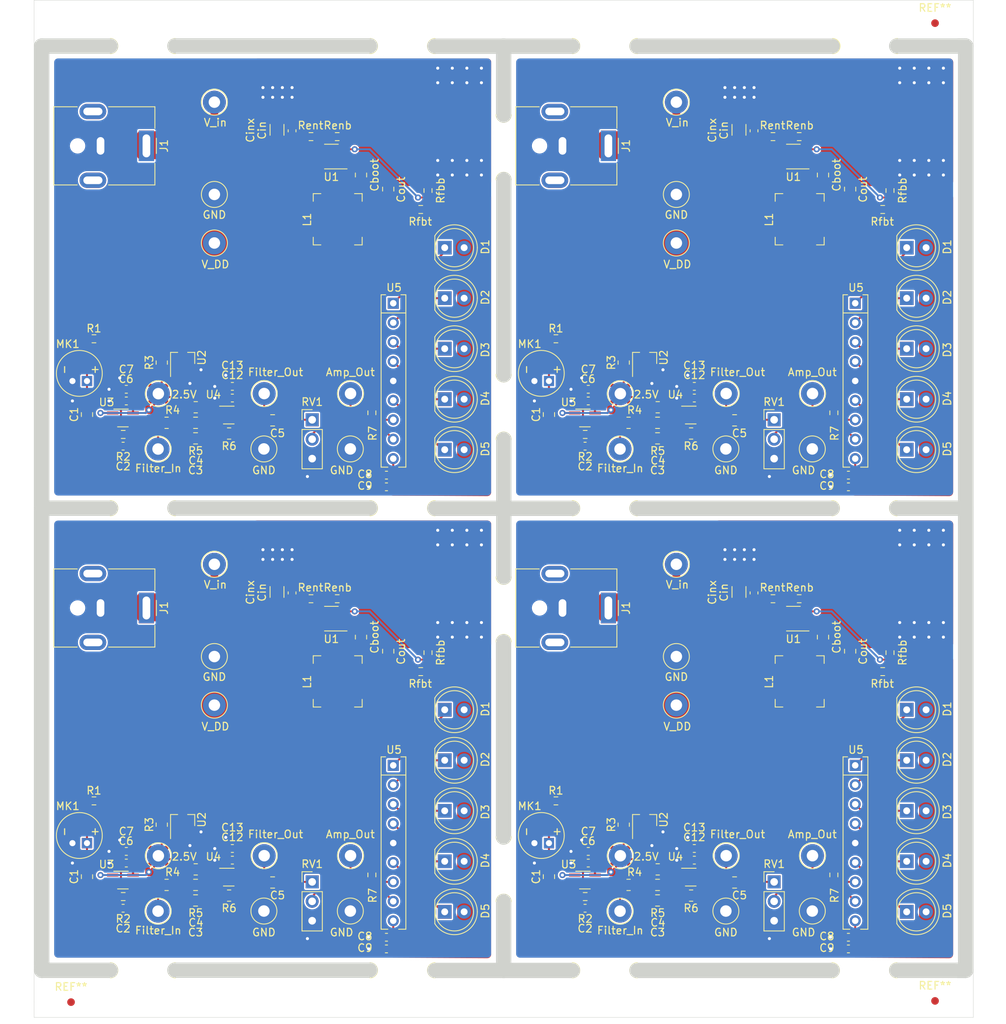
<source format=kicad_pcb>
(kicad_pcb (version 20171130) (host pcbnew "(5.1.9-0-10_14)")
  (layers (0 F.Cu signal) (31 B.Cu signal) (34 B.Paste user) (35 F.Paste user) (36 B.SilkS user) (37 F.SilkS user) (38 B.Mask user) (39 F.Mask user) (44 Edge.Cuts user))
  (net 0 "")
  (net 1 "Net-(C1-Pad2)")
  (net 2 "Net-(C1-Pad1)")
  (net 3 Filter_in)
  (net 4 filter_out)
  (net 5 "Net-(C3-Pad1)")
  (net 6 "Net-(C4-Pad1)")
  (net 7 "Net-(C5-Pad1)")
  (net 8 V_DD)
  (net 9 0)
  (net 10 "Net-(Cboot1-Pad2)")
  (net 11 "Net-(Cboot1-Pad1)")
  (net 12 V_in)
  (net 13 "Net-(D1-Pad1)")
  (net 14 "Net-(D2-Pad1)")
  (net 15 "Net-(D3-Pad1)")
  (net 16 "Net-(D4-Pad1)")
  (net 17 "Net-(D5-Pad1)")
  (net 18 2.5V)
  (net 19 "Net-(R7-Pad1)")
  (net 20 "Net-(Renb1-Pad1)")
  (net 21 "Net-(Rfbb1-Pad1)")
  (net 22 "Net-(RV1-Pad2)")
  (module Capacitor_SMD:C_0805_2012Metric_Pad1.18x1.45mm_HandSolder (layer F.Cu) (at 130.0892 135.9162 90)
    (fp_text reference C1 (at 0 -1.68 90) (layer F.SilkS))
    (fp_text value 4.7u)
    (pad 1 smd roundrect (at -1.0375 0 90) (size 1.175 1.45) (layers F.Cu F.Paste F.Mask) (roundrect_rratio 0.2127659574468085) (net 2 "Net-(C1-Pad1)"))
    (pad 2 smd roundrect (at 1.0375 0 90) (size 1.175 1.45) (layers F.Cu F.Paste F.Mask) (roundrect_rratio 0.2127659574468085) (net 1 "Net-(C1-Pad2)"))
  )
  (module Capacitor_SMD:C_0805_2012Metric_Pad1.18x1.45mm_HandSolder (layer F.Cu) (at 69.6692 135.9162 90)
    (fp_text reference C1 (at 0 -1.68 90) (layer F.SilkS))
    (fp_text value 4.7u)
    (pad 1 smd roundrect (at -1.0375 0 90) (size 1.175 1.45) (layers F.Cu F.Paste F.Mask) (roundrect_rratio 0.2127659574468085) (net 2 "Net-(C1-Pad1)"))
    (pad 2 smd roundrect (at 1.0375 0 90) (size 1.175 1.45) (layers F.Cu F.Paste F.Mask) (roundrect_rratio 0.2127659574468085) (net 1 "Net-(C1-Pad2)"))
  )
  (module Capacitor_SMD:C_0805_2012Metric_Pad1.18x1.45mm_HandSolder (layer F.Cu) (at 130.0892 75.4962 90)
    (fp_text reference C1 (at 0 -1.68 90) (layer F.SilkS))
    (fp_text value 4.7u)
    (pad 1 smd roundrect (at -1.0375 0 90) (size 1.175 1.45) (layers F.Cu F.Paste F.Mask) (roundrect_rratio 0.2127659574468085) (net 2 "Net-(C1-Pad1)"))
    (pad 2 smd roundrect (at 1.0375 0 90) (size 1.175 1.45) (layers F.Cu F.Paste F.Mask) (roundrect_rratio 0.2127659574468085) (net 1 "Net-(C1-Pad2)"))
  )
  (module Capacitor_SMD:C_0603_1608Metric_Pad1.08x0.95mm_HandSolder (layer F.Cu) (at 134.8147 140.0437 180)
    (fp_text reference C2 (at 0 -2.6543) (layer F.SilkS))
    (fp_text value 18p)
    (pad 1 smd roundrect (at -0.8625 0 180) (size 1.075 0.95) (layers F.Cu F.Paste F.Mask) (net 3 Filter_in))
    (pad 2 smd roundrect (at 0.8625 0 180) (size 1.075 0.95) (layers F.Cu F.Paste F.Mask) (net 2 "Net-(C1-Pad1)"))
  )
  (module Capacitor_SMD:C_0603_1608Metric_Pad1.08x0.95mm_HandSolder (layer F.Cu) (at 74.3947 140.0437 180)
    (fp_text reference C2 (at 0 -2.6543) (layer F.SilkS))
    (fp_text value 18p)
    (pad 1 smd roundrect (at -0.8625 0 180) (size 1.075 0.95) (layers F.Cu F.Paste F.Mask) (net 3 Filter_in))
    (pad 2 smd roundrect (at 0.8625 0 180) (size 1.075 0.95) (layers F.Cu F.Paste F.Mask) (net 2 "Net-(C1-Pad1)"))
  )
  (module Capacitor_SMD:C_0603_1608Metric_Pad1.08x0.95mm_HandSolder (layer F.Cu) (at 134.8147 79.6237 180)
    (fp_text reference C2 (at 0 -2.6543) (layer F.SilkS))
    (fp_text value 18p)
    (pad 1 smd roundrect (at -0.8625 0 180) (size 1.075 0.95) (layers F.Cu F.Paste F.Mask) (net 3 Filter_in))
    (pad 2 smd roundrect (at 0.8625 0 180) (size 1.075 0.95) (layers F.Cu F.Paste F.Mask) (net 2 "Net-(C1-Pad1)"))
  )
  (module Capacitor_SMD:C_0805_2012Metric_Pad1.18x1.45mm_HandSolder (layer F.Cu) (at 144.2917 139.0277)
    (fp_text reference C3 (at 0 4.1783) (layer F.SilkS))
    (fp_text value 33n)
    (pad 1 smd roundrect (at -1.0375 0) (size 1.175 1.45) (layers F.Cu F.Paste F.Mask) (roundrect_rratio 0.2127659574468085) (net 5 "Net-(C3-Pad1)"))
    (pad 2 smd roundrect (at 1.0375 0) (size 1.175 1.45) (layers F.Cu F.Paste F.Mask) (roundrect_rratio 0.2127659574468085) (net 4 filter_out))
  )
  (module Capacitor_SMD:C_0805_2012Metric_Pad1.18x1.45mm_HandSolder (layer F.Cu) (at 83.8717 139.0277)
    (fp_text reference C3 (at 0 4.1783) (layer F.SilkS))
    (fp_text value 33n)
    (pad 1 smd roundrect (at -1.0375 0) (size 1.175 1.45) (layers F.Cu F.Paste F.Mask) (roundrect_rratio 0.2127659574468085) (net 5 "Net-(C3-Pad1)"))
    (pad 2 smd roundrect (at 1.0375 0) (size 1.175 1.45) (layers F.Cu F.Paste F.Mask) (roundrect_rratio 0.2127659574468085) (net 4 filter_out))
  )
  (module Capacitor_SMD:C_0805_2012Metric_Pad1.18x1.45mm_HandSolder (layer F.Cu) (at 144.2917 78.6077)
    (fp_text reference C3 (at 0 4.1783) (layer F.SilkS))
    (fp_text value 33n)
    (pad 1 smd roundrect (at -1.0375 0) (size 1.175 1.45) (layers F.Cu F.Paste F.Mask) (roundrect_rratio 0.2127659574468085) (net 5 "Net-(C3-Pad1)"))
    (pad 2 smd roundrect (at 1.0375 0) (size 1.175 1.45) (layers F.Cu F.Paste F.Mask) (roundrect_rratio 0.2127659574468085) (net 4 filter_out))
  )
  (module Capacitor_SMD:C_0805_2012Metric_Pad1.18x1.45mm_HandSolder (layer F.Cu) (at 144.2917 136.9957 180)
    (fp_text reference C4 (at -0.0469 -4.9403) (layer F.SilkS))
    (fp_text value 47n)
    (pad 1 smd roundrect (at -1.0375 0 180) (size 1.175 1.45) (layers F.Cu F.Paste F.Mask) (roundrect_rratio 0.2127659574468085) (net 6 "Net-(C4-Pad1)"))
    (pad 2 smd roundrect (at 1.0375 0 180) (size 1.175 1.45) (layers F.Cu F.Paste F.Mask) (roundrect_rratio 0.2127659574468085) (net 5 "Net-(C3-Pad1)"))
  )
  (module Capacitor_SMD:C_0805_2012Metric_Pad1.18x1.45mm_HandSolder (layer F.Cu) (at 83.8717 136.9957 180)
    (fp_text reference C4 (at -0.0469 -4.9403) (layer F.SilkS))
    (fp_text value 47n)
    (pad 1 smd roundrect (at -1.0375 0 180) (size 1.175 1.45) (layers F.Cu F.Paste F.Mask) (roundrect_rratio 0.2127659574468085) (net 6 "Net-(C4-Pad1)"))
    (pad 2 smd roundrect (at 1.0375 0 180) (size 1.175 1.45) (layers F.Cu F.Paste F.Mask) (roundrect_rratio 0.2127659574468085) (net 5 "Net-(C3-Pad1)"))
  )
  (module Capacitor_SMD:C_0805_2012Metric_Pad1.18x1.45mm_HandSolder (layer F.Cu) (at 144.2917 76.5757 180)
    (fp_text reference C4 (at -0.0469 -4.9403) (layer F.SilkS))
    (fp_text value 47n)
    (pad 1 smd roundrect (at -1.0375 0 180) (size 1.175 1.45) (layers F.Cu F.Paste F.Mask) (roundrect_rratio 0.2127659574468085) (net 6 "Net-(C4-Pad1)"))
    (pad 2 smd roundrect (at 1.0375 0 180) (size 1.175 1.45) (layers F.Cu F.Paste F.Mask) (roundrect_rratio 0.2127659574468085) (net 5 "Net-(C3-Pad1)"))
  )
  (module Capacitor_SMD:C_0805_2012Metric_Pad1.18x1.45mm_HandSolder (layer F.Cu) (at 154.3677 136.6782 180)
    (fp_text reference C5 (at -0.6389 -1.68) (layer F.SilkS))
    (fp_text value 4.7u)
    (pad 1 smd roundrect (at -1.0375 0 180) (size 1.175 1.45) (layers F.Cu F.Paste F.Mask) (roundrect_rratio 0.2127659574468085) (net 7 "Net-(C5-Pad1)"))
    (pad 2 smd roundrect (at 1.0375 0 180) (size 1.175 1.45) (layers F.Cu F.Paste F.Mask) (roundrect_rratio 0.2127659574468085) (net 4 filter_out))
  )
  (module Capacitor_SMD:C_0805_2012Metric_Pad1.18x1.45mm_HandSolder (layer F.Cu) (at 93.9477 136.6782 180)
    (fp_text reference C5 (at -0.6389 -1.68) (layer F.SilkS))
    (fp_text value 4.7u)
    (pad 1 smd roundrect (at -1.0375 0 180) (size 1.175 1.45) (layers F.Cu F.Paste F.Mask) (roundrect_rratio 0.2127659574468085) (net 7 "Net-(C5-Pad1)"))
    (pad 2 smd roundrect (at 1.0375 0 180) (size 1.175 1.45) (layers F.Cu F.Paste F.Mask) (roundrect_rratio 0.2127659574468085) (net 4 filter_out))
  )
  (module Capacitor_SMD:C_0805_2012Metric_Pad1.18x1.45mm_HandSolder (layer F.Cu) (at 154.3677 76.2582 180)
    (fp_text reference C5 (at -0.6389 -1.68) (layer F.SilkS))
    (fp_text value 4.7u)
    (pad 1 smd roundrect (at -1.0375 0 180) (size 1.175 1.45) (layers F.Cu F.Paste F.Mask) (roundrect_rratio 0.2127659574468085) (net 7 "Net-(C5-Pad1)"))
    (pad 2 smd roundrect (at 1.0375 0 180) (size 1.175 1.45) (layers F.Cu F.Paste F.Mask) (roundrect_rratio 0.2127659574468085) (net 4 filter_out))
  )
  (module Capacitor_SMD:C_0603_1608Metric_Pad1.08x0.95mm_HandSolder (layer F.Cu) (at 135.2327 134.1382)
    (fp_text reference C6 (at -0.0381 -2.8702) (layer F.SilkS))
    (fp_text value 100n)
    (pad 1 smd roundrect (at -0.8625 0) (size 1.075 0.95) (layers F.Cu F.Paste F.Mask) (net 9 0))
    (pad 2 smd roundrect (at 0.8625 0) (size 1.075 0.95) (layers F.Cu F.Paste F.Mask) (net 8 V_DD))
  )
  (module Capacitor_SMD:C_0603_1608Metric_Pad1.08x0.95mm_HandSolder (layer F.Cu) (at 74.8127 134.1382)
    (fp_text reference C6 (at -0.0381 -2.8702) (layer F.SilkS))
    (fp_text value 100n)
    (pad 1 smd roundrect (at -0.8625 0) (size 1.075 0.95) (layers F.Cu F.Paste F.Mask) (net 9 0))
    (pad 2 smd roundrect (at 0.8625 0) (size 1.075 0.95) (layers F.Cu F.Paste F.Mask) (net 8 V_DD))
  )
  (module Capacitor_SMD:C_0603_1608Metric_Pad1.08x0.95mm_HandSolder (layer F.Cu) (at 135.2327 73.7182)
    (fp_text reference C6 (at -0.0381 -2.8702) (layer F.SilkS))
    (fp_text value 100n)
    (pad 1 smd roundrect (at -0.8625 0) (size 1.075 0.95) (layers F.Cu F.Paste F.Mask) (net 9 0))
    (pad 2 smd roundrect (at 0.8625 0) (size 1.075 0.95) (layers F.Cu F.Paste F.Mask) (net 8 V_DD))
  )
  (module Capacitor_SMD:C_0603_1608Metric_Pad1.08x0.95mm_HandSolder (layer F.Cu) (at 135.2327 132.6142)
    (fp_text reference C7 (at 0 -2.6162) (layer F.SilkS))
    (fp_text value 1u)
    (pad 1 smd roundrect (at -0.8625 0) (size 1.075 0.95) (layers F.Cu F.Paste F.Mask) (net 9 0))
    (pad 2 smd roundrect (at 0.8625 0) (size 1.075 0.95) (layers F.Cu F.Paste F.Mask) (net 8 V_DD))
  )
  (module Capacitor_SMD:C_0603_1608Metric_Pad1.08x0.95mm_HandSolder (layer F.Cu) (at 74.8127 132.6142)
    (fp_text reference C7 (at 0 -2.6162) (layer F.SilkS))
    (fp_text value 1u)
    (pad 1 smd roundrect (at -0.8625 0) (size 1.075 0.95) (layers F.Cu F.Paste F.Mask) (net 9 0))
    (pad 2 smd roundrect (at 0.8625 0) (size 1.075 0.95) (layers F.Cu F.Paste F.Mask) (net 8 V_DD))
  )
  (module Capacitor_SMD:C_0603_1608Metric_Pad1.08x0.95mm_HandSolder (layer F.Cu) (at 135.2327 72.1942)
    (fp_text reference C7 (at 0 -2.6162) (layer F.SilkS))
    (fp_text value 1u)
    (pad 1 smd roundrect (at -0.8625 0) (size 1.075 0.95) (layers F.Cu F.Paste F.Mask) (net 9 0))
    (pad 2 smd roundrect (at 0.8625 0) (size 1.075 0.95) (layers F.Cu F.Paste F.Mask) (net 8 V_DD))
  )
  (module Capacitor_SMD:C_0603_1608Metric_Pad1.08x0.95mm_HandSolder (layer F.Cu) (at 169.256 143.841)
    (fp_text reference C8 (at -2.8194 -0.127) (layer F.SilkS))
    (fp_text value 100n)
    (pad 1 smd roundrect (at -0.8625 0) (size 1.075 0.95) (layers F.Cu F.Paste F.Mask) (net 9 0))
    (pad 2 smd roundrect (at 0.8625 0) (size 1.075 0.95) (layers F.Cu F.Paste F.Mask) (net 8 V_DD))
  )
  (module Capacitor_SMD:C_0603_1608Metric_Pad1.08x0.95mm_HandSolder (layer F.Cu) (at 108.836 143.841)
    (fp_text reference C8 (at -2.8194 -0.127) (layer F.SilkS))
    (fp_text value 100n)
    (pad 1 smd roundrect (at -0.8625 0) (size 1.075 0.95) (layers F.Cu F.Paste F.Mask) (net 9 0))
    (pad 2 smd roundrect (at 0.8625 0) (size 1.075 0.95) (layers F.Cu F.Paste F.Mask) (net 8 V_DD))
  )
  (module Capacitor_SMD:C_0603_1608Metric_Pad1.08x0.95mm_HandSolder (layer F.Cu) (at 169.256 83.421)
    (fp_text reference C8 (at -2.8194 -0.127) (layer F.SilkS))
    (fp_text value 100n)
    (pad 1 smd roundrect (at -0.8625 0) (size 1.075 0.95) (layers F.Cu F.Paste F.Mask) (net 9 0))
    (pad 2 smd roundrect (at 0.8625 0) (size 1.075 0.95) (layers F.Cu F.Paste F.Mask) (net 8 V_DD))
  )
  (module Capacitor_SMD:C_0603_1608Metric_Pad1.08x0.95mm_HandSolder (layer F.Cu) (at 169.256 145.365)
    (fp_text reference C9 (at -2.8194 -0.127) (layer F.SilkS))
    (fp_text value 1u)
    (pad 1 smd roundrect (at -0.8625 0) (size 1.075 0.95) (layers F.Cu F.Paste F.Mask) (net 9 0))
    (pad 2 smd roundrect (at 0.8625 0) (size 1.075 0.95) (layers F.Cu F.Paste F.Mask) (net 8 V_DD))
  )
  (module Capacitor_SMD:C_0603_1608Metric_Pad1.08x0.95mm_HandSolder (layer F.Cu) (at 108.836 145.365)
    (fp_text reference C9 (at -2.8194 -0.127) (layer F.SilkS))
    (fp_text value 1u)
    (pad 1 smd roundrect (at -0.8625 0) (size 1.075 0.95) (layers F.Cu F.Paste F.Mask) (net 9 0))
    (pad 2 smd roundrect (at 0.8625 0) (size 1.075 0.95) (layers F.Cu F.Paste F.Mask) (net 8 V_DD))
  )
  (module Capacitor_SMD:C_0603_1608Metric_Pad1.08x0.95mm_HandSolder (layer F.Cu) (at 169.256 84.945)
    (fp_text reference C9 (at -2.8194 -0.127) (layer F.SilkS))
    (fp_text value 1u)
    (pad 1 smd roundrect (at -0.8625 0) (size 1.075 0.95) (layers F.Cu F.Paste F.Mask) (net 9 0))
    (pad 2 smd roundrect (at 0.8625 0) (size 1.075 0.95) (layers F.Cu F.Paste F.Mask) (net 8 V_DD))
  )
  (module Capacitor_SMD:C_0603_1608Metric_Pad1.08x0.95mm_HandSolder (layer F.Cu) (at 149.1022 133.7572)
    (fp_text reference C12 (at 0 -2.9972) (layer F.SilkS))
    (fp_text value 100n)
    (pad 1 smd roundrect (at -0.8625 0) (size 1.075 0.95) (layers F.Cu F.Paste F.Mask) (net 9 0))
    (pad 2 smd roundrect (at 0.8625 0) (size 1.075 0.95) (layers F.Cu F.Paste F.Mask) (net 8 V_DD))
  )
  (module Capacitor_SMD:C_0603_1608Metric_Pad1.08x0.95mm_HandSolder (layer F.Cu) (at 88.6822 133.7572)
    (fp_text reference C12 (at 0 -2.9972) (layer F.SilkS))
    (fp_text value 100n)
    (pad 1 smd roundrect (at -0.8625 0) (size 1.075 0.95) (layers F.Cu F.Paste F.Mask) (net 9 0))
    (pad 2 smd roundrect (at 0.8625 0) (size 1.075 0.95) (layers F.Cu F.Paste F.Mask) (net 8 V_DD))
  )
  (module Capacitor_SMD:C_0603_1608Metric_Pad1.08x0.95mm_HandSolder (layer F.Cu) (at 149.1022 73.3372)
    (fp_text reference C12 (at 0 -2.9972) (layer F.SilkS))
    (fp_text value 100n)
    (pad 1 smd roundrect (at -0.8625 0) (size 1.075 0.95) (layers F.Cu F.Paste F.Mask) (net 9 0))
    (pad 2 smd roundrect (at 0.8625 0) (size 1.075 0.95) (layers F.Cu F.Paste F.Mask) (net 8 V_DD))
  )
  (module Capacitor_SMD:C_0603_1608Metric_Pad1.08x0.95mm_HandSolder (layer F.Cu) (at 149.1022 132.2332)
    (fp_text reference C13 (at 0 -2.7432) (layer F.SilkS))
    (fp_text value 1u)
    (pad 1 smd roundrect (at -0.8625 0) (size 1.075 0.95) (layers F.Cu F.Paste F.Mask) (net 9 0))
    (pad 2 smd roundrect (at 0.8625 0) (size 1.075 0.95) (layers F.Cu F.Paste F.Mask) (net 8 V_DD))
  )
  (module Capacitor_SMD:C_0603_1608Metric_Pad1.08x0.95mm_HandSolder (layer F.Cu) (at 88.6822 132.2332)
    (fp_text reference C13 (at 0 -2.7432) (layer F.SilkS))
    (fp_text value 1u)
    (pad 1 smd roundrect (at -0.8625 0) (size 1.075 0.95) (layers F.Cu F.Paste F.Mask) (net 9 0))
    (pad 2 smd roundrect (at 0.8625 0) (size 1.075 0.95) (layers F.Cu F.Paste F.Mask) (net 8 V_DD))
  )
  (module Capacitor_SMD:C_0603_1608Metric_Pad1.08x0.95mm_HandSolder (layer F.Cu) (at 149.1022 71.8132)
    (fp_text reference C13 (at 0 -2.7432) (layer F.SilkS))
    (fp_text value 1u)
    (pad 1 smd roundrect (at -0.8625 0) (size 1.075 0.95) (layers F.Cu F.Paste F.Mask) (net 9 0))
    (pad 2 smd roundrect (at 0.8625 0) (size 1.075 0.95) (layers F.Cu F.Paste F.Mask) (net 8 V_DD))
  )
  (module Capacitor_SMD:C_0805_2012Metric_Pad1.18x1.45mm_HandSolder (layer F.Cu) (at 165.9286 104.598 90)
    (fp_text reference Cboot (at 0 1.778 90) (layer F.SilkS))
    (fp_text value 100n)
    (pad 1 smd roundrect (at -1.0375 0 90) (size 1.175 1.45) (layers F.Cu F.Paste F.Mask) (roundrect_rratio 0.2127659574468085) (net 11 "Net-(Cboot1-Pad1)"))
    (pad 2 smd roundrect (at 1.0375 0 90) (size 1.175 1.45) (layers F.Cu F.Paste F.Mask) (roundrect_rratio 0.2127659574468085) (net 10 "Net-(Cboot1-Pad2)"))
  )
  (module Capacitor_SMD:C_0805_2012Metric_Pad1.18x1.45mm_HandSolder (layer F.Cu) (at 105.5086 104.598 90)
    (fp_text reference Cboot (at 0 1.778 90) (layer F.SilkS))
    (fp_text value 100n)
    (pad 1 smd roundrect (at -1.0375 0 90) (size 1.175 1.45) (layers F.Cu F.Paste F.Mask) (roundrect_rratio 0.2127659574468085) (net 11 "Net-(Cboot1-Pad1)"))
    (pad 2 smd roundrect (at 1.0375 0 90) (size 1.175 1.45) (layers F.Cu F.Paste F.Mask) (roundrect_rratio 0.2127659574468085) (net 10 "Net-(Cboot1-Pad2)"))
  )
  (module Capacitor_SMD:C_0805_2012Metric_Pad1.18x1.45mm_HandSolder (layer F.Cu) (at 165.9286 44.178 90)
    (fp_text reference Cboot (at 0 1.778 90) (layer F.SilkS))
    (fp_text value 100n)
    (pad 1 smd roundrect (at -1.0375 0 90) (size 1.175 1.45) (layers F.Cu F.Paste F.Mask) (roundrect_rratio 0.2127659574468085) (net 11 "Net-(Cboot1-Pad1)"))
    (pad 2 smd roundrect (at 1.0375 0 90) (size 1.175 1.45) (layers F.Cu F.Paste F.Mask) (roundrect_rratio 0.2127659574468085) (net 10 "Net-(Cboot1-Pad2)"))
  )
  (module Capacitor_SMD:C_1206_3216Metric_Pad1.33x1.80mm_HandSolder (layer F.Cu) (at 154.9431 98.6925 270)
    (fp_text reference Cin (at 0.0635 1.9685 90) (layer F.SilkS))
    (fp_text value 4.7u)
    (pad 1 smd roundrect (at -1.5625 0 270) (size 1.325 1.8) (layers F.Cu F.Paste F.Mask) (roundrect_rratio 0.1886777358490566) (net 9 0))
    (pad 2 smd roundrect (at 1.5625 0 270) (size 1.325 1.8) (layers F.Cu F.Paste F.Mask) (roundrect_rratio 0.1886777358490566) (net 12 V_in))
  )
  (module Capacitor_SMD:C_1206_3216Metric_Pad1.33x1.80mm_HandSolder (layer F.Cu) (at 94.5231 98.6925 270)
    (fp_text reference Cin (at 0.0635 1.9685 90) (layer F.SilkS))
    (fp_text value 4.7u)
    (pad 1 smd roundrect (at -1.5625 0 270) (size 1.325 1.8) (layers F.Cu F.Paste F.Mask) (roundrect_rratio 0.1886777358490566) (net 9 0))
    (pad 2 smd roundrect (at 1.5625 0 270) (size 1.325 1.8) (layers F.Cu F.Paste F.Mask) (roundrect_rratio 0.1886777358490566) (net 12 V_in))
  )
  (module Capacitor_SMD:C_1206_3216Metric_Pad1.33x1.80mm_HandSolder (layer F.Cu) (at 154.9431 38.2725 270)
    (fp_text reference Cin (at 0.0635 1.9685 90) (layer F.SilkS))
    (fp_text value 4.7u)
    (pad 1 smd roundrect (at -1.5625 0 270) (size 1.325 1.8) (layers F.Cu F.Paste F.Mask) (roundrect_rratio 0.1886777358490566) (net 9 0))
    (pad 2 smd roundrect (at 1.5625 0 270) (size 1.325 1.8) (layers F.Cu F.Paste F.Mask) (roundrect_rratio 0.1886777358490566) (net 12 V_in))
  )
  (module Capacitor_SMD:C_0603_1608Metric_Pad1.08x0.95mm_HandSolder (layer F.Cu) (at 156.9116 98.8195 270)
    (fp_text reference Cinx (at -0.0635 5.461 90) (layer F.SilkS))
    (fp_text value 100n)
    (pad 1 smd roundrect (at -0.8625 0 270) (size 1.075 0.95) (layers F.Cu F.Paste F.Mask) (net 9 0))
    (pad 2 smd roundrect (at 0.8625 0 270) (size 1.075 0.95) (layers F.Cu F.Paste F.Mask) (net 12 V_in))
  )
  (module Capacitor_SMD:C_0603_1608Metric_Pad1.08x0.95mm_HandSolder (layer F.Cu) (at 96.4916 98.8195 270)
    (fp_text reference Cinx (at -0.0635 5.461 90) (layer F.SilkS))
    (fp_text value 100n)
    (pad 1 smd roundrect (at -0.8625 0 270) (size 1.075 0.95) (layers F.Cu F.Paste F.Mask) (net 9 0))
    (pad 2 smd roundrect (at 0.8625 0 270) (size 1.075 0.95) (layers F.Cu F.Paste F.Mask) (net 12 V_in))
  )
  (module Capacitor_SMD:C_0603_1608Metric_Pad1.08x0.95mm_HandSolder (layer F.Cu) (at 156.9116 38.3995 270)
    (fp_text reference Cinx (at -0.0635 5.461 90) (layer F.SilkS))
    (fp_text value 100n)
    (pad 1 smd roundrect (at -0.8625 0 270) (size 1.075 0.95) (layers F.Cu F.Paste F.Mask) (net 9 0))
    (pad 2 smd roundrect (at 0.8625 0 270) (size 1.075 0.95) (layers F.Cu F.Paste F.Mask) (net 12 V_in))
  )
  (module Capacitor_SMD:C_0805_2012Metric_Pad1.18x1.45mm_HandSolder (layer F.Cu) (at 169.4846 106.4395 270)
    (fp_text reference Cout (at 0.0635 -1.68 90) (layer F.SilkS))
    (fp_text value 15u)
    (pad 1 smd roundrect (at -1.0375 0 270) (size 1.175 1.45) (layers F.Cu F.Paste F.Mask) (roundrect_rratio 0.2127659574468085) (net 9 0))
    (pad 2 smd roundrect (at 1.0375 0 270) (size 1.175 1.45) (layers F.Cu F.Paste F.Mask) (roundrect_rratio 0.2127659574468085) (net 8 V_DD))
  )
  (module Capacitor_SMD:C_0805_2012Metric_Pad1.18x1.45mm_HandSolder (layer F.Cu) (at 109.0646 106.4395 270)
    (fp_text reference Cout (at 0.0635 -1.68 90) (layer F.SilkS))
    (fp_text value 15u)
    (pad 1 smd roundrect (at -1.0375 0 270) (size 1.175 1.45) (layers F.Cu F.Paste F.Mask) (roundrect_rratio 0.2127659574468085) (net 9 0))
    (pad 2 smd roundrect (at 1.0375 0 270) (size 1.175 1.45) (layers F.Cu F.Paste F.Mask) (roundrect_rratio 0.2127659574468085) (net 8 V_DD))
  )
  (module Capacitor_SMD:C_0805_2012Metric_Pad1.18x1.45mm_HandSolder (layer F.Cu) (at 169.4846 46.0195 270)
    (fp_text reference Cout (at 0.0635 -1.68 90) (layer F.SilkS))
    (fp_text value 15u)
    (pad 1 smd roundrect (at -1.0375 0 270) (size 1.175 1.45) (layers F.Cu F.Paste F.Mask) (roundrect_rratio 0.2127659574468085) (net 9 0))
    (pad 2 smd roundrect (at 1.0375 0 270) (size 1.175 1.45) (layers F.Cu F.Paste F.Mask) (roundrect_rratio 0.2127659574468085) (net 8 V_DD))
  )
  (module LED_THT:LED_D5.0mm (layer F.Cu) (at 176.876 114.0976)
    (fp_text reference D1 (at 5.3086 -0.1016 90) (layer F.SilkS))
    (fp_text value LED)
    (pad 1 thru_hole rect (at 0 0) (size 1.8 1.8) (drill 0.9) (layers *.Cu *.Mask) (net 13 "Net-(D1-Pad1)"))
    (pad 2 thru_hole circle (at 2.54 0) (size 1.8 1.8) (drill 0.9) (layers *.Cu *.Mask) (net 8 V_DD))
  )
  (module LED_THT:LED_D5.0mm (layer F.Cu) (at 116.456 114.0976)
    (fp_text reference D1 (at 5.3086 -0.1016 90) (layer F.SilkS))
    (fp_text value LED)
    (pad 1 thru_hole rect (at 0 0) (size 1.8 1.8) (drill 0.9) (layers *.Cu *.Mask) (net 13 "Net-(D1-Pad1)"))
    (pad 2 thru_hole circle (at 2.54 0) (size 1.8 1.8) (drill 0.9) (layers *.Cu *.Mask) (net 8 V_DD))
  )
  (module LED_THT:LED_D5.0mm (layer F.Cu) (at 176.876 53.6776)
    (fp_text reference D1 (at 5.3086 -0.1016 90) (layer F.SilkS))
    (fp_text value LED)
    (pad 1 thru_hole rect (at 0 0) (size 1.8 1.8) (drill 0.9) (layers *.Cu *.Mask) (net 13 "Net-(D1-Pad1)"))
    (pad 2 thru_hole circle (at 2.54 0) (size 1.8 1.8) (drill 0.9) (layers *.Cu *.Mask) (net 8 V_DD))
  )
  (module LED_THT:LED_D5.0mm (layer F.Cu) (at 176.876 120.7016)
    (fp_text reference D2 (at 5.3086 -0.1016 90) (layer F.SilkS))
    (fp_text value LED)
    (pad 1 thru_hole rect (at 0 0) (size 1.8 1.8) (drill 0.9) (layers *.Cu *.Mask) (net 14 "Net-(D2-Pad1)"))
    (pad 2 thru_hole circle (at 2.54 0) (size 1.8 1.8) (drill 0.9) (layers *.Cu *.Mask) (net 8 V_DD))
  )
  (module LED_THT:LED_D5.0mm (layer F.Cu) (at 116.456 120.7016)
    (fp_text reference D2 (at 5.3086 -0.1016 90) (layer F.SilkS))
    (fp_text value LED)
    (pad 1 thru_hole rect (at 0 0) (size 1.8 1.8) (drill 0.9) (layers *.Cu *.Mask) (net 14 "Net-(D2-Pad1)"))
    (pad 2 thru_hole circle (at 2.54 0) (size 1.8 1.8) (drill 0.9) (layers *.Cu *.Mask) (net 8 V_DD))
  )
  (module LED_THT:LED_D5.0mm (layer F.Cu) (at 176.876 60.2816)
    (fp_text reference D2 (at 5.3086 -0.1016 90) (layer F.SilkS))
    (fp_text value LED)
    (pad 1 thru_hole rect (at 0 0) (size 1.8 1.8) (drill 0.9) (layers *.Cu *.Mask) (net 14 "Net-(D2-Pad1)"))
    (pad 2 thru_hole circle (at 2.54 0) (size 1.8 1.8) (drill 0.9) (layers *.Cu *.Mask) (net 8 V_DD))
  )
  (module LED_THT:LED_D5.0mm (layer F.Cu) (at 176.876 127.3056)
    (fp_text reference D3 (at 5.3086 0.1524 90) (layer F.SilkS))
    (fp_text value LED)
    (pad 1 thru_hole rect (at 0 0) (size 1.8 1.8) (drill 0.9) (layers *.Cu *.Mask) (net 15 "Net-(D3-Pad1)"))
    (pad 2 thru_hole circle (at 2.54 0) (size 1.8 1.8) (drill 0.9) (layers *.Cu *.Mask) (net 8 V_DD))
  )
  (module LED_THT:LED_D5.0mm (layer F.Cu) (at 116.456 127.3056)
    (fp_text reference D3 (at 5.3086 0.1524 90) (layer F.SilkS))
    (fp_text value LED)
    (pad 1 thru_hole rect (at 0 0) (size 1.8 1.8) (drill 0.9) (layers *.Cu *.Mask) (net 15 "Net-(D3-Pad1)"))
    (pad 2 thru_hole circle (at 2.54 0) (size 1.8 1.8) (drill 0.9) (layers *.Cu *.Mask) (net 8 V_DD))
  )
  (module LED_THT:LED_D5.0mm (layer F.Cu) (at 176.876 66.8856)
    (fp_text reference D3 (at 5.3086 0.1524 90) (layer F.SilkS))
    (fp_text value LED)
    (pad 1 thru_hole rect (at 0 0) (size 1.8 1.8) (drill 0.9) (layers *.Cu *.Mask) (net 15 "Net-(D3-Pad1)"))
    (pad 2 thru_hole circle (at 2.54 0) (size 1.8 1.8) (drill 0.9) (layers *.Cu *.Mask) (net 8 V_DD))
  )
  (module LED_THT:LED_D5.0mm (layer F.Cu) (at 176.876 133.9096)
    (fp_text reference D4 (at 5.3086 -0.1016 90) (layer F.SilkS))
    (fp_text value LED)
    (pad 1 thru_hole rect (at 0 0) (size 1.8 1.8) (drill 0.9) (layers *.Cu *.Mask) (net 16 "Net-(D4-Pad1)"))
    (pad 2 thru_hole circle (at 2.54 0) (size 1.8 1.8) (drill 0.9) (layers *.Cu *.Mask) (net 8 V_DD))
  )
  (module LED_THT:LED_D5.0mm (layer F.Cu) (at 116.456 133.9096)
    (fp_text reference D4 (at 5.3086 -0.1016 90) (layer F.SilkS))
    (fp_text value LED)
    (pad 1 thru_hole rect (at 0 0) (size 1.8 1.8) (drill 0.9) (layers *.Cu *.Mask) (net 16 "Net-(D4-Pad1)"))
    (pad 2 thru_hole circle (at 2.54 0) (size 1.8 1.8) (drill 0.9) (layers *.Cu *.Mask) (net 8 V_DD))
  )
  (module LED_THT:LED_D5.0mm (layer F.Cu) (at 176.876 73.4896)
    (fp_text reference D4 (at 5.3086 -0.1016 90) (layer F.SilkS))
    (fp_text value LED)
    (pad 1 thru_hole rect (at 0 0) (size 1.8 1.8) (drill 0.9) (layers *.Cu *.Mask) (net 16 "Net-(D4-Pad1)"))
    (pad 2 thru_hole circle (at 2.54 0) (size 1.8 1.8) (drill 0.9) (layers *.Cu *.Mask) (net 8 V_DD))
  )
  (module LED_THT:LED_D5.0mm (layer F.Cu) (at 176.876 140.5136)
    (fp_text reference D5 (at 5.3086 -0.1016 90) (layer F.SilkS))
    (fp_text value LED)
    (pad 1 thru_hole rect (at 0 0) (size 1.8 1.8) (drill 0.9) (layers *.Cu *.Mask) (net 17 "Net-(D5-Pad1)"))
    (pad 2 thru_hole circle (at 2.54 0) (size 1.8 1.8) (drill 0.9) (layers *.Cu *.Mask) (net 8 V_DD))
  )
  (module LED_THT:LED_D5.0mm (layer F.Cu) (at 116.456 140.5136)
    (fp_text reference D5 (at 5.3086 -0.1016 90) (layer F.SilkS))
    (fp_text value LED)
    (pad 1 thru_hole rect (at 0 0) (size 1.8 1.8) (drill 0.9) (layers *.Cu *.Mask) (net 17 "Net-(D5-Pad1)"))
    (pad 2 thru_hole circle (at 2.54 0) (size 1.8 1.8) (drill 0.9) (layers *.Cu *.Mask) (net 8 V_DD))
  )
  (module LED_THT:LED_D5.0mm (layer F.Cu) (at 176.876 80.0936)
    (fp_text reference D5 (at 5.3086 -0.1016 90) (layer F.SilkS))
    (fp_text value LED)
    (pad 1 thru_hole rect (at 0 0) (size 1.8 1.8) (drill 0.9) (layers *.Cu *.Mask) (net 17 "Net-(D5-Pad1)"))
    (pad 2 thru_hole circle (at 2.54 0) (size 1.8 1.8) (drill 0.9) (layers *.Cu *.Mask) (net 8 V_DD))
  )
  (module Connector_BarrelJack:BarrelJack_CUI_PJ-063AH_Horizontal (layer F.Cu) (at 137.8616 100.788 270)
    (fp_text reference J1 (at 0 -2.3 90) (layer F.SilkS))
    (fp_text value Barrel_Jack)
    (pad 1 thru_hole rect (at 0 0 270) (size 4 2) (drill oval 3 1) (layers *.Cu *.Mask) (net 12 V_in))
    (pad 2 thru_hole oval (at 0 6 270) (size 3.3 2) (drill oval 2.3 1) (layers *.Cu *.Mask) (net 9 0))
    (pad MP thru_hole oval (at -4.5 7 270) (size 2 3.5) (drill oval 1 2.5) (layers *.Cu *.Mask))
    (pad MP thru_hole oval (at 4.5 7 270) (size 2 3.5) (drill oval 1 2.5) (layers *.Cu *.Mask))
    (pad "" np_thru_hole circle (at 0 9 270) (size 1.6 1.6) (drill 1.6) (layers *.Cu *.Mask))
  )
  (module Connector_BarrelJack:BarrelJack_CUI_PJ-063AH_Horizontal (layer F.Cu) (at 77.4416 100.788 270)
    (fp_text reference J1 (at 0 -2.3 90) (layer F.SilkS))
    (fp_text value Barrel_Jack)
    (pad 1 thru_hole rect (at 0 0 270) (size 4 2) (drill oval 3 1) (layers *.Cu *.Mask) (net 12 V_in))
    (pad 2 thru_hole oval (at 0 6 270) (size 3.3 2) (drill oval 2.3 1) (layers *.Cu *.Mask) (net 9 0))
    (pad MP thru_hole oval (at -4.5 7 270) (size 2 3.5) (drill oval 1 2.5) (layers *.Cu *.Mask))
    (pad MP thru_hole oval (at 4.5 7 270) (size 2 3.5) (drill oval 1 2.5) (layers *.Cu *.Mask))
    (pad "" np_thru_hole circle (at 0 9 270) (size 1.6 1.6) (drill 1.6) (layers *.Cu *.Mask))
  )
  (module Connector_BarrelJack:BarrelJack_CUI_PJ-063AH_Horizontal (layer F.Cu) (at 137.8616 40.368 270)
    (fp_text reference J1 (at 0 -2.3 90) (layer F.SilkS))
    (fp_text value Barrel_Jack)
    (pad 1 thru_hole rect (at 0 0 270) (size 4 2) (drill oval 3 1) (layers *.Cu *.Mask) (net 12 V_in))
    (pad 2 thru_hole oval (at 0 6 270) (size 3.3 2) (drill oval 2.3 1) (layers *.Cu *.Mask) (net 9 0))
    (pad MP thru_hole oval (at -4.5 7 270) (size 2 3.5) (drill oval 1 2.5) (layers *.Cu *.Mask))
    (pad MP thru_hole oval (at 4.5 7 270) (size 2 3.5) (drill oval 1 2.5) (layers *.Cu *.Mask))
    (pad "" np_thru_hole circle (at 0 9 270) (size 1.6 1.6) (drill 1.6) (layers *.Cu *.Mask))
  )
  (module Inductor_SMD:L_Bourns-SRN6045 (layer F.Cu) (at 162.8806 110.4355 270)
    (fp_text reference L1 (at 0 4 90) (layer F.SilkS))
    (fp_text value 39u)
    (pad 1 smd rect (at -2.2 0 270) (size 2 6) (layers F.Cu F.Paste F.Mask) (net 11 "Net-(Cboot1-Pad1)"))
    (pad 2 smd rect (at 2.1 0 270) (size 2 6) (layers F.Cu F.Paste F.Mask) (net 8 V_DD))
  )
  (module Inductor_SMD:L_Bourns-SRN6045 (layer F.Cu) (at 102.4606 110.4355 270)
    (fp_text reference L1 (at 0 4 90) (layer F.SilkS))
    (fp_text value 39u)
    (pad 1 smd rect (at -2.2 0 270) (size 2 6) (layers F.Cu F.Paste F.Mask) (net 11 "Net-(Cboot1-Pad1)"))
    (pad 2 smd rect (at 2.1 0 270) (size 2 6) (layers F.Cu F.Paste F.Mask) (net 8 V_DD))
  )
  (module Inductor_SMD:L_Bourns-SRN6045 (layer F.Cu) (at 162.8806 50.0155 270)
    (fp_text reference L1 (at 0 4 90) (layer F.SilkS))
    (fp_text value 39u)
    (pad 1 smd rect (at -2.2 0 270) (size 2 6) (layers F.Cu F.Paste F.Mask) (net 11 "Net-(Cboot1-Pad1)"))
    (pad 2 smd rect (at 2.1 0 270) (size 2 6) (layers F.Cu F.Paste F.Mask) (net 8 V_DD))
  )
  (module Project_Parts:Microphone_P1.9mm (layer F.Cu) (at 130.0892 131.5347 270)
    (fp_text reference MK1 (at -4.8387 2.5146 180) (layer F.SilkS))
    (fp_text value Microphone)
    (fp_text user + (at -1.5 -1 90) (layer F.SilkS))
    (fp_text user - (at -1.5 3 90) (layer F.SilkS))
    (pad 1 thru_hole oval (at 0 1.9 270) (size 1.35 1.35) (drill 0.8) (layers *.Cu *.Mask) (net 9 0))
    (pad 2 thru_hole rect (at 0 0 270) (size 1.35 1.35) (drill 0.8) (layers *.Cu *.Mask) (net 1 "Net-(C1-Pad2)"))
  )
  (module Project_Parts:Microphone_P1.9mm (layer F.Cu) (at 69.6692 131.5347 270)
    (fp_text reference MK1 (at -4.8387 2.5146 180) (layer F.SilkS))
    (fp_text value Microphone)
    (fp_text user + (at -1.5 -1 90) (layer F.SilkS))
    (fp_text user - (at -1.5 3 90) (layer F.SilkS))
    (pad 1 thru_hole oval (at 0 1.9 270) (size 1.35 1.35) (drill 0.8) (layers *.Cu *.Mask) (net 9 0))
    (pad 2 thru_hole rect (at 0 0 270) (size 1.35 1.35) (drill 0.8) (layers *.Cu *.Mask) (net 1 "Net-(C1-Pad2)"))
  )
  (module Project_Parts:Microphone_P1.9mm (layer F.Cu) (at 130.0892 71.1147 270)
    (fp_text reference MK1 (at -4.8387 2.5146 180) (layer F.SilkS))
    (fp_text value Microphone)
    (fp_text user + (at -1.5 -1 90) (layer F.SilkS))
    (fp_text user - (at -1.5 3 90) (layer F.SilkS))
    (pad 1 thru_hole oval (at 0 1.9 270) (size 1.35 1.35) (drill 0.8) (layers *.Cu *.Mask) (net 9 0))
    (pad 2 thru_hole rect (at 0 0 270) (size 1.35 1.35) (drill 0.8) (layers *.Cu *.Mask) (net 1 "Net-(C1-Pad2)"))
  )
  (module Resistor_SMD:R_0603_1608Metric_Pad0.98x0.95mm_HandSolder (layer F.Cu) (at 131.0017 126.0102 180)
    (fp_text reference R1 (at 0 1.3462) (layer F.SilkS))
    (fp_text value 4.02k)
    (pad 1 smd roundrect (at -0.9125 0 180) (size 0.975 0.95) (layers F.Cu F.Paste F.Mask) (net 8 V_DD))
    (pad 2 smd roundrect (at 0.9125 0 180) (size 0.975 0.95) (layers F.Cu F.Paste F.Mask) (net 1 "Net-(C1-Pad2)"))
  )
  (module Resistor_SMD:R_0603_1608Metric_Pad0.98x0.95mm_HandSolder (layer F.Cu) (at 70.5817 126.0102 180)
    (fp_text reference R1 (at 0 1.3462) (layer F.SilkS))
    (fp_text value 4.02k)
    (pad 1 smd roundrect (at -0.9125 0 180) (size 0.975 0.95) (layers F.Cu F.Paste F.Mask) (net 8 V_DD))
    (pad 2 smd roundrect (at 0.9125 0 180) (size 0.975 0.95) (layers F.Cu F.Paste F.Mask) (net 1 "Net-(C1-Pad2)"))
  )
  (module Resistor_SMD:R_0603_1608Metric_Pad0.98x0.95mm_HandSolder (layer F.Cu) (at 131.0017 65.5902 180)
    (fp_text reference R1 (at 0 1.3462) (layer F.SilkS))
    (fp_text value 4.02k)
    (pad 1 smd roundrect (at -0.9125 0 180) (size 0.975 0.95) (layers F.Cu F.Paste F.Mask) (net 8 V_DD))
    (pad 2 smd roundrect (at 0.9125 0 180) (size 0.975 0.95) (layers F.Cu F.Paste F.Mask) (net 1 "Net-(C1-Pad2)"))
  )
  (module Resistor_SMD:R_0603_1608Metric_Pad0.98x0.95mm_HandSolder (layer F.Cu) (at 134.8282 138.5197 180)
    (fp_text reference R2 (at 0 -2.9083) (layer F.SilkS))
    (fp_text value 68.1k)
    (pad 1 smd roundrect (at -0.9125 0 180) (size 0.975 0.95) (layers F.Cu F.Paste F.Mask) (net 3 Filter_in))
    (pad 2 smd roundrect (at 0.9125 0 180) (size 0.975 0.95) (layers F.Cu F.Paste F.Mask) (net 2 "Net-(C1-Pad1)"))
  )
  (module Resistor_SMD:R_0603_1608Metric_Pad0.98x0.95mm_HandSolder (layer F.Cu) (at 74.4082 138.5197 180)
    (fp_text reference R2 (at 0 -2.9083) (layer F.SilkS))
    (fp_text value 68.1k)
    (pad 1 smd roundrect (at -0.9125 0 180) (size 0.975 0.95) (layers F.Cu F.Paste F.Mask) (net 3 Filter_in))
    (pad 2 smd roundrect (at 0.9125 0 180) (size 0.975 0.95) (layers F.Cu F.Paste F.Mask) (net 2 "Net-(C1-Pad1)"))
  )
  (module Resistor_SMD:R_0603_1608Metric_Pad0.98x0.95mm_HandSolder (layer F.Cu) (at 134.8282 78.0997 180)
    (fp_text reference R2 (at 0 -2.9083) (layer F.SilkS))
    (fp_text value 68.1k)
    (pad 1 smd roundrect (at -0.9125 0 180) (size 0.975 0.95) (layers F.Cu F.Paste F.Mask) (net 3 Filter_in))
    (pad 2 smd roundrect (at 0.9125 0 180) (size 0.975 0.95) (layers F.Cu F.Paste F.Mask) (net 2 "Net-(C1-Pad1)"))
  )
  (module Resistor_SMD:R_0805_2012Metric_Pad1.20x1.40mm_HandSolder (layer F.Cu) (at 140.5032 136.9957 180)
    (fp_text reference R4 (at -0.7874 1.6637) (layer F.SilkS))
    (fp_text value 4.7k)
    (pad 1 smd roundrect (at -1 0 180) (size 1.2 1.4) (layers F.Cu F.Paste F.Mask) (roundrect_rratio 0.2083325) (net 5 "Net-(C3-Pad1)"))
    (pad 2 smd roundrect (at 1 0 180) (size 1.2 1.4) (layers F.Cu F.Paste F.Mask) (roundrect_rratio 0.2083325) (net 3 Filter_in))
  )
  (module Resistor_SMD:R_0805_2012Metric_Pad1.20x1.40mm_HandSolder (layer F.Cu) (at 80.0832 136.9957 180)
    (fp_text reference R4 (at -0.7874 1.6637) (layer F.SilkS))
    (fp_text value 4.7k)
    (pad 1 smd roundrect (at -1 0 180) (size 1.2 1.4) (layers F.Cu F.Paste F.Mask) (roundrect_rratio 0.2083325) (net 5 "Net-(C3-Pad1)"))
    (pad 2 smd roundrect (at 1 0 180) (size 1.2 1.4) (layers F.Cu F.Paste F.Mask) (roundrect_rratio 0.2083325) (net 3 Filter_in))
  )
  (module Resistor_SMD:R_0805_2012Metric_Pad1.20x1.40mm_HandSolder (layer F.Cu) (at 140.5032 76.5757 180)
    (fp_text reference R4 (at -0.7874 1.6637) (layer F.SilkS))
    (fp_text value 4.7k)
    (pad 1 smd roundrect (at -1 0 180) (size 1.2 1.4) (layers F.Cu F.Paste F.Mask) (roundrect_rratio 0.2083325) (net 5 "Net-(C3-Pad1)"))
    (pad 2 smd roundrect (at 1 0 180) (size 1.2 1.4) (layers F.Cu F.Paste F.Mask) (roundrect_rratio 0.2083325) (net 3 Filter_in))
  )
  (module Resistor_SMD:R_0805_2012Metric_Pad1.20x1.40mm_HandSolder (layer F.Cu) (at 144.3132 134.9637)
    (fp_text reference R5 (at 0 5.7023) (layer F.SilkS))
    (fp_text value 3.3k)
    (pad 1 smd roundrect (at -1 0) (size 1.2 1.4) (layers F.Cu F.Paste F.Mask) (roundrect_rratio 0.2083325) (net 5 "Net-(C3-Pad1)"))
    (pad 2 smd roundrect (at 1 0) (size 1.2 1.4) (layers F.Cu F.Paste F.Mask) (roundrect_rratio 0.2083325) (net 18 2.5V))
  )
  (module Resistor_SMD:R_0805_2012Metric_Pad1.20x1.40mm_HandSolder (layer F.Cu) (at 83.8932 134.9637)
    (fp_text reference R5 (at 0 5.7023) (layer F.SilkS))
    (fp_text value 3.3k)
    (pad 1 smd roundrect (at -1 0) (size 1.2 1.4) (layers F.Cu F.Paste F.Mask) (roundrect_rratio 0.2083325) (net 5 "Net-(C3-Pad1)"))
    (pad 2 smd roundrect (at 1 0) (size 1.2 1.4) (layers F.Cu F.Paste F.Mask) (roundrect_rratio 0.2083325) (net 18 2.5V))
  )
  (module Resistor_SMD:R_0805_2012Metric_Pad1.20x1.40mm_HandSolder (layer F.Cu) (at 144.3132 74.5437)
    (fp_text reference R5 (at 0 5.7023) (layer F.SilkS))
    (fp_text value 3.3k)
    (pad 1 smd roundrect (at -1 0) (size 1.2 1.4) (layers F.Cu F.Paste F.Mask) (roundrect_rratio 0.2083325) (net 5 "Net-(C3-Pad1)"))
    (pad 2 smd roundrect (at 1 0) (size 1.2 1.4) (layers F.Cu F.Paste F.Mask) (roundrect_rratio 0.2083325) (net 18 2.5V))
  )
  (module Resistor_SMD:R_0805_2012Metric_Pad1.20x1.40mm_HandSolder (layer F.Cu) (at 148.6787 138.3927 180)
    (fp_text reference R6 (at 0 -1.65) (layer F.SilkS))
    (fp_text value 8.2k)
    (pad 1 smd roundrect (at -1 0 180) (size 1.2 1.4) (layers F.Cu F.Paste F.Mask) (roundrect_rratio 0.2083325) (net 4 filter_out))
    (pad 2 smd roundrect (at 1 0 180) (size 1.2 1.4) (layers F.Cu F.Paste F.Mask) (roundrect_rratio 0.2083325) (net 6 "Net-(C4-Pad1)"))
  )
  (module Resistor_SMD:R_0805_2012Metric_Pad1.20x1.40mm_HandSolder (layer F.Cu) (at 88.2587 138.3927 180)
    (fp_text reference R6 (at 0 -1.65) (layer F.SilkS))
    (fp_text value 8.2k)
    (pad 1 smd roundrect (at -1 0 180) (size 1.2 1.4) (layers F.Cu F.Paste F.Mask) (roundrect_rratio 0.2083325) (net 4 filter_out))
    (pad 2 smd roundrect (at 1 0 180) (size 1.2 1.4) (layers F.Cu F.Paste F.Mask) (roundrect_rratio 0.2083325) (net 6 "Net-(C4-Pad1)"))
  )
  (module Resistor_SMD:R_0805_2012Metric_Pad1.20x1.40mm_HandSolder (layer F.Cu) (at 148.6787 77.9727 180)
    (fp_text reference R6 (at 0 -1.65) (layer F.SilkS))
    (fp_text value 8.2k)
    (pad 1 smd roundrect (at -1 0 180) (size 1.2 1.4) (layers F.Cu F.Paste F.Mask) (roundrect_rratio 0.2083325) (net 4 filter_out))
    (pad 2 smd roundrect (at 1 0 180) (size 1.2 1.4) (layers F.Cu F.Paste F.Mask) (roundrect_rratio 0.2083325) (net 6 "Net-(C4-Pad1)"))
  )
  (module Resistor_SMD:R_0603_1608Metric_Pad0.98x0.95mm_HandSolder (layer F.Cu) (at 167.351 135.6895 90)
    (fp_text reference R7 (at -2.6905 0.1016 90) (layer F.SilkS))
    (fp_text value 100k)
    (pad 1 smd roundrect (at -0.9125 0 90) (size 0.975 0.95) (layers F.Cu F.Paste F.Mask) (net 19 "Net-(R7-Pad1)"))
    (pad 2 smd roundrect (at 0.9125 0 90) (size 0.975 0.95) (layers F.Cu F.Paste F.Mask) (net 9 0))
  )
  (module Resistor_SMD:R_0603_1608Metric_Pad0.98x0.95mm_HandSolder (layer F.Cu) (at 106.931 135.6895 90)
    (fp_text reference R7 (at -2.6905 0.1016 90) (layer F.SilkS))
    (fp_text value 100k)
    (pad 1 smd roundrect (at -0.9125 0 90) (size 0.975 0.95) (layers F.Cu F.Paste F.Mask) (net 19 "Net-(R7-Pad1)"))
    (pad 2 smd roundrect (at 0.9125 0 90) (size 0.975 0.95) (layers F.Cu F.Paste F.Mask) (net 9 0))
  )
  (module Resistor_SMD:R_0603_1608Metric_Pad0.98x0.95mm_HandSolder (layer F.Cu) (at 167.351 75.2695 90)
    (fp_text reference R7 (at -2.6905 0.1016 90) (layer F.SilkS))
    (fp_text value 100k)
    (pad 1 smd roundrect (at -0.9125 0 90) (size 0.975 0.95) (layers F.Cu F.Paste F.Mask) (net 19 "Net-(R7-Pad1)"))
    (pad 2 smd roundrect (at 0.9125 0 90) (size 0.975 0.95) (layers F.Cu F.Paste F.Mask) (net 9 0))
  )
  (module Resistor_SMD:R_0603_1608Metric_Pad0.98x0.95mm_HandSolder (layer F.Cu) (at 162.8171 99.5815)
    (fp_text reference Renb (at 0.0635 -1.4605) (layer F.SilkS))
    (fp_text value 200k)
    (pad 1 smd roundrect (at -0.9125 0) (size 0.975 0.95) (layers F.Cu F.Paste F.Mask) (net 20 "Net-(Renb1-Pad1)"))
    (pad 2 smd roundrect (at 0.9125 0) (size 0.975 0.95) (layers F.Cu F.Paste F.Mask) (net 9 0))
  )
  (module Resistor_SMD:R_0603_1608Metric_Pad0.98x0.95mm_HandSolder (layer F.Cu) (at 102.3971 99.5815)
    (fp_text reference Renb (at 0.0635 -1.4605) (layer F.SilkS))
    (fp_text value 200k)
    (pad 1 smd roundrect (at -0.9125 0) (size 0.975 0.95) (layers F.Cu F.Paste F.Mask) (net 20 "Net-(Renb1-Pad1)"))
    (pad 2 smd roundrect (at 0.9125 0) (size 0.975 0.95) (layers F.Cu F.Paste F.Mask) (net 9 0))
  )
  (module Resistor_SMD:R_0603_1608Metric_Pad0.98x0.95mm_HandSolder (layer F.Cu) (at 162.8171 39.1615)
    (fp_text reference Renb (at 0.0635 -1.4605) (layer F.SilkS))
    (fp_text value 200k)
    (pad 1 smd roundrect (at -0.9125 0) (size 0.975 0.95) (layers F.Cu F.Paste F.Mask) (net 20 "Net-(Renb1-Pad1)"))
    (pad 2 smd roundrect (at 0.9125 0) (size 0.975 0.95) (layers F.Cu F.Paste F.Mask) (net 9 0))
  )
  (module Resistor_SMD:R_0603_1608Metric_Pad0.98x0.95mm_HandSolder (layer F.Cu) (at 159.3881 99.5815)
    (fp_text reference Rent (at -0.0635 -1.4605) (layer F.SilkS))
    (fp_text value 412k)
    (pad 1 smd roundrect (at -0.9125 0) (size 0.975 0.95) (layers F.Cu F.Paste F.Mask) (net 12 V_in))
    (pad 2 smd roundrect (at 0.9125 0) (size 0.975 0.95) (layers F.Cu F.Paste F.Mask) (net 20 "Net-(Renb1-Pad1)"))
  )
  (module Resistor_SMD:R_0603_1608Metric_Pad0.98x0.95mm_HandSolder (layer F.Cu) (at 98.9681 99.5815)
    (fp_text reference Rent (at -0.0635 -1.4605) (layer F.SilkS))
    (fp_text value 412k)
    (pad 1 smd roundrect (at -0.9125 0) (size 0.975 0.95) (layers F.Cu F.Paste F.Mask) (net 12 V_in))
    (pad 2 smd roundrect (at 0.9125 0) (size 0.975 0.95) (layers F.Cu F.Paste F.Mask) (net 20 "Net-(Renb1-Pad1)"))
  )
  (module Resistor_SMD:R_0603_1608Metric_Pad0.98x0.95mm_HandSolder (layer F.Cu) (at 159.3881 39.1615)
    (fp_text reference Rent (at -0.0635 -1.4605) (layer F.SilkS))
    (fp_text value 412k)
    (pad 1 smd roundrect (at -0.9125 0) (size 0.975 0.95) (layers F.Cu F.Paste F.Mask) (net 12 V_in))
    (pad 2 smd roundrect (at 0.9125 0) (size 0.975 0.95) (layers F.Cu F.Paste F.Mask) (net 20 "Net-(Renb1-Pad1)"))
  )
  (module Resistor_SMD:R_0603_1608Metric_Pad0.98x0.95mm_HandSolder (layer F.Cu) (at 174.6916 106.63 90)
    (fp_text reference Rfbb (at 0 1.651 90) (layer F.SilkS))
    (fp_text value 22.1k)
    (pad 1 smd roundrect (at -0.9125 0 90) (size 0.975 0.95) (layers F.Cu F.Paste F.Mask) (net 21 "Net-(Rfbb1-Pad1)"))
    (pad 2 smd roundrect (at 0.9125 0 90) (size 0.975 0.95) (layers F.Cu F.Paste F.Mask) (net 9 0))
  )
  (module Resistor_SMD:R_0603_1608Metric_Pad0.98x0.95mm_HandSolder (layer F.Cu) (at 114.2716 106.63 90)
    (fp_text reference Rfbb (at 0 1.651 90) (layer F.SilkS))
    (fp_text value 22.1k)
    (pad 1 smd roundrect (at -0.9125 0 90) (size 0.975 0.95) (layers F.Cu F.Paste F.Mask) (net 21 "Net-(Rfbb1-Pad1)"))
    (pad 2 smd roundrect (at 0.9125 0 90) (size 0.975 0.95) (layers F.Cu F.Paste F.Mask) (net 9 0))
  )
  (module Resistor_SMD:R_0603_1608Metric_Pad0.98x0.95mm_HandSolder (layer F.Cu) (at 174.6916 46.21 90)
    (fp_text reference Rfbb (at 0 1.651 90) (layer F.SilkS))
    (fp_text value 22.1k)
    (pad 1 smd roundrect (at -0.9125 0 90) (size 0.975 0.95) (layers F.Cu F.Paste F.Mask) (net 21 "Net-(Rfbb1-Pad1)"))
    (pad 2 smd roundrect (at 0.9125 0 90) (size 0.975 0.95) (layers F.Cu F.Paste F.Mask) (net 9 0))
  )
  (module TestPoint:TestPoint_Loop_D2.54mm_Drill1.5mm_Beaded (layer F.Cu) (at 164.557 133.173)
    (fp_text reference Amp_Out (at -0.0254 -2.794) (layer F.SilkS))
    (fp_text value TestPoint)
    (pad 1 thru_hole circle (at 0 0) (size 3 3) (drill 1.5) (layers *.Cu *.Mask) (net 19 "Net-(R7-Pad1)"))
  )
  (module TestPoint:TestPoint_Loop_D2.54mm_Drill1.5mm_Beaded (layer F.Cu) (at 104.137 133.173)
    (fp_text reference Amp_Out (at -0.0254 -2.794) (layer F.SilkS))
    (fp_text value TestPoint)
    (pad 1 thru_hole circle (at 0 0) (size 3 3) (drill 1.5) (layers *.Cu *.Mask) (net 19 "Net-(R7-Pad1)"))
  )
  (module TestPoint:TestPoint_Loop_D2.54mm_Drill1.5mm_Beaded (layer F.Cu) (at 164.557 72.753)
    (fp_text reference Amp_Out (at -0.0254 -2.794) (layer F.SilkS))
    (fp_text value TestPoint)
    (pad 1 thru_hole circle (at 0 0) (size 3 3) (drill 1.5) (layers *.Cu *.Mask) (net 19 "Net-(R7-Pad1)"))
  )
  (module Package_TO_SOT_SMD:SOT-23-6_Handsoldering (layer F.Cu) (at 162.0551 102.185 180)
    (fp_text reference U1 (at 0 -2.667) (layer F.SilkS))
    (fp_text value LMR50410)
    (pad 1 smd rect (at -1.35 -0.95 180) (size 1.56 0.65) (layers F.Cu F.Paste F.Mask) (net 10 "Net-(Cboot1-Pad2)"))
    (pad 2 smd rect (at -1.35 0 180) (size 1.56 0.65) (layers F.Cu F.Paste F.Mask) (net 9 0))
    (pad 3 smd rect (at -1.35 0.95 180) (size 1.56 0.65) (layers F.Cu F.Paste F.Mask) (net 21 "Net-(Rfbb1-Pad1)"))
    (pad 4 smd rect (at 1.35 0.95 180) (size 1.56 0.65) (layers F.Cu F.Paste F.Mask) (net 20 "Net-(Renb1-Pad1)"))
    (pad 6 smd rect (at 1.35 -0.95 180) (size 1.56 0.65) (layers F.Cu F.Paste F.Mask) (net 11 "Net-(Cboot1-Pad1)"))
    (pad 5 smd rect (at 1.35 0 180) (size 1.56 0.65) (layers F.Cu F.Paste F.Mask) (net 12 V_in))
  )
  (module Package_TO_SOT_SMD:SOT-23-6_Handsoldering (layer F.Cu) (at 101.6351 102.185 180)
    (fp_text reference U1 (at 0 -2.667) (layer F.SilkS))
    (fp_text value LMR50410)
    (pad 1 smd rect (at -1.35 -0.95 180) (size 1.56 0.65) (layers F.Cu F.Paste F.Mask) (net 10 "Net-(Cboot1-Pad2)"))
    (pad 2 smd rect (at -1.35 0 180) (size 1.56 0.65) (layers F.Cu F.Paste F.Mask) (net 9 0))
    (pad 3 smd rect (at -1.35 0.95 180) (size 1.56 0.65) (layers F.Cu F.Paste F.Mask) (net 21 "Net-(Rfbb1-Pad1)"))
    (pad 4 smd rect (at 1.35 0.95 180) (size 1.56 0.65) (layers F.Cu F.Paste F.Mask) (net 20 "Net-(Renb1-Pad1)"))
    (pad 6 smd rect (at 1.35 -0.95 180) (size 1.56 0.65) (layers F.Cu F.Paste F.Mask) (net 11 "Net-(Cboot1-Pad1)"))
    (pad 5 smd rect (at 1.35 0 180) (size 1.56 0.65) (layers F.Cu F.Paste F.Mask) (net 12 V_in))
  )
  (module Package_TO_SOT_SMD:SOT-23-6_Handsoldering (layer F.Cu) (at 162.0551 41.765 180)
    (fp_text reference U1 (at 0 -2.667) (layer F.SilkS))
    (fp_text value LMR50410)
    (pad 1 smd rect (at -1.35 -0.95 180) (size 1.56 0.65) (layers F.Cu F.Paste F.Mask) (net 10 "Net-(Cboot1-Pad2)"))
    (pad 2 smd rect (at -1.35 0 180) (size 1.56 0.65) (layers F.Cu F.Paste F.Mask) (net 9 0))
    (pad 3 smd rect (at -1.35 0.95 180) (size 1.56 0.65) (layers F.Cu F.Paste F.Mask) (net 21 "Net-(Rfbb1-Pad1)"))
    (pad 4 smd rect (at 1.35 0.95 180) (size 1.56 0.65) (layers F.Cu F.Paste F.Mask) (net 20 "Net-(Renb1-Pad1)"))
    (pad 6 smd rect (at 1.35 -0.95 180) (size 1.56 0.65) (layers F.Cu F.Paste F.Mask) (net 11 "Net-(Cboot1-Pad1)"))
    (pad 5 smd rect (at 1.35 0 180) (size 1.56 0.65) (layers F.Cu F.Paste F.Mask) (net 12 V_in))
  )
  (module TestPoint:TestPoint_Loop_D2.54mm_Drill1.5mm_Beaded (layer F.Cu) (at 153.2667 133.173)
    (fp_text reference Filter_Out (at 1.4859 -2.794) (layer F.SilkS))
    (fp_text value TestPoint)
    (pad 1 thru_hole circle (at 0 0) (size 3 3) (drill 1.5) (layers *.Cu *.Mask) (net 4 filter_out))
  )
  (module TestPoint:TestPoint_Loop_D2.54mm_Drill1.5mm_Beaded (layer F.Cu) (at 92.8467 133.173)
    (fp_text reference Filter_Out (at 1.4859 -2.794) (layer F.SilkS))
    (fp_text value TestPoint)
    (pad 1 thru_hole circle (at 0 0) (size 3 3) (drill 1.5) (layers *.Cu *.Mask) (net 4 filter_out))
  )
  (module TestPoint:TestPoint_Loop_D2.54mm_Drill1.5mm_Beaded (layer F.Cu) (at 153.2667 72.753)
    (fp_text reference Filter_Out (at 1.4859 -2.794) (layer F.SilkS))
    (fp_text value TestPoint)
    (pad 1 thru_hole circle (at 0 0) (size 3 3) (drill 1.5) (layers *.Cu *.Mask) (net 4 filter_out))
  )
  (module Resistor_SMD:R_0603_1608Metric_Pad0.98x0.95mm_HandSolder (layer F.Cu) (at 173.7391 109.1065)
    (fp_text reference Rfbt (at -0.0635 1.5875) (layer F.SilkS))
    (fp_text value 66.5k)
    (pad 1 smd roundrect (at -0.9125 0) (size 0.975 0.95) (layers F.Cu F.Paste F.Mask) (net 8 V_DD))
    (pad 2 smd roundrect (at 0.9125 0) (size 0.975 0.95) (layers F.Cu F.Paste F.Mask) (net 21 "Net-(Rfbb1-Pad1)"))
  )
  (module Resistor_SMD:R_0603_1608Metric_Pad0.98x0.95mm_HandSolder (layer F.Cu) (at 113.3191 109.1065)
    (fp_text reference Rfbt (at -0.0635 1.5875) (layer F.SilkS))
    (fp_text value 66.5k)
    (pad 1 smd roundrect (at -0.9125 0) (size 0.975 0.95) (layers F.Cu F.Paste F.Mask) (net 8 V_DD))
    (pad 2 smd roundrect (at 0.9125 0) (size 0.975 0.95) (layers F.Cu F.Paste F.Mask) (net 21 "Net-(Rfbb1-Pad1)"))
  )
  (module Resistor_SMD:R_0603_1608Metric_Pad0.98x0.95mm_HandSolder (layer F.Cu) (at 173.7391 48.6865)
    (fp_text reference Rfbt (at -0.0635 1.5875) (layer F.SilkS))
    (fp_text value 66.5k)
    (pad 1 smd roundrect (at -0.9125 0) (size 0.975 0.95) (layers F.Cu F.Paste F.Mask) (net 8 V_DD))
    (pad 2 smd roundrect (at 0.9125 0) (size 0.975 0.95) (layers F.Cu F.Paste F.Mask) (net 21 "Net-(Rfbb1-Pad1)"))
  )
  (module Connector_PinHeader_2.54mm:PinHeader_1x03_P2.54mm_Vertical (layer F.Cu) (at 159.5405 136.602)
    (fp_text reference RV1 (at 0 -2.33) (layer F.SilkS))
    (fp_text value 10k)
    (pad 1 thru_hole rect (at 0 0) (size 1.7 1.7) (drill 1) (layers *.Cu *.Mask) (net 7 "Net-(C5-Pad1)"))
    (pad 2 thru_hole oval (at 0 2.54) (size 1.7 1.7) (drill 1) (layers *.Cu *.Mask) (net 22 "Net-(RV1-Pad2)"))
    (pad 3 thru_hole oval (at 0 5.08) (size 1.7 1.7) (drill 1) (layers *.Cu *.Mask) (net 9 0))
  )
  (module Connector_PinHeader_2.54mm:PinHeader_1x03_P2.54mm_Vertical (layer F.Cu) (at 99.1205 136.602)
    (fp_text reference RV1 (at 0 -2.33) (layer F.SilkS))
    (fp_text value 10k)
    (pad 1 thru_hole rect (at 0 0) (size 1.7 1.7) (drill 1) (layers *.Cu *.Mask) (net 7 "Net-(C5-Pad1)"))
    (pad 2 thru_hole oval (at 0 2.54) (size 1.7 1.7) (drill 1) (layers *.Cu *.Mask) (net 22 "Net-(RV1-Pad2)"))
    (pad 3 thru_hole oval (at 0 5.08) (size 1.7 1.7) (drill 1) (layers *.Cu *.Mask) (net 9 0))
  )
  (module Connector_PinHeader_2.54mm:PinHeader_1x03_P2.54mm_Vertical (layer F.Cu) (at 159.5405 76.182)
    (fp_text reference RV1 (at 0 -2.33) (layer F.SilkS))
    (fp_text value 10k)
    (pad 1 thru_hole rect (at 0 0) (size 1.7 1.7) (drill 1) (layers *.Cu *.Mask) (net 7 "Net-(C5-Pad1)"))
    (pad 2 thru_hole oval (at 0 2.54) (size 1.7 1.7) (drill 1) (layers *.Cu *.Mask) (net 22 "Net-(RV1-Pad2)"))
    (pad 3 thru_hole oval (at 0 5.08) (size 1.7 1.7) (drill 1) (layers *.Cu *.Mask) (net 9 0))
  )
  (module TestPoint:TestPoint_Loop_D2.54mm_Drill1.5mm_Beaded (layer F.Cu) (at 146.7516 95.073)
    (fp_text reference V_in (at 0.127 2.667) (layer F.SilkS))
    (fp_text value TestPoint)
    (pad 1 thru_hole circle (at 0 0) (size 3 3) (drill 1.5) (layers *.Cu *.Mask) (net 12 V_in))
  )
  (module TestPoint:TestPoint_Loop_D2.54mm_Drill1.5mm_Beaded (layer F.Cu) (at 86.3316 95.073)
    (fp_text reference V_in (at 0.127 2.667) (layer F.SilkS))
    (fp_text value TestPoint)
    (pad 1 thru_hole circle (at 0 0) (size 3 3) (drill 1.5) (layers *.Cu *.Mask) (net 12 V_in))
  )
  (module TestPoint:TestPoint_Loop_D2.54mm_Drill1.5mm_Beaded (layer F.Cu) (at 146.7516 34.653)
    (fp_text reference V_in (at 0.127 2.667) (layer F.SilkS))
    (fp_text value TestPoint)
    (pad 1 thru_hole circle (at 0 0) (size 3 3) (drill 1.5) (layers *.Cu *.Mask) (net 12 V_in))
  )
  (module TestPoint:TestPoint_Loop_D2.54mm_Drill1.5mm_Beaded (layer F.Cu) (at 146.7516 113.488)
    (fp_text reference V_DD (at 0.127 2.794) (layer F.SilkS))
    (fp_text value TestPoint)
    (pad 1 thru_hole circle (at 0 0) (size 3 3) (drill 1.5) (layers *.Cu *.Mask) (net 8 V_DD))
  )
  (module TestPoint:TestPoint_Loop_D2.54mm_Drill1.5mm_Beaded (layer F.Cu) (at 86.3316 113.488)
    (fp_text reference V_DD (at 0.127 2.794) (layer F.SilkS))
    (fp_text value TestPoint)
    (pad 1 thru_hole circle (at 0 0) (size 3 3) (drill 1.5) (layers *.Cu *.Mask) (net 8 V_DD))
  )
  (module TestPoint:TestPoint_Loop_D2.54mm_Drill1.5mm_Beaded (layer F.Cu) (at 146.7516 53.068)
    (fp_text reference V_DD (at 0.127 2.794) (layer F.SilkS))
    (fp_text value TestPoint)
    (pad 1 thru_hole circle (at 0 0) (size 3 3) (drill 1.5) (layers *.Cu *.Mask) (net 8 V_DD))
  )
  (module TestPoint:TestPoint_Loop_D2.54mm_Drill1.5mm_Beaded (layer F.Cu) (at 139.4237 133.1857)
    (fp_text reference 2.5V (at 3.3909 0.1143) (layer F.SilkS))
    (fp_text value TestPoint)
    (pad 1 thru_hole circle (at 0 0) (size 3 3) (drill 1.5) (layers *.Cu *.Mask) (net 18 2.5V))
  )
  (module TestPoint:TestPoint_Loop_D2.54mm_Drill1.5mm_Beaded (layer F.Cu) (at 79.0037 133.1857)
    (fp_text reference 2.5V (at 3.3909 0.1143) (layer F.SilkS))
    (fp_text value TestPoint)
    (pad 1 thru_hole circle (at 0 0) (size 3 3) (drill 1.5) (layers *.Cu *.Mask) (net 18 2.5V))
  )
  (module TestPoint:TestPoint_Loop_D2.54mm_Drill1.5mm_Beaded (layer F.Cu) (at 139.4237 72.7657)
    (fp_text reference 2.5V (at 3.3909 0.1143) (layer F.SilkS))
    (fp_text value TestPoint)
    (pad 1 thru_hole circle (at 0 0) (size 3 3) (drill 1.5) (layers *.Cu *.Mask) (net 18 2.5V))
  )
  (module TestPoint:TestPoint_Loop_D2.54mm_Drill1.5mm_Beaded (layer F.Cu) (at 139.3856 140.4247)
    (fp_text reference Filter_In (at 0.0254 2.5273) (layer F.SilkS))
    (fp_text value TestPoint)
    (pad 1 thru_hole circle (at 0 0) (size 3 3) (drill 1.5) (layers *.Cu *.Mask) (net 3 Filter_in))
  )
  (module TestPoint:TestPoint_Loop_D2.54mm_Drill1.5mm_Beaded (layer F.Cu) (at 78.9656 140.4247)
    (fp_text reference Filter_In (at 0.0254 2.5273) (layer F.SilkS))
    (fp_text value TestPoint)
    (pad 1 thru_hole circle (at 0 0) (size 3 3) (drill 1.5) (layers *.Cu *.Mask) (net 3 Filter_in))
  )
  (module TestPoint:TestPoint_Loop_D2.54mm_Drill1.5mm_Beaded (layer F.Cu) (at 139.3856 80.0047)
    (fp_text reference Filter_In (at 0.0254 2.5273) (layer F.SilkS))
    (fp_text value TestPoint)
    (pad 1 thru_hole circle (at 0 0) (size 3 3) (drill 1.5) (layers *.Cu *.Mask) (net 3 Filter_in))
  )
  (module Package_TO_SOT_SMD:SOT-23_Handsoldering (layer F.Cu) (at 142.6012 128.5502 90)
    (fp_text reference U2 (at 0.0762 2.4994 90) (layer F.SilkS))
    (fp_text value LM4040DBZ-2.5)
    (pad 1 smd rect (at -1.5 -0.95 90) (size 1.9 0.8) (layers F.Cu F.Paste F.Mask) (net 18 2.5V))
    (pad 2 smd rect (at -1.5 0.95 90) (size 1.9 0.8) (layers F.Cu F.Paste F.Mask) (net 9 0))
    (pad 3 smd rect (at 1.5 0 90) (size 1.9 0.8) (layers F.Cu F.Paste F.Mask))
  )
  (module Package_TO_SOT_SMD:SOT-23_Handsoldering (layer F.Cu) (at 82.1812 128.5502 90)
    (fp_text reference U2 (at 0.0762 2.4994 90) (layer F.SilkS))
    (fp_text value LM4040DBZ-2.5)
    (pad 1 smd rect (at -1.5 -0.95 90) (size 1.9 0.8) (layers F.Cu F.Paste F.Mask) (net 18 2.5V))
    (pad 2 smd rect (at -1.5 0.95 90) (size 1.9 0.8) (layers F.Cu F.Paste F.Mask) (net 9 0))
    (pad 3 smd rect (at 1.5 0 90) (size 1.9 0.8) (layers F.Cu F.Paste F.Mask))
  )
  (module Package_TO_SOT_SMD:SOT-23_Handsoldering (layer F.Cu) (at 142.6012 68.1302 90)
    (fp_text reference U2 (at 0.0762 2.4994 90) (layer F.SilkS))
    (fp_text value LM4040DBZ-2.5)
    (pad 1 smd rect (at -1.5 -0.95 90) (size 1.9 0.8) (layers F.Cu F.Paste F.Mask) (net 18 2.5V))
    (pad 2 smd rect (at -1.5 0.95 90) (size 1.9 0.8) (layers F.Cu F.Paste F.Mask) (net 9 0))
    (pad 3 smd rect (at 1.5 0 90) (size 1.9 0.8) (layers F.Cu F.Paste F.Mask))
  )
  (module TestPoint:TestPoint_Loop_D2.54mm_Drill1.5mm_Beaded (layer F.Cu) (at 164.5316 140.412)
    (fp_text reference GND (at -1.143 2.794) (layer F.SilkS))
    (fp_text value TestPoint)
    (pad 1 thru_hole circle (at 0 0) (size 3 3) (drill 1.5) (layers *.Cu *.Mask) (net 9 0))
  )
  (module TestPoint:TestPoint_Loop_D2.54mm_Drill1.5mm_Beaded (layer F.Cu) (at 104.1116 140.412)
    (fp_text reference GND (at -1.143 2.794) (layer F.SilkS))
    (fp_text value TestPoint)
    (pad 1 thru_hole circle (at 0 0) (size 3 3) (drill 1.5) (layers *.Cu *.Mask) (net 9 0))
  )
  (module TestPoint:TestPoint_Loop_D2.54mm_Drill1.5mm_Beaded (layer F.Cu) (at 164.5316 79.992)
    (fp_text reference GND (at -1.143 2.794) (layer F.SilkS))
    (fp_text value TestPoint)
    (pad 1 thru_hole circle (at 0 0) (size 3 3) (drill 1.5) (layers *.Cu *.Mask) (net 9 0))
  )
  (module Package_SIP:SIP-9_22.3x3mm_P2.54mm (layer F.Cu) (at 170.145 121.362 270)
    (fp_text reference U5 (at -2.032 -0.1016 180) (layer F.SilkS))
    (fp_text value AN6884)
    (pad 1 thru_hole rect (at 0 0) (size 1.45 1.45) (drill 0.85) (layers *.Cu *.Mask) (net 13 "Net-(D1-Pad1)"))
    (pad 2 thru_hole circle (at 2.54 0) (size 1.45 1.45) (drill 0.85) (layers *.Cu *.Mask) (net 14 "Net-(D2-Pad1)"))
    (pad 3 thru_hole circle (at 5.08 0) (size 1.45 1.45) (drill 0.85) (layers *.Cu *.Mask) (net 15 "Net-(D3-Pad1)"))
    (pad 4 thru_hole circle (at 7.62 0) (size 1.45 1.45) (drill 0.85) (layers *.Cu *.Mask) (net 16 "Net-(D4-Pad1)"))
    (pad 5 thru_hole circle (at 10.16 0) (size 1.45 1.45) (drill 0.85) (layers *.Cu *.Mask) (net 9 0))
    (pad 6 thru_hole circle (at 12.7 0) (size 1.45 1.45) (drill 0.85) (layers *.Cu *.Mask) (net 17 "Net-(D5-Pad1)"))
    (pad 7 thru_hole circle (at 15.24 0) (size 1.45 1.45) (drill 0.85) (layers *.Cu *.Mask) (net 19 "Net-(R7-Pad1)"))
    (pad 8 thru_hole circle (at 17.78 0) (size 1.45 1.45) (drill 0.85) (layers *.Cu *.Mask) (net 22 "Net-(RV1-Pad2)"))
    (pad 9 thru_hole circle (at 20.32 0) (size 1.45 1.45) (drill 0.85) (layers *.Cu *.Mask) (net 8 V_DD))
  )
  (module Package_SIP:SIP-9_22.3x3mm_P2.54mm (layer F.Cu) (at 109.725 121.362 270)
    (fp_text reference U5 (at -2.032 -0.1016 180) (layer F.SilkS))
    (fp_text value AN6884)
    (pad 1 thru_hole rect (at 0 0) (size 1.45 1.45) (drill 0.85) (layers *.Cu *.Mask) (net 13 "Net-(D1-Pad1)"))
    (pad 2 thru_hole circle (at 2.54 0) (size 1.45 1.45) (drill 0.85) (layers *.Cu *.Mask) (net 14 "Net-(D2-Pad1)"))
    (pad 3 thru_hole circle (at 5.08 0) (size 1.45 1.45) (drill 0.85) (layers *.Cu *.Mask) (net 15 "Net-(D3-Pad1)"))
    (pad 4 thru_hole circle (at 7.62 0) (size 1.45 1.45) (drill 0.85) (layers *.Cu *.Mask) (net 16 "Net-(D4-Pad1)"))
    (pad 5 thru_hole circle (at 10.16 0) (size 1.45 1.45) (drill 0.85) (layers *.Cu *.Mask) (net 9 0))
    (pad 6 thru_hole circle (at 12.7 0) (size 1.45 1.45) (drill 0.85) (layers *.Cu *.Mask) (net 17 "Net-(D5-Pad1)"))
    (pad 7 thru_hole circle (at 15.24 0) (size 1.45 1.45) (drill 0.85) (layers *.Cu *.Mask) (net 19 "Net-(R7-Pad1)"))
    (pad 8 thru_hole circle (at 17.78 0) (size 1.45 1.45) (drill 0.85) (layers *.Cu *.Mask) (net 22 "Net-(RV1-Pad2)"))
    (pad 9 thru_hole circle (at 20.32 0) (size 1.45 1.45) (drill 0.85) (layers *.Cu *.Mask) (net 8 V_DD))
  )
  (module Package_SIP:SIP-9_22.3x3mm_P2.54mm (layer F.Cu) (at 170.145 60.942 270)
    (fp_text reference U5 (at -2.032 -0.1016 180) (layer F.SilkS))
    (fp_text value AN6884)
    (pad 1 thru_hole rect (at 0 0) (size 1.45 1.45) (drill 0.85) (layers *.Cu *.Mask) (net 13 "Net-(D1-Pad1)"))
    (pad 2 thru_hole circle (at 2.54 0) (size 1.45 1.45) (drill 0.85) (layers *.Cu *.Mask) (net 14 "Net-(D2-Pad1)"))
    (pad 3 thru_hole circle (at 5.08 0) (size 1.45 1.45) (drill 0.85) (layers *.Cu *.Mask) (net 15 "Net-(D3-Pad1)"))
    (pad 4 thru_hole circle (at 7.62 0) (size 1.45 1.45) (drill 0.85) (layers *.Cu *.Mask) (net 16 "Net-(D4-Pad1)"))
    (pad 5 thru_hole circle (at 10.16 0) (size 1.45 1.45) (drill 0.85) (layers *.Cu *.Mask) (net 9 0))
    (pad 6 thru_hole circle (at 12.7 0) (size 1.45 1.45) (drill 0.85) (layers *.Cu *.Mask) (net 17 "Net-(D5-Pad1)"))
    (pad 7 thru_hole circle (at 15.24 0) (size 1.45 1.45) (drill 0.85) (layers *.Cu *.Mask) (net 19 "Net-(R7-Pad1)"))
    (pad 8 thru_hole circle (at 17.78 0) (size 1.45 1.45) (drill 0.85) (layers *.Cu *.Mask) (net 22 "Net-(RV1-Pad2)"))
    (pad 9 thru_hole circle (at 20.32 0) (size 1.45 1.45) (drill 0.85) (layers *.Cu *.Mask) (net 8 V_DD))
  )
  (module TestPoint:TestPoint_Loop_D2.54mm_Drill1.5mm_Beaded (layer F.Cu) (at 146.7516 107.138)
    (fp_text reference GND (at 0 2.667) (layer F.SilkS))
    (fp_text value TestPoint)
    (pad 1 thru_hole circle (at 0 0) (size 3 3) (drill 1.5) (layers *.Cu *.Mask) (net 9 0))
  )
  (module TestPoint:TestPoint_Loop_D2.54mm_Drill1.5mm_Beaded (layer F.Cu) (at 86.3316 107.138)
    (fp_text reference GND (at 0 2.667) (layer F.SilkS))
    (fp_text value TestPoint)
    (pad 1 thru_hole circle (at 0 0) (size 3 3) (drill 1.5) (layers *.Cu *.Mask) (net 9 0))
  )
  (module TestPoint:TestPoint_Loop_D2.54mm_Drill1.5mm_Beaded (layer F.Cu) (at 146.7516 46.718)
    (fp_text reference GND (at 0 2.667) (layer F.SilkS))
    (fp_text value TestPoint)
    (pad 1 thru_hole circle (at 0 0) (size 3 3) (drill 1.5) (layers *.Cu *.Mask) (net 9 0))
  )
  (module TestPoint:TestPoint_Loop_D2.54mm_Drill1.5mm_Beaded (layer F.Cu) (at 153.2286 140.412)
    (fp_text reference GND (at 0 2.794) (layer F.SilkS))
    (fp_text value TestPoint)
    (pad 1 thru_hole circle (at 0 0) (size 3 3) (drill 1.5) (layers *.Cu *.Mask) (net 9 0))
  )
  (module TestPoint:TestPoint_Loop_D2.54mm_Drill1.5mm_Beaded (layer F.Cu) (at 92.8086 140.412)
    (fp_text reference GND (at 0 2.794) (layer F.SilkS))
    (fp_text value TestPoint)
    (pad 1 thru_hole circle (at 0 0) (size 3 3) (drill 1.5) (layers *.Cu *.Mask) (net 9 0))
  )
  (module TestPoint:TestPoint_Loop_D2.54mm_Drill1.5mm_Beaded (layer F.Cu) (at 153.2286 79.992)
    (fp_text reference GND (at 0 2.794) (layer F.SilkS))
    (fp_text value TestPoint)
    (pad 1 thru_hole circle (at 0 0) (size 3 3) (drill 1.5) (layers *.Cu *.Mask) (net 9 0))
  )
  (module Package_TO_SOT_SMD:SOT-353_SC-70-5_Handsoldering (layer F.Cu) (at 134.7882 136.3607)
    (fp_text reference U3 (at -2.1336 -2.0447 180) (layer F.SilkS))
    (fp_text value TLV9001IDCK)
    (pad 1 smd rect (at -1.33 -0.65) (size 1.5 0.4) (layers F.Cu F.Paste F.Mask) (net 18 2.5V))
    (pad 2 smd rect (at -1.33 0) (size 1.5 0.4) (layers F.Cu F.Paste F.Mask) (net 9 0))
    (pad 3 smd rect (at -1.33 0.65) (size 1.5 0.4) (layers F.Cu F.Paste F.Mask) (net 2 "Net-(C1-Pad1)"))
    (pad 4 smd rect (at 1.33 0.65) (size 1.5 0.4) (layers F.Cu F.Paste F.Mask) (net 3 Filter_in))
    (pad 5 smd rect (at 1.33 -0.65) (size 1.5 0.4) (layers F.Cu F.Paste F.Mask) (net 8 V_DD))
  )
  (module Package_TO_SOT_SMD:SOT-353_SC-70-5_Handsoldering (layer F.Cu) (at 74.3682 136.3607)
    (fp_text reference U3 (at -2.1336 -2.0447 180) (layer F.SilkS))
    (fp_text value TLV9001IDCK)
    (pad 1 smd rect (at -1.33 -0.65) (size 1.5 0.4) (layers F.Cu F.Paste F.Mask) (net 18 2.5V))
    (pad 2 smd rect (at -1.33 0) (size 1.5 0.4) (layers F.Cu F.Paste F.Mask) (net 9 0))
    (pad 3 smd rect (at -1.33 0.65) (size 1.5 0.4) (layers F.Cu F.Paste F.Mask) (net 2 "Net-(C1-Pad1)"))
    (pad 4 smd rect (at 1.33 0.65) (size 1.5 0.4) (layers F.Cu F.Paste F.Mask) (net 3 Filter_in))
    (pad 5 smd rect (at 1.33 -0.65) (size 1.5 0.4) (layers F.Cu F.Paste F.Mask) (net 8 V_DD))
  )
  (module Package_TO_SOT_SMD:SOT-353_SC-70-5_Handsoldering (layer F.Cu) (at 134.7882 75.9407)
    (fp_text reference U3 (at -2.1336 -2.0447 180) (layer F.SilkS))
    (fp_text value TLV9001IDCK)
    (pad 1 smd rect (at -1.33 -0.65) (size 1.5 0.4) (layers F.Cu F.Paste F.Mask) (net 18 2.5V))
    (pad 2 smd rect (at -1.33 0) (size 1.5 0.4) (layers F.Cu F.Paste F.Mask) (net 9 0))
    (pad 3 smd rect (at -1.33 0.65) (size 1.5 0.4) (layers F.Cu F.Paste F.Mask) (net 2 "Net-(C1-Pad1)"))
    (pad 4 smd rect (at 1.33 0.65) (size 1.5 0.4) (layers F.Cu F.Paste F.Mask) (net 3 Filter_in))
    (pad 5 smd rect (at 1.33 -0.65) (size 1.5 0.4) (layers F.Cu F.Paste F.Mask) (net 8 V_DD))
  )
  (module Package_TO_SOT_SMD:SOT-353_SC-70-5_Handsoldering (layer F.Cu) (at 148.6312 135.9797)
    (fp_text reference U4 (at -2.0066 -2.6797) (layer F.SilkS))
    (fp_text value TLV9001IDCK)
    (pad 1 smd rect (at -1.33 -0.65) (size 1.5 0.4) (layers F.Cu F.Paste F.Mask) (net 18 2.5V))
    (pad 2 smd rect (at -1.33 0) (size 1.5 0.4) (layers F.Cu F.Paste F.Mask) (net 9 0))
    (pad 3 smd rect (at -1.33 0.65) (size 1.5 0.4) (layers F.Cu F.Paste F.Mask) (net 6 "Net-(C4-Pad1)"))
    (pad 4 smd rect (at 1.33 0.65) (size 1.5 0.4) (layers F.Cu F.Paste F.Mask) (net 4 filter_out))
    (pad 5 smd rect (at 1.33 -0.65) (size 1.5 0.4) (layers F.Cu F.Paste F.Mask) (net 8 V_DD))
  )
  (module Package_TO_SOT_SMD:SOT-353_SC-70-5_Handsoldering (layer F.Cu) (at 88.2112 135.9797)
    (fp_text reference U4 (at -2.0066 -2.6797) (layer F.SilkS))
    (fp_text value TLV9001IDCK)
    (pad 1 smd rect (at -1.33 -0.65) (size 1.5 0.4) (layers F.Cu F.Paste F.Mask) (net 18 2.5V))
    (pad 2 smd rect (at -1.33 0) (size 1.5 0.4) (layers F.Cu F.Paste F.Mask) (net 9 0))
    (pad 3 smd rect (at -1.33 0.65) (size 1.5 0.4) (layers F.Cu F.Paste F.Mask) (net 6 "Net-(C4-Pad1)"))
    (pad 4 smd rect (at 1.33 0.65) (size 1.5 0.4) (layers F.Cu F.Paste F.Mask) (net 4 filter_out))
    (pad 5 smd rect (at 1.33 -0.65) (size 1.5 0.4) (layers F.Cu F.Paste F.Mask) (net 8 V_DD))
  )
  (module Package_TO_SOT_SMD:SOT-353_SC-70-5_Handsoldering (layer F.Cu) (at 148.6312 75.5597)
    (fp_text reference U4 (at -2.0066 -2.6797) (layer F.SilkS))
    (fp_text value TLV9001IDCK)
    (pad 1 smd rect (at -1.33 -0.65) (size 1.5 0.4) (layers F.Cu F.Paste F.Mask) (net 18 2.5V))
    (pad 2 smd rect (at -1.33 0) (size 1.5 0.4) (layers F.Cu F.Paste F.Mask) (net 9 0))
    (pad 3 smd rect (at -1.33 0.65) (size 1.5 0.4) (layers F.Cu F.Paste F.Mask) (net 6 "Net-(C4-Pad1)"))
    (pad 4 smd rect (at 1.33 0.65) (size 1.5 0.4) (layers F.Cu F.Paste F.Mask) (net 4 filter_out))
    (pad 5 smd rect (at 1.33 -0.65) (size 1.5 0.4) (layers F.Cu F.Paste F.Mask) (net 8 V_DD))
  )
  (module Resistor_SMD:R_0805_2012Metric_Pad1.20x1.40mm_HandSolder (layer F.Cu) (at 139.8682 129.1217 90)
    (fp_text reference R3 (at 0 -1.6256 270) (layer F.SilkS))
    (fp_text value 1k)
    (pad 1 smd roundrect (at -1 0 90) (size 1.2 1.4) (layers F.Cu F.Paste F.Mask) (roundrect_rratio 0.2083325) (net 18 2.5V))
    (pad 2 smd roundrect (at 1 0 90) (size 1.2 1.4) (layers F.Cu F.Paste F.Mask) (roundrect_rratio 0.2083325) (net 8 V_DD))
  )
  (module Resistor_SMD:R_0805_2012Metric_Pad1.20x1.40mm_HandSolder (layer F.Cu) (at 79.4482 129.1217 90)
    (fp_text reference R3 (at 0 -1.6256 270) (layer F.SilkS))
    (fp_text value 1k)
    (pad 1 smd roundrect (at -1 0 90) (size 1.2 1.4) (layers F.Cu F.Paste F.Mask) (roundrect_rratio 0.2083325) (net 18 2.5V))
    (pad 2 smd roundrect (at 1 0 90) (size 1.2 1.4) (layers F.Cu F.Paste F.Mask) (roundrect_rratio 0.2083325) (net 8 V_DD))
  )
  (module Resistor_SMD:R_0805_2012Metric_Pad1.20x1.40mm_HandSolder (layer F.Cu) (at 139.8682 68.7017 90)
    (fp_text reference R3 (at 0 -1.6256 270) (layer F.SilkS))
    (fp_text value 1k)
    (pad 1 smd roundrect (at -1 0 90) (size 1.2 1.4) (layers F.Cu F.Paste F.Mask) (roundrect_rratio 0.2083325) (net 18 2.5V))
    (pad 2 smd roundrect (at 1 0 90) (size 1.2 1.4) (layers F.Cu F.Paste F.Mask) (roundrect_rratio 0.2083325) (net 8 V_DD))
  )
  (module Fiducial:Fiducial_1mm_Mask2mm (layer F.Cu) (at 67.5846 152.321)
    (fp_text reference REF** (at 0 -2) (layer F.SilkS))
    (fp_text value Fiducial_1mm_Mask2mm)
    (pad "" smd circle (at 0 0) (size 1 1) (layers F.Cu F.Mask) (clearance 0.5))
  )
  (module Fiducial:Fiducial_1mm_Mask2mm (layer F.Cu) (at 180.5846 24.321)
    (fp_text reference REF** (at 0 -2) (layer F.SilkS))
    (fp_text value Fiducial_1mm_Mask2mm)
    (pad "" smd circle (at 0 0) (size 1 1) (layers F.Cu F.Mask) (clearance 0.5))
  )
  (module Fiducial:Fiducial_1mm_Mask2mm (layer F.Cu) (at 180.5846 152.161)
    (fp_text reference REF** (at 0 -2) (layer F.SilkS))
    (fp_text value Fiducial_1mm_Mask2mm)
    (pad "" smd circle (at 0 0) (size 1 1) (layers F.Cu F.Mask) (clearance 0.5))
  )
  (module Panelization:mouse-bite-2mm-slot (layer F.Cu) (at 135.1646 148.161)
    (fp_text reference mouse-bite-2mm-slot hide)
    (fp_text value VAL** hide)
    (pad "" np_thru_hole circle (at 2.266 0.75) (size 0.5 0.5) (drill 0.5) (layers *.Cu *.Mask))
    (pad "" np_thru_hole circle (at 2.266 -0.75) (size 0.5 0.5) (drill 0.5) (layers *.Cu *.Mask))
    (pad "" np_thru_hole circle (at 4.54 -0.75) (size 0.5 0.5) (drill 0.5) (layers *.Cu *.Mask))
    (pad "" np_thru_hole circle (at 4.54 0.75) (size 0.5 0.5) (drill 0.5) (layers *.Cu *.Mask))
    (pad "" np_thru_hole circle (at 3.79 0.75) (size 0.5 0.5) (drill 0.5) (layers *.Cu *.Mask))
    (pad "" np_thru_hole circle (at 3.79 -0.75) (size 0.5 0.5) (drill 0.5) (layers *.Cu *.Mask))
    (pad "" np_thru_hole circle (at 5.242 -0.75) (size 0.5 0.5) (drill 0.5) (layers *.Cu *.Mask))
    (pad "" np_thru_hole circle (at -0.782 -0.75) (size 0.5 0.5) (drill 0.5) (layers *.Cu *.Mask))
    (pad "" np_thru_hole circle (at -0.782 0.75) (size 0.5 0.5) (drill 0.5) (layers *.Cu *.Mask))
    (pad "" np_thru_hole circle (at 5.242 0.75) (size 0.5 0.5) (drill 0.5) (layers *.Cu *.Mask))
    (pad "" np_thru_hole circle (at 1.492 -0.75) (size 0.5 0.5) (drill 0.5) (layers *.Cu *.Mask))
    (pad "" np_thru_hole circle (at 1.492 0.75) (size 0.5 0.5) (drill 0.5) (layers *.Cu *.Mask))
    (pad "" np_thru_hole circle (at 0.742 0.75) (size 0.5 0.5) (drill 0.5) (layers *.Cu *.Mask))
    (pad "" np_thru_hole circle (at 0.742 -0.75) (size 0.5 0.5) (drill 0.5) (layers *.Cu *.Mask))
    (pad "" np_thru_hole circle (at 3.016 -0.75) (size 0.5 0.5) (drill 0.5) (layers *.Cu *.Mask))
    (pad "" np_thru_hole circle (at 3.016 0.75) (size 0.5 0.5) (drill 0.5) (layers *.Cu *.Mask))
    (pad "" np_thru_hole circle (at -0.032 -0.75) (size 0.5 0.5) (drill 0.5) (layers *.Cu *.Mask))
    (pad "" np_thru_hole circle (at -0.032 0.75) (size 0.5 0.5) (drill 0.5) (layers *.Cu *.Mask))
  )
  (module Panelization:mouse-bite-2mm-slot (layer F.Cu) (at 173.5846 148.161 180)
    (fp_text reference mouse-bite-2mm-slot hide)
    (fp_text value VAL** hide)
    (pad "" np_thru_hole circle (at 2.266 0.75 180) (size 0.5 0.5) (drill 0.5) (layers *.Cu *.Mask))
    (pad "" np_thru_hole circle (at 2.266 -0.75 180) (size 0.5 0.5) (drill 0.5) (layers *.Cu *.Mask))
    (pad "" np_thru_hole circle (at 4.54 -0.75 180) (size 0.5 0.5) (drill 0.5) (layers *.Cu *.Mask))
    (pad "" np_thru_hole circle (at 4.54 0.75 180) (size 0.5 0.5) (drill 0.5) (layers *.Cu *.Mask))
    (pad "" np_thru_hole circle (at 3.79 0.75 180) (size 0.5 0.5) (drill 0.5) (layers *.Cu *.Mask))
    (pad "" np_thru_hole circle (at 3.79 -0.75 180) (size 0.5 0.5) (drill 0.5) (layers *.Cu *.Mask))
    (pad "" np_thru_hole circle (at 5.242 -0.75 180) (size 0.5 0.5) (drill 0.5) (layers *.Cu *.Mask))
    (pad "" np_thru_hole circle (at -0.782 -0.75 180) (size 0.5 0.5) (drill 0.5) (layers *.Cu *.Mask))
    (pad "" np_thru_hole circle (at -0.782 0.75 180) (size 0.5 0.5) (drill 0.5) (layers *.Cu *.Mask))
    (pad "" np_thru_hole circle (at 5.242 0.75 180) (size 0.5 0.5) (drill 0.5) (layers *.Cu *.Mask))
    (pad "" np_thru_hole circle (at 1.492 -0.75 180) (size 0.5 0.5) (drill 0.5) (layers *.Cu *.Mask))
    (pad "" np_thru_hole circle (at 1.492 0.75 180) (size 0.5 0.5) (drill 0.5) (layers *.Cu *.Mask))
    (pad "" np_thru_hole circle (at 0.742 0.75 180) (size 0.5 0.5) (drill 0.5) (layers *.Cu *.Mask))
    (pad "" np_thru_hole circle (at 0.742 -0.75 180) (size 0.5 0.5) (drill 0.5) (layers *.Cu *.Mask))
    (pad "" np_thru_hole circle (at 3.016 -0.75 180) (size 0.5 0.5) (drill 0.5) (layers *.Cu *.Mask))
    (pad "" np_thru_hole circle (at 3.016 0.75 180) (size 0.5 0.5) (drill 0.5) (layers *.Cu *.Mask))
    (pad "" np_thru_hole circle (at -0.032 -0.75 180) (size 0.5 0.5) (drill 0.5) (layers *.Cu *.Mask))
    (pad "" np_thru_hole circle (at -0.032 0.75 180) (size 0.5 0.5) (drill 0.5) (layers *.Cu *.Mask))
  )
  (module Panelization:mouse-bite-2mm-slot (layer F.Cu) (at 113.1646 148.161 180)
    (fp_text reference mouse-bite-2mm-slot hide)
    (fp_text value VAL** hide)
    (pad "" np_thru_hole circle (at 2.266 0.75 180) (size 0.5 0.5) (drill 0.5) (layers *.Cu *.Mask))
    (pad "" np_thru_hole circle (at 2.266 -0.75 180) (size 0.5 0.5) (drill 0.5) (layers *.Cu *.Mask))
    (pad "" np_thru_hole circle (at 4.54 -0.75 180) (size 0.5 0.5) (drill 0.5) (layers *.Cu *.Mask))
    (pad "" np_thru_hole circle (at 4.54 0.75 180) (size 0.5 0.5) (drill 0.5) (layers *.Cu *.Mask))
    (pad "" np_thru_hole circle (at 3.79 0.75 180) (size 0.5 0.5) (drill 0.5) (layers *.Cu *.Mask))
    (pad "" np_thru_hole circle (at 3.79 -0.75 180) (size 0.5 0.5) (drill 0.5) (layers *.Cu *.Mask))
    (pad "" np_thru_hole circle (at 5.242 -0.75 180) (size 0.5 0.5) (drill 0.5) (layers *.Cu *.Mask))
    (pad "" np_thru_hole circle (at -0.782 -0.75 180) (size 0.5 0.5) (drill 0.5) (layers *.Cu *.Mask))
    (pad "" np_thru_hole circle (at -0.782 0.75 180) (size 0.5 0.5) (drill 0.5) (layers *.Cu *.Mask))
    (pad "" np_thru_hole circle (at 5.242 0.75 180) (size 0.5 0.5) (drill 0.5) (layers *.Cu *.Mask))
    (pad "" np_thru_hole circle (at 1.492 -0.75 180) (size 0.5 0.5) (drill 0.5) (layers *.Cu *.Mask))
    (pad "" np_thru_hole circle (at 1.492 0.75 180) (size 0.5 0.5) (drill 0.5) (layers *.Cu *.Mask))
    (pad "" np_thru_hole circle (at 0.742 0.75 180) (size 0.5 0.5) (drill 0.5) (layers *.Cu *.Mask))
    (pad "" np_thru_hole circle (at 0.742 -0.75 180) (size 0.5 0.5) (drill 0.5) (layers *.Cu *.Mask))
    (pad "" np_thru_hole circle (at 3.016 -0.75 180) (size 0.5 0.5) (drill 0.5) (layers *.Cu *.Mask))
    (pad "" np_thru_hole circle (at 3.016 0.75 180) (size 0.5 0.5) (drill 0.5) (layers *.Cu *.Mask))
    (pad "" np_thru_hole circle (at -0.032 -0.75 180) (size 0.5 0.5) (drill 0.5) (layers *.Cu *.Mask))
    (pad "" np_thru_hole circle (at -0.032 0.75 180) (size 0.5 0.5) (drill 0.5) (layers *.Cu *.Mask))
  )
  (module Panelization:mouse-bite-2mm-slot (layer F.Cu) (at 74.7446 148.161)
    (fp_text reference mouse-bite-2mm-slot hide)
    (fp_text value VAL** hide)
    (pad "" np_thru_hole circle (at 2.266 0.75) (size 0.5 0.5) (drill 0.5) (layers *.Cu *.Mask))
    (pad "" np_thru_hole circle (at 2.266 -0.75) (size 0.5 0.5) (drill 0.5) (layers *.Cu *.Mask))
    (pad "" np_thru_hole circle (at 4.54 -0.75) (size 0.5 0.5) (drill 0.5) (layers *.Cu *.Mask))
    (pad "" np_thru_hole circle (at 4.54 0.75) (size 0.5 0.5) (drill 0.5) (layers *.Cu *.Mask))
    (pad "" np_thru_hole circle (at 3.79 0.75) (size 0.5 0.5) (drill 0.5) (layers *.Cu *.Mask))
    (pad "" np_thru_hole circle (at 3.79 -0.75) (size 0.5 0.5) (drill 0.5) (layers *.Cu *.Mask))
    (pad "" np_thru_hole circle (at 5.242 -0.75) (size 0.5 0.5) (drill 0.5) (layers *.Cu *.Mask))
    (pad "" np_thru_hole circle (at -0.782 -0.75) (size 0.5 0.5) (drill 0.5) (layers *.Cu *.Mask))
    (pad "" np_thru_hole circle (at -0.782 0.75) (size 0.5 0.5) (drill 0.5) (layers *.Cu *.Mask))
    (pad "" np_thru_hole circle (at 5.242 0.75) (size 0.5 0.5) (drill 0.5) (layers *.Cu *.Mask))
    (pad "" np_thru_hole circle (at 1.492 -0.75) (size 0.5 0.5) (drill 0.5) (layers *.Cu *.Mask))
    (pad "" np_thru_hole circle (at 1.492 0.75) (size 0.5 0.5) (drill 0.5) (layers *.Cu *.Mask))
    (pad "" np_thru_hole circle (at 0.742 0.75) (size 0.5 0.5) (drill 0.5) (layers *.Cu *.Mask))
    (pad "" np_thru_hole circle (at 0.742 -0.75) (size 0.5 0.5) (drill 0.5) (layers *.Cu *.Mask))
    (pad "" np_thru_hole circle (at 3.016 -0.75) (size 0.5 0.5) (drill 0.5) (layers *.Cu *.Mask))
    (pad "" np_thru_hole circle (at 3.016 0.75) (size 0.5 0.5) (drill 0.5) (layers *.Cu *.Mask))
    (pad "" np_thru_hole circle (at -0.032 -0.75) (size 0.5 0.5) (drill 0.5) (layers *.Cu *.Mask))
    (pad "" np_thru_hole circle (at -0.032 0.75) (size 0.5 0.5) (drill 0.5) (layers *.Cu *.Mask))
  )
  (module Panelization:mouse-bite-2mm-slot (layer F.Cu) (at 173.6646 27.321 180)
    (fp_text reference mouse-bite-2mm-slot hide)
    (fp_text value VAL** hide)
    (pad "" np_thru_hole circle (at 2.266 0.75 180) (size 0.5 0.5) (drill 0.5) (layers *.Cu *.Mask))
    (pad "" np_thru_hole circle (at 2.266 -0.75 180) (size 0.5 0.5) (drill 0.5) (layers *.Cu *.Mask))
    (pad "" np_thru_hole circle (at 4.54 -0.75 180) (size 0.5 0.5) (drill 0.5) (layers *.Cu *.Mask))
    (pad "" np_thru_hole circle (at 4.54 0.75 180) (size 0.5 0.5) (drill 0.5) (layers *.Cu *.Mask))
    (pad "" np_thru_hole circle (at 3.79 0.75 180) (size 0.5 0.5) (drill 0.5) (layers *.Cu *.Mask))
    (pad "" np_thru_hole circle (at 3.79 -0.75 180) (size 0.5 0.5) (drill 0.5) (layers *.Cu *.Mask))
    (pad "" np_thru_hole circle (at 5.242 -0.75 180) (size 0.5 0.5) (drill 0.5) (layers *.Cu *.Mask))
    (pad "" np_thru_hole circle (at -0.782 -0.75 180) (size 0.5 0.5) (drill 0.5) (layers *.Cu *.Mask))
    (pad "" np_thru_hole circle (at -0.782 0.75 180) (size 0.5 0.5) (drill 0.5) (layers *.Cu *.Mask))
    (pad "" np_thru_hole circle (at 5.242 0.75 180) (size 0.5 0.5) (drill 0.5) (layers *.Cu *.Mask))
    (pad "" np_thru_hole circle (at 1.492 -0.75 180) (size 0.5 0.5) (drill 0.5) (layers *.Cu *.Mask))
    (pad "" np_thru_hole circle (at 1.492 0.75 180) (size 0.5 0.5) (drill 0.5) (layers *.Cu *.Mask))
    (pad "" np_thru_hole circle (at 0.742 0.75 180) (size 0.5 0.5) (drill 0.5) (layers *.Cu *.Mask))
    (pad "" np_thru_hole circle (at 0.742 -0.75 180) (size 0.5 0.5) (drill 0.5) (layers *.Cu *.Mask))
    (pad "" np_thru_hole circle (at 3.016 -0.75 180) (size 0.5 0.5) (drill 0.5) (layers *.Cu *.Mask))
    (pad "" np_thru_hole circle (at 3.016 0.75 180) (size 0.5 0.5) (drill 0.5) (layers *.Cu *.Mask))
    (pad "" np_thru_hole circle (at -0.032 -0.75 180) (size 0.5 0.5) (drill 0.5) (layers *.Cu *.Mask))
    (pad "" np_thru_hole circle (at -0.032 0.75 180) (size 0.5 0.5) (drill 0.5) (layers *.Cu *.Mask))
  )
  (module Panelization:mouse-bite-2mm-slot (layer F.Cu) (at 135.1646 27.321)
    (fp_text reference mouse-bite-2mm-slot hide)
    (fp_text value VAL** hide)
    (pad "" np_thru_hole circle (at 2.266 0.75) (size 0.5 0.5) (drill 0.5) (layers *.Cu *.Mask))
    (pad "" np_thru_hole circle (at 2.266 -0.75) (size 0.5 0.5) (drill 0.5) (layers *.Cu *.Mask))
    (pad "" np_thru_hole circle (at 4.54 -0.75) (size 0.5 0.5) (drill 0.5) (layers *.Cu *.Mask))
    (pad "" np_thru_hole circle (at 4.54 0.75) (size 0.5 0.5) (drill 0.5) (layers *.Cu *.Mask))
    (pad "" np_thru_hole circle (at 3.79 0.75) (size 0.5 0.5) (drill 0.5) (layers *.Cu *.Mask))
    (pad "" np_thru_hole circle (at 3.79 -0.75) (size 0.5 0.5) (drill 0.5) (layers *.Cu *.Mask))
    (pad "" np_thru_hole circle (at 5.242 -0.75) (size 0.5 0.5) (drill 0.5) (layers *.Cu *.Mask))
    (pad "" np_thru_hole circle (at -0.782 -0.75) (size 0.5 0.5) (drill 0.5) (layers *.Cu *.Mask))
    (pad "" np_thru_hole circle (at -0.782 0.75) (size 0.5 0.5) (drill 0.5) (layers *.Cu *.Mask))
    (pad "" np_thru_hole circle (at 5.242 0.75) (size 0.5 0.5) (drill 0.5) (layers *.Cu *.Mask))
    (pad "" np_thru_hole circle (at 1.492 -0.75) (size 0.5 0.5) (drill 0.5) (layers *.Cu *.Mask))
    (pad "" np_thru_hole circle (at 1.492 0.75) (size 0.5 0.5) (drill 0.5) (layers *.Cu *.Mask))
    (pad "" np_thru_hole circle (at 0.742 0.75) (size 0.5 0.5) (drill 0.5) (layers *.Cu *.Mask))
    (pad "" np_thru_hole circle (at 0.742 -0.75) (size 0.5 0.5) (drill 0.5) (layers *.Cu *.Mask))
    (pad "" np_thru_hole circle (at 3.016 -0.75) (size 0.5 0.5) (drill 0.5) (layers *.Cu *.Mask))
    (pad "" np_thru_hole circle (at 3.016 0.75) (size 0.5 0.5) (drill 0.5) (layers *.Cu *.Mask))
    (pad "" np_thru_hole circle (at -0.032 -0.75) (size 0.5 0.5) (drill 0.5) (layers *.Cu *.Mask))
    (pad "" np_thru_hole circle (at -0.032 0.75) (size 0.5 0.5) (drill 0.5) (layers *.Cu *.Mask))
  )
  (module Panelization:mouse-bite-2mm-slot (layer F.Cu) (at 113.1646 27.321 180)
    (fp_text reference mouse-bite-2mm-slot hide)
    (fp_text value VAL** hide)
    (pad "" np_thru_hole circle (at 2.266 0.75 180) (size 0.5 0.5) (drill 0.5) (layers *.Cu *.Mask))
    (pad "" np_thru_hole circle (at 2.266 -0.75 180) (size 0.5 0.5) (drill 0.5) (layers *.Cu *.Mask))
    (pad "" np_thru_hole circle (at 4.54 -0.75 180) (size 0.5 0.5) (drill 0.5) (layers *.Cu *.Mask))
    (pad "" np_thru_hole circle (at 4.54 0.75 180) (size 0.5 0.5) (drill 0.5) (layers *.Cu *.Mask))
    (pad "" np_thru_hole circle (at 3.79 0.75 180) (size 0.5 0.5) (drill 0.5) (layers *.Cu *.Mask))
    (pad "" np_thru_hole circle (at 3.79 -0.75 180) (size 0.5 0.5) (drill 0.5) (layers *.Cu *.Mask))
    (pad "" np_thru_hole circle (at 5.242 -0.75 180) (size 0.5 0.5) (drill 0.5) (layers *.Cu *.Mask))
    (pad "" np_thru_hole circle (at -0.782 -0.75 180) (size 0.5 0.5) (drill 0.5) (layers *.Cu *.Mask))
    (pad "" np_thru_hole circle (at -0.782 0.75 180) (size 0.5 0.5) (drill 0.5) (layers *.Cu *.Mask))
    (pad "" np_thru_hole circle (at 5.242 0.75 180) (size 0.5 0.5) (drill 0.5) (layers *.Cu *.Mask))
    (pad "" np_thru_hole circle (at 1.492 -0.75 180) (size 0.5 0.5) (drill 0.5) (layers *.Cu *.Mask))
    (pad "" np_thru_hole circle (at 1.492 0.75 180) (size 0.5 0.5) (drill 0.5) (layers *.Cu *.Mask))
    (pad "" np_thru_hole circle (at 0.742 0.75 180) (size 0.5 0.5) (drill 0.5) (layers *.Cu *.Mask))
    (pad "" np_thru_hole circle (at 0.742 -0.75 180) (size 0.5 0.5) (drill 0.5) (layers *.Cu *.Mask))
    (pad "" np_thru_hole circle (at 3.016 -0.75 180) (size 0.5 0.5) (drill 0.5) (layers *.Cu *.Mask))
    (pad "" np_thru_hole circle (at 3.016 0.75 180) (size 0.5 0.5) (drill 0.5) (layers *.Cu *.Mask))
    (pad "" np_thru_hole circle (at -0.032 -0.75 180) (size 0.5 0.5) (drill 0.5) (layers *.Cu *.Mask))
    (pad "" np_thru_hole circle (at -0.032 0.75 180) (size 0.5 0.5) (drill 0.5) (layers *.Cu *.Mask))
  )
  (module Panelization:mouse-bite-2mm-slot (layer F.Cu) (at 74.7446 27.321)
    (fp_text reference mouse-bite-2mm-slot hide)
    (fp_text value VAL** hide)
    (pad "" np_thru_hole circle (at 2.266 0.75) (size 0.5 0.5) (drill 0.5) (layers *.Cu *.Mask))
    (pad "" np_thru_hole circle (at 2.266 -0.75) (size 0.5 0.5) (drill 0.5) (layers *.Cu *.Mask))
    (pad "" np_thru_hole circle (at 4.54 -0.75) (size 0.5 0.5) (drill 0.5) (layers *.Cu *.Mask))
    (pad "" np_thru_hole circle (at 4.54 0.75) (size 0.5 0.5) (drill 0.5) (layers *.Cu *.Mask))
    (pad "" np_thru_hole circle (at 3.79 0.75) (size 0.5 0.5) (drill 0.5) (layers *.Cu *.Mask))
    (pad "" np_thru_hole circle (at 3.79 -0.75) (size 0.5 0.5) (drill 0.5) (layers *.Cu *.Mask))
    (pad "" np_thru_hole circle (at 5.242 -0.75) (size 0.5 0.5) (drill 0.5) (layers *.Cu *.Mask))
    (pad "" np_thru_hole circle (at -0.782 -0.75) (size 0.5 0.5) (drill 0.5) (layers *.Cu *.Mask))
    (pad "" np_thru_hole circle (at -0.782 0.75) (size 0.5 0.5) (drill 0.5) (layers *.Cu *.Mask))
    (pad "" np_thru_hole circle (at 5.242 0.75) (size 0.5 0.5) (drill 0.5) (layers *.Cu *.Mask))
    (pad "" np_thru_hole circle (at 1.492 -0.75) (size 0.5 0.5) (drill 0.5) (layers *.Cu *.Mask))
    (pad "" np_thru_hole circle (at 1.492 0.75) (size 0.5 0.5) (drill 0.5) (layers *.Cu *.Mask))
    (pad "" np_thru_hole circle (at 0.742 0.75) (size 0.5 0.5) (drill 0.5) (layers *.Cu *.Mask))
    (pad "" np_thru_hole circle (at 0.742 -0.75) (size 0.5 0.5) (drill 0.5) (layers *.Cu *.Mask))
    (pad "" np_thru_hole circle (at 3.016 -0.75) (size 0.5 0.5) (drill 0.5) (layers *.Cu *.Mask))
    (pad "" np_thru_hole circle (at 3.016 0.75) (size 0.5 0.5) (drill 0.5) (layers *.Cu *.Mask))
    (pad "" np_thru_hole circle (at -0.032 -0.75) (size 0.5 0.5) (drill 0.5) (layers *.Cu *.Mask))
    (pad "" np_thru_hole circle (at -0.032 0.75) (size 0.5 0.5) (drill 0.5) (layers *.Cu *.Mask))
  )
  (module Panelization:mouse-bite-2mm-slot (layer F.Cu) (at 135.1646 87.741)
    (fp_text reference mouse-bite-2mm-slot hide)
    (fp_text value VAL** hide)
    (pad "" np_thru_hole circle (at 2.266 0.75) (size 0.5 0.5) (drill 0.5) (layers *.Cu *.Mask))
    (pad "" np_thru_hole circle (at 2.266 -0.75) (size 0.5 0.5) (drill 0.5) (layers *.Cu *.Mask))
    (pad "" np_thru_hole circle (at 4.54 -0.75) (size 0.5 0.5) (drill 0.5) (layers *.Cu *.Mask))
    (pad "" np_thru_hole circle (at 4.54 0.75) (size 0.5 0.5) (drill 0.5) (layers *.Cu *.Mask))
    (pad "" np_thru_hole circle (at 3.79 0.75) (size 0.5 0.5) (drill 0.5) (layers *.Cu *.Mask))
    (pad "" np_thru_hole circle (at 3.79 -0.75) (size 0.5 0.5) (drill 0.5) (layers *.Cu *.Mask))
    (pad "" np_thru_hole circle (at 5.242 -0.75) (size 0.5 0.5) (drill 0.5) (layers *.Cu *.Mask))
    (pad "" np_thru_hole circle (at -0.782 -0.75) (size 0.5 0.5) (drill 0.5) (layers *.Cu *.Mask))
    (pad "" np_thru_hole circle (at -0.782 0.75) (size 0.5 0.5) (drill 0.5) (layers *.Cu *.Mask))
    (pad "" np_thru_hole circle (at 5.242 0.75) (size 0.5 0.5) (drill 0.5) (layers *.Cu *.Mask))
    (pad "" np_thru_hole circle (at 1.492 -0.75) (size 0.5 0.5) (drill 0.5) (layers *.Cu *.Mask))
    (pad "" np_thru_hole circle (at 1.492 0.75) (size 0.5 0.5) (drill 0.5) (layers *.Cu *.Mask))
    (pad "" np_thru_hole circle (at 0.742 0.75) (size 0.5 0.5) (drill 0.5) (layers *.Cu *.Mask))
    (pad "" np_thru_hole circle (at 0.742 -0.75) (size 0.5 0.5) (drill 0.5) (layers *.Cu *.Mask))
    (pad "" np_thru_hole circle (at 3.016 -0.75) (size 0.5 0.5) (drill 0.5) (layers *.Cu *.Mask))
    (pad "" np_thru_hole circle (at 3.016 0.75) (size 0.5 0.5) (drill 0.5) (layers *.Cu *.Mask))
    (pad "" np_thru_hole circle (at -0.032 -0.75) (size 0.5 0.5) (drill 0.5) (layers *.Cu *.Mask))
    (pad "" np_thru_hole circle (at -0.032 0.75) (size 0.5 0.5) (drill 0.5) (layers *.Cu *.Mask))
  )
  (module Panelization:mouse-bite-2mm-slot (layer F.Cu) (at 173.5846 87.741 180)
    (fp_text reference mouse-bite-2mm-slot hide)
    (fp_text value VAL** hide)
    (pad "" np_thru_hole circle (at 2.266 0.75 180) (size 0.5 0.5) (drill 0.5) (layers *.Cu *.Mask))
    (pad "" np_thru_hole circle (at 2.266 -0.75 180) (size 0.5 0.5) (drill 0.5) (layers *.Cu *.Mask))
    (pad "" np_thru_hole circle (at 4.54 -0.75 180) (size 0.5 0.5) (drill 0.5) (layers *.Cu *.Mask))
    (pad "" np_thru_hole circle (at 4.54 0.75 180) (size 0.5 0.5) (drill 0.5) (layers *.Cu *.Mask))
    (pad "" np_thru_hole circle (at 3.79 0.75 180) (size 0.5 0.5) (drill 0.5) (layers *.Cu *.Mask))
    (pad "" np_thru_hole circle (at 3.79 -0.75 180) (size 0.5 0.5) (drill 0.5) (layers *.Cu *.Mask))
    (pad "" np_thru_hole circle (at 5.242 -0.75 180) (size 0.5 0.5) (drill 0.5) (layers *.Cu *.Mask))
    (pad "" np_thru_hole circle (at -0.782 -0.75 180) (size 0.5 0.5) (drill 0.5) (layers *.Cu *.Mask))
    (pad "" np_thru_hole circle (at -0.782 0.75 180) (size 0.5 0.5) (drill 0.5) (layers *.Cu *.Mask))
    (pad "" np_thru_hole circle (at 5.242 0.75 180) (size 0.5 0.5) (drill 0.5) (layers *.Cu *.Mask))
    (pad "" np_thru_hole circle (at 1.492 -0.75 180) (size 0.5 0.5) (drill 0.5) (layers *.Cu *.Mask))
    (pad "" np_thru_hole circle (at 1.492 0.75 180) (size 0.5 0.5) (drill 0.5) (layers *.Cu *.Mask))
    (pad "" np_thru_hole circle (at 0.742 0.75 180) (size 0.5 0.5) (drill 0.5) (layers *.Cu *.Mask))
    (pad "" np_thru_hole circle (at 0.742 -0.75 180) (size 0.5 0.5) (drill 0.5) (layers *.Cu *.Mask))
    (pad "" np_thru_hole circle (at 3.016 -0.75 180) (size 0.5 0.5) (drill 0.5) (layers *.Cu *.Mask))
    (pad "" np_thru_hole circle (at 3.016 0.75 180) (size 0.5 0.5) (drill 0.5) (layers *.Cu *.Mask))
    (pad "" np_thru_hole circle (at -0.032 -0.75 180) (size 0.5 0.5) (drill 0.5) (layers *.Cu *.Mask))
    (pad "" np_thru_hole circle (at -0.032 0.75 180) (size 0.5 0.5) (drill 0.5) (layers *.Cu *.Mask))
  )
  (module Panelization:mouse-bite-2mm-slot (layer F.Cu) (at 124.1646 98.741 270)
    (fp_text reference mouse-bite-2mm-slot hide)
    (fp_text value VAL** hide)
    (pad "" np_thru_hole circle (at 2.266 0.75 270) (size 0.5 0.5) (drill 0.5) (layers *.Cu *.Mask))
    (pad "" np_thru_hole circle (at 2.266 -0.75 270) (size 0.5 0.5) (drill 0.5) (layers *.Cu *.Mask))
    (pad "" np_thru_hole circle (at 4.54 -0.75 270) (size 0.5 0.5) (drill 0.5) (layers *.Cu *.Mask))
    (pad "" np_thru_hole circle (at 4.54 0.75 270) (size 0.5 0.5) (drill 0.5) (layers *.Cu *.Mask))
    (pad "" np_thru_hole circle (at 3.79 0.75 270) (size 0.5 0.5) (drill 0.5) (layers *.Cu *.Mask))
    (pad "" np_thru_hole circle (at 3.79 -0.75 270) (size 0.5 0.5) (drill 0.5) (layers *.Cu *.Mask))
    (pad "" np_thru_hole circle (at 5.242 -0.75 270) (size 0.5 0.5) (drill 0.5) (layers *.Cu *.Mask))
    (pad "" np_thru_hole circle (at -0.782 -0.75 270) (size 0.5 0.5) (drill 0.5) (layers *.Cu *.Mask))
    (pad "" np_thru_hole circle (at -0.782 0.75 270) (size 0.5 0.5) (drill 0.5) (layers *.Cu *.Mask))
    (pad "" np_thru_hole circle (at 5.242 0.75 270) (size 0.5 0.5) (drill 0.5) (layers *.Cu *.Mask))
    (pad "" np_thru_hole circle (at 1.492 -0.75 270) (size 0.5 0.5) (drill 0.5) (layers *.Cu *.Mask))
    (pad "" np_thru_hole circle (at 1.492 0.75 270) (size 0.5 0.5) (drill 0.5) (layers *.Cu *.Mask))
    (pad "" np_thru_hole circle (at 0.742 0.75 270) (size 0.5 0.5) (drill 0.5) (layers *.Cu *.Mask))
    (pad "" np_thru_hole circle (at 0.742 -0.75 270) (size 0.5 0.5) (drill 0.5) (layers *.Cu *.Mask))
    (pad "" np_thru_hole circle (at 3.016 -0.75 270) (size 0.5 0.5) (drill 0.5) (layers *.Cu *.Mask))
    (pad "" np_thru_hole circle (at 3.016 0.75 270) (size 0.5 0.5) (drill 0.5) (layers *.Cu *.Mask))
    (pad "" np_thru_hole circle (at -0.032 -0.75 270) (size 0.5 0.5) (drill 0.5) (layers *.Cu *.Mask))
    (pad "" np_thru_hole circle (at -0.032 0.75 270) (size 0.5 0.5) (drill 0.5) (layers *.Cu *.Mask))
  )
  (module Panelization:mouse-bite-2mm-slot (layer F.Cu) (at 124.1646 137.161 90)
    (fp_text reference mouse-bite-2mm-slot hide)
    (fp_text value VAL** hide)
    (pad "" np_thru_hole circle (at 2.266 0.75 90) (size 0.5 0.5) (drill 0.5) (layers *.Cu *.Mask))
    (pad "" np_thru_hole circle (at 2.266 -0.75 90) (size 0.5 0.5) (drill 0.5) (layers *.Cu *.Mask))
    (pad "" np_thru_hole circle (at 4.54 -0.75 90) (size 0.5 0.5) (drill 0.5) (layers *.Cu *.Mask))
    (pad "" np_thru_hole circle (at 4.54 0.75 90) (size 0.5 0.5) (drill 0.5) (layers *.Cu *.Mask))
    (pad "" np_thru_hole circle (at 3.79 0.75 90) (size 0.5 0.5) (drill 0.5) (layers *.Cu *.Mask))
    (pad "" np_thru_hole circle (at 3.79 -0.75 90) (size 0.5 0.5) (drill 0.5) (layers *.Cu *.Mask))
    (pad "" np_thru_hole circle (at 5.242 -0.75 90) (size 0.5 0.5) (drill 0.5) (layers *.Cu *.Mask))
    (pad "" np_thru_hole circle (at -0.782 -0.75 90) (size 0.5 0.5) (drill 0.5) (layers *.Cu *.Mask))
    (pad "" np_thru_hole circle (at -0.782 0.75 90) (size 0.5 0.5) (drill 0.5) (layers *.Cu *.Mask))
    (pad "" np_thru_hole circle (at 5.242 0.75 90) (size 0.5 0.5) (drill 0.5) (layers *.Cu *.Mask))
    (pad "" np_thru_hole circle (at 1.492 -0.75 90) (size 0.5 0.5) (drill 0.5) (layers *.Cu *.Mask))
    (pad "" np_thru_hole circle (at 1.492 0.75 90) (size 0.5 0.5) (drill 0.5) (layers *.Cu *.Mask))
    (pad "" np_thru_hole circle (at 0.742 0.75 90) (size 0.5 0.5) (drill 0.5) (layers *.Cu *.Mask))
    (pad "" np_thru_hole circle (at 0.742 -0.75 90) (size 0.5 0.5) (drill 0.5) (layers *.Cu *.Mask))
    (pad "" np_thru_hole circle (at 3.016 -0.75 90) (size 0.5 0.5) (drill 0.5) (layers *.Cu *.Mask))
    (pad "" np_thru_hole circle (at 3.016 0.75 90) (size 0.5 0.5) (drill 0.5) (layers *.Cu *.Mask))
    (pad "" np_thru_hole circle (at -0.032 -0.75 90) (size 0.5 0.5) (drill 0.5) (layers *.Cu *.Mask))
    (pad "" np_thru_hole circle (at -0.032 0.75 90) (size 0.5 0.5) (drill 0.5) (layers *.Cu *.Mask))
  )
  (module Panelization:mouse-bite-2mm-slot (layer F.Cu) (at 124.1646 76.741 90)
    (fp_text reference mouse-bite-2mm-slot hide)
    (fp_text value VAL** hide)
    (pad "" np_thru_hole circle (at 2.266 0.75 90) (size 0.5 0.5) (drill 0.5) (layers *.Cu *.Mask))
    (pad "" np_thru_hole circle (at 2.266 -0.75 90) (size 0.5 0.5) (drill 0.5) (layers *.Cu *.Mask))
    (pad "" np_thru_hole circle (at 4.54 -0.75 90) (size 0.5 0.5) (drill 0.5) (layers *.Cu *.Mask))
    (pad "" np_thru_hole circle (at 4.54 0.75 90) (size 0.5 0.5) (drill 0.5) (layers *.Cu *.Mask))
    (pad "" np_thru_hole circle (at 3.79 0.75 90) (size 0.5 0.5) (drill 0.5) (layers *.Cu *.Mask))
    (pad "" np_thru_hole circle (at 3.79 -0.75 90) (size 0.5 0.5) (drill 0.5) (layers *.Cu *.Mask))
    (pad "" np_thru_hole circle (at 5.242 -0.75 90) (size 0.5 0.5) (drill 0.5) (layers *.Cu *.Mask))
    (pad "" np_thru_hole circle (at -0.782 -0.75 90) (size 0.5 0.5) (drill 0.5) (layers *.Cu *.Mask))
    (pad "" np_thru_hole circle (at -0.782 0.75 90) (size 0.5 0.5) (drill 0.5) (layers *.Cu *.Mask))
    (pad "" np_thru_hole circle (at 5.242 0.75 90) (size 0.5 0.5) (drill 0.5) (layers *.Cu *.Mask))
    (pad "" np_thru_hole circle (at 1.492 -0.75 90) (size 0.5 0.5) (drill 0.5) (layers *.Cu *.Mask))
    (pad "" np_thru_hole circle (at 1.492 0.75 90) (size 0.5 0.5) (drill 0.5) (layers *.Cu *.Mask))
    (pad "" np_thru_hole circle (at 0.742 0.75 90) (size 0.5 0.5) (drill 0.5) (layers *.Cu *.Mask))
    (pad "" np_thru_hole circle (at 0.742 -0.75 90) (size 0.5 0.5) (drill 0.5) (layers *.Cu *.Mask))
    (pad "" np_thru_hole circle (at 3.016 -0.75 90) (size 0.5 0.5) (drill 0.5) (layers *.Cu *.Mask))
    (pad "" np_thru_hole circle (at 3.016 0.75 90) (size 0.5 0.5) (drill 0.5) (layers *.Cu *.Mask))
    (pad "" np_thru_hole circle (at -0.032 -0.75 90) (size 0.5 0.5) (drill 0.5) (layers *.Cu *.Mask))
    (pad "" np_thru_hole circle (at -0.032 0.75 90) (size 0.5 0.5) (drill 0.5) (layers *.Cu *.Mask))
  )
  (module Panelization:mouse-bite-2mm-slot (layer F.Cu) (at 124.1646 38.321 270)
    (fp_text reference mouse-bite-2mm-slot hide)
    (fp_text value VAL** hide)
    (pad "" np_thru_hole circle (at 2.266 0.75 270) (size 0.5 0.5) (drill 0.5) (layers *.Cu *.Mask))
    (pad "" np_thru_hole circle (at 2.266 -0.75 270) (size 0.5 0.5) (drill 0.5) (layers *.Cu *.Mask))
    (pad "" np_thru_hole circle (at 4.54 -0.75 270) (size 0.5 0.5) (drill 0.5) (layers *.Cu *.Mask))
    (pad "" np_thru_hole circle (at 4.54 0.75 270) (size 0.5 0.5) (drill 0.5) (layers *.Cu *.Mask))
    (pad "" np_thru_hole circle (at 3.79 0.75 270) (size 0.5 0.5) (drill 0.5) (layers *.Cu *.Mask))
    (pad "" np_thru_hole circle (at 3.79 -0.75 270) (size 0.5 0.5) (drill 0.5) (layers *.Cu *.Mask))
    (pad "" np_thru_hole circle (at 5.242 -0.75 270) (size 0.5 0.5) (drill 0.5) (layers *.Cu *.Mask))
    (pad "" np_thru_hole circle (at -0.782 -0.75 270) (size 0.5 0.5) (drill 0.5) (layers *.Cu *.Mask))
    (pad "" np_thru_hole circle (at -0.782 0.75 270) (size 0.5 0.5) (drill 0.5) (layers *.Cu *.Mask))
    (pad "" np_thru_hole circle (at 5.242 0.75 270) (size 0.5 0.5) (drill 0.5) (layers *.Cu *.Mask))
    (pad "" np_thru_hole circle (at 1.492 -0.75 270) (size 0.5 0.5) (drill 0.5) (layers *.Cu *.Mask))
    (pad "" np_thru_hole circle (at 1.492 0.75 270) (size 0.5 0.5) (drill 0.5) (layers *.Cu *.Mask))
    (pad "" np_thru_hole circle (at 0.742 0.75 270) (size 0.5 0.5) (drill 0.5) (layers *.Cu *.Mask))
    (pad "" np_thru_hole circle (at 0.742 -0.75 270) (size 0.5 0.5) (drill 0.5) (layers *.Cu *.Mask))
    (pad "" np_thru_hole circle (at 3.016 -0.75 270) (size 0.5 0.5) (drill 0.5) (layers *.Cu *.Mask))
    (pad "" np_thru_hole circle (at 3.016 0.75 270) (size 0.5 0.5) (drill 0.5) (layers *.Cu *.Mask))
    (pad "" np_thru_hole circle (at -0.032 -0.75 270) (size 0.5 0.5) (drill 0.5) (layers *.Cu *.Mask))
    (pad "" np_thru_hole circle (at -0.032 0.75 270) (size 0.5 0.5) (drill 0.5) (layers *.Cu *.Mask))
  )
  (module Panelization:mouse-bite-2mm-slot (layer F.Cu) (at 113.1646 87.741 180)
    (fp_text reference mouse-bite-2mm-slot hide)
    (fp_text value VAL** hide)
    (pad "" np_thru_hole circle (at 2.266 0.75 180) (size 0.5 0.5) (drill 0.5) (layers *.Cu *.Mask))
    (pad "" np_thru_hole circle (at 2.266 -0.75 180) (size 0.5 0.5) (drill 0.5) (layers *.Cu *.Mask))
    (pad "" np_thru_hole circle (at 4.54 -0.75 180) (size 0.5 0.5) (drill 0.5) (layers *.Cu *.Mask))
    (pad "" np_thru_hole circle (at 4.54 0.75 180) (size 0.5 0.5) (drill 0.5) (layers *.Cu *.Mask))
    (pad "" np_thru_hole circle (at 3.79 0.75 180) (size 0.5 0.5) (drill 0.5) (layers *.Cu *.Mask))
    (pad "" np_thru_hole circle (at 3.79 -0.75 180) (size 0.5 0.5) (drill 0.5) (layers *.Cu *.Mask))
    (pad "" np_thru_hole circle (at 5.242 -0.75 180) (size 0.5 0.5) (drill 0.5) (layers *.Cu *.Mask))
    (pad "" np_thru_hole circle (at -0.782 -0.75 180) (size 0.5 0.5) (drill 0.5) (layers *.Cu *.Mask))
    (pad "" np_thru_hole circle (at -0.782 0.75 180) (size 0.5 0.5) (drill 0.5) (layers *.Cu *.Mask))
    (pad "" np_thru_hole circle (at 5.242 0.75 180) (size 0.5 0.5) (drill 0.5) (layers *.Cu *.Mask))
    (pad "" np_thru_hole circle (at 1.492 -0.75 180) (size 0.5 0.5) (drill 0.5) (layers *.Cu *.Mask))
    (pad "" np_thru_hole circle (at 1.492 0.75 180) (size 0.5 0.5) (drill 0.5) (layers *.Cu *.Mask))
    (pad "" np_thru_hole circle (at 0.742 0.75 180) (size 0.5 0.5) (drill 0.5) (layers *.Cu *.Mask))
    (pad "" np_thru_hole circle (at 0.742 -0.75 180) (size 0.5 0.5) (drill 0.5) (layers *.Cu *.Mask))
    (pad "" np_thru_hole circle (at 3.016 -0.75 180) (size 0.5 0.5) (drill 0.5) (layers *.Cu *.Mask))
    (pad "" np_thru_hole circle (at 3.016 0.75 180) (size 0.5 0.5) (drill 0.5) (layers *.Cu *.Mask))
    (pad "" np_thru_hole circle (at -0.032 -0.75 180) (size 0.5 0.5) (drill 0.5) (layers *.Cu *.Mask))
    (pad "" np_thru_hole circle (at -0.032 0.75 180) (size 0.5 0.5) (drill 0.5) (layers *.Cu *.Mask))
  )
  (module Panelization:mouse-bite-2mm-slot (layer F.Cu) (at 74.7446 87.741)
    (fp_text reference mouse-bite-2mm-slot hide)
    (fp_text value VAL** hide)
    (pad "" np_thru_hole circle (at 2.266 0.75) (size 0.5 0.5) (drill 0.5) (layers *.Cu *.Mask))
    (pad "" np_thru_hole circle (at 2.266 -0.75) (size 0.5 0.5) (drill 0.5) (layers *.Cu *.Mask))
    (pad "" np_thru_hole circle (at 4.54 -0.75) (size 0.5 0.5) (drill 0.5) (layers *.Cu *.Mask))
    (pad "" np_thru_hole circle (at 4.54 0.75) (size 0.5 0.5) (drill 0.5) (layers *.Cu *.Mask))
    (pad "" np_thru_hole circle (at 3.79 0.75) (size 0.5 0.5) (drill 0.5) (layers *.Cu *.Mask))
    (pad "" np_thru_hole circle (at 3.79 -0.75) (size 0.5 0.5) (drill 0.5) (layers *.Cu *.Mask))
    (pad "" np_thru_hole circle (at 5.242 -0.75) (size 0.5 0.5) (drill 0.5) (layers *.Cu *.Mask))
    (pad "" np_thru_hole circle (at -0.782 -0.75) (size 0.5 0.5) (drill 0.5) (layers *.Cu *.Mask))
    (pad "" np_thru_hole circle (at -0.782 0.75) (size 0.5 0.5) (drill 0.5) (layers *.Cu *.Mask))
    (pad "" np_thru_hole circle (at 5.242 0.75) (size 0.5 0.5) (drill 0.5) (layers *.Cu *.Mask))
    (pad "" np_thru_hole circle (at 1.492 -0.75) (size 0.5 0.5) (drill 0.5) (layers *.Cu *.Mask))
    (pad "" np_thru_hole circle (at 1.492 0.75) (size 0.5 0.5) (drill 0.5) (layers *.Cu *.Mask))
    (pad "" np_thru_hole circle (at 0.742 0.75) (size 0.5 0.5) (drill 0.5) (layers *.Cu *.Mask))
    (pad "" np_thru_hole circle (at 0.742 -0.75) (size 0.5 0.5) (drill 0.5) (layers *.Cu *.Mask))
    (pad "" np_thru_hole circle (at 3.016 -0.75) (size 0.5 0.5) (drill 0.5) (layers *.Cu *.Mask))
    (pad "" np_thru_hole circle (at 3.016 0.75) (size 0.5 0.5) (drill 0.5) (layers *.Cu *.Mask))
    (pad "" np_thru_hole circle (at -0.032 -0.75) (size 0.5 0.5) (drill 0.5) (layers *.Cu *.Mask))
    (pad "" np_thru_hole circle (at -0.032 0.75) (size 0.5 0.5) (drill 0.5) (layers *.Cu *.Mask))
  )
  (module TestPoint:TestPoint_Loop_D2.54mm_Drill1.5mm_Beaded (layer F.Cu) (at 104.1116 79.992)
    (fp_text reference GND (at -1.143 2.794) (layer F.SilkS))
    (fp_text value TestPoint)
    (pad 1 thru_hole circle (at 0 0) (size 3 3) (drill 1.5) (layers *.Cu *.Mask) (net 9 0))
  )
  (module TestPoint:TestPoint_Loop_D2.54mm_Drill1.5mm_Beaded (layer F.Cu) (at 92.8086 79.992)
    (fp_text reference GND (at 0 2.794) (layer F.SilkS))
    (fp_text value TestPoint)
    (pad 1 thru_hole circle (at 0 0) (size 3 3) (drill 1.5) (layers *.Cu *.Mask) (net 9 0))
  )
  (module TestPoint:TestPoint_Loop_D2.54mm_Drill1.5mm_Beaded (layer F.Cu) (at 86.3316 46.718)
    (fp_text reference GND (at 0 2.667) (layer F.SilkS))
    (fp_text value TestPoint)
    (pad 1 thru_hole circle (at 0 0) (size 3 3) (drill 1.5) (layers *.Cu *.Mask) (net 9 0))
  )
  (module Package_TO_SOT_SMD:SOT-353_SC-70-5_Handsoldering (layer F.Cu) (at 88.2112 75.5597)
    (fp_text reference U4 (at -2.0066 -2.6797) (layer F.SilkS))
    (fp_text value TLV9001IDCK)
    (pad 5 smd rect (at 1.33 -0.65) (size 1.5 0.4) (layers F.Cu F.Paste F.Mask) (net 8 V_DD))
    (pad 4 smd rect (at 1.33 0.65) (size 1.5 0.4) (layers F.Cu F.Paste F.Mask) (net 4 filter_out))
    (pad 3 smd rect (at -1.33 0.65) (size 1.5 0.4) (layers F.Cu F.Paste F.Mask) (net 6 "Net-(C4-Pad1)"))
    (pad 2 smd rect (at -1.33 0) (size 1.5 0.4) (layers F.Cu F.Paste F.Mask) (net 9 0))
    (pad 1 smd rect (at -1.33 -0.65) (size 1.5 0.4) (layers F.Cu F.Paste F.Mask) (net 18 2.5V))
  )
  (module Package_TO_SOT_SMD:SOT-353_SC-70-5_Handsoldering (layer F.Cu) (at 74.3682 75.9407)
    (fp_text reference U3 (at -2.1336 -2.0447 180) (layer F.SilkS))
    (fp_text value TLV9001IDCK)
    (pad 5 smd rect (at 1.33 -0.65) (size 1.5 0.4) (layers F.Cu F.Paste F.Mask) (net 8 V_DD))
    (pad 4 smd rect (at 1.33 0.65) (size 1.5 0.4) (layers F.Cu F.Paste F.Mask) (net 3 Filter_in))
    (pad 3 smd rect (at -1.33 0.65) (size 1.5 0.4) (layers F.Cu F.Paste F.Mask) (net 2 "Net-(C1-Pad1)"))
    (pad 2 smd rect (at -1.33 0) (size 1.5 0.4) (layers F.Cu F.Paste F.Mask) (net 9 0))
    (pad 1 smd rect (at -1.33 -0.65) (size 1.5 0.4) (layers F.Cu F.Paste F.Mask) (net 18 2.5V))
  )
  (module Resistor_SMD:R_0805_2012Metric_Pad1.20x1.40mm_HandSolder (layer F.Cu) (at 79.4482 68.7017 90)
    (fp_text reference R3 (at 0 -1.6256 270) (layer F.SilkS))
    (fp_text value 1k)
    (pad 2 smd roundrect (at 1 0 90) (size 1.2 1.4) (layers F.Cu F.Paste F.Mask) (roundrect_rratio 0.2083325) (net 8 V_DD))
    (pad 1 smd roundrect (at -1 0 90) (size 1.2 1.4) (layers F.Cu F.Paste F.Mask) (roundrect_rratio 0.2083325) (net 18 2.5V))
  )
  (module Package_SIP:SIP-9_22.3x3mm_P2.54mm (layer F.Cu) (at 109.725 60.942 270)
    (fp_text reference U5 (at -2.032 -0.1016 180) (layer F.SilkS))
    (fp_text value AN6884)
    (pad 9 thru_hole circle (at 20.32 0) (size 1.45 1.45) (drill 0.85) (layers *.Cu *.Mask) (net 8 V_DD))
    (pad 8 thru_hole circle (at 17.78 0) (size 1.45 1.45) (drill 0.85) (layers *.Cu *.Mask) (net 22 "Net-(RV1-Pad2)"))
    (pad 7 thru_hole circle (at 15.24 0) (size 1.45 1.45) (drill 0.85) (layers *.Cu *.Mask) (net 19 "Net-(R7-Pad1)"))
    (pad 6 thru_hole circle (at 12.7 0) (size 1.45 1.45) (drill 0.85) (layers *.Cu *.Mask) (net 17 "Net-(D5-Pad1)"))
    (pad 5 thru_hole circle (at 10.16 0) (size 1.45 1.45) (drill 0.85) (layers *.Cu *.Mask) (net 9 0))
    (pad 4 thru_hole circle (at 7.62 0) (size 1.45 1.45) (drill 0.85) (layers *.Cu *.Mask) (net 16 "Net-(D4-Pad1)"))
    (pad 3 thru_hole circle (at 5.08 0) (size 1.45 1.45) (drill 0.85) (layers *.Cu *.Mask) (net 15 "Net-(D3-Pad1)"))
    (pad 2 thru_hole circle (at 2.54 0) (size 1.45 1.45) (drill 0.85) (layers *.Cu *.Mask) (net 14 "Net-(D2-Pad1)"))
    (pad 1 thru_hole rect (at 0 0) (size 1.45 1.45) (drill 0.85) (layers *.Cu *.Mask) (net 13 "Net-(D1-Pad1)"))
  )
  (module Package_TO_SOT_SMD:SOT-23_Handsoldering (layer F.Cu) (at 82.1812 68.1302 90)
    (fp_text reference U2 (at 0.0762 2.4994 90) (layer F.SilkS))
    (fp_text value LM4040DBZ-2.5)
    (pad 3 smd rect (at 1.5 0 90) (size 1.9 0.8) (layers F.Cu F.Paste F.Mask))
    (pad 2 smd rect (at -1.5 0.95 90) (size 1.9 0.8) (layers F.Cu F.Paste F.Mask) (net 9 0))
    (pad 1 smd rect (at -1.5 -0.95 90) (size 1.9 0.8) (layers F.Cu F.Paste F.Mask) (net 18 2.5V))
  )
  (module Package_TO_SOT_SMD:SOT-23-6_Handsoldering (layer F.Cu) (at 101.6351 41.765 180)
    (fp_text reference U1 (at 0 -2.667) (layer F.SilkS))
    (fp_text value LMR50410)
    (pad 5 smd rect (at 1.35 0 180) (size 1.56 0.65) (layers F.Cu F.Paste F.Mask) (net 12 V_in))
    (pad 6 smd rect (at 1.35 -0.95 180) (size 1.56 0.65) (layers F.Cu F.Paste F.Mask) (net 11 "Net-(Cboot1-Pad1)"))
    (pad 4 smd rect (at 1.35 0.95 180) (size 1.56 0.65) (layers F.Cu F.Paste F.Mask) (net 20 "Net-(Renb1-Pad1)"))
    (pad 3 smd rect (at -1.35 0.95 180) (size 1.56 0.65) (layers F.Cu F.Paste F.Mask) (net 21 "Net-(Rfbb1-Pad1)"))
    (pad 2 smd rect (at -1.35 0 180) (size 1.56 0.65) (layers F.Cu F.Paste F.Mask) (net 9 0))
    (pad 1 smd rect (at -1.35 -0.95 180) (size 1.56 0.65) (layers F.Cu F.Paste F.Mask) (net 10 "Net-(Cboot1-Pad2)"))
  )
  (module TestPoint:TestPoint_Loop_D2.54mm_Drill1.5mm_Beaded (layer F.Cu) (at 104.137 72.753)
    (fp_text reference Amp_Out (at -0.0254 -2.794) (layer F.SilkS))
    (fp_text value TestPoint)
    (pad 1 thru_hole circle (at 0 0) (size 3 3) (drill 1.5) (layers *.Cu *.Mask) (net 19 "Net-(R7-Pad1)"))
  )
  (module TestPoint:TestPoint_Loop_D2.54mm_Drill1.5mm_Beaded (layer F.Cu) (at 92.8467 72.753)
    (fp_text reference Filter_Out (at 1.4859 -2.794) (layer F.SilkS))
    (fp_text value TestPoint)
    (pad 1 thru_hole circle (at 0 0) (size 3 3) (drill 1.5) (layers *.Cu *.Mask) (net 4 filter_out))
  )
  (module TestPoint:TestPoint_Loop_D2.54mm_Drill1.5mm_Beaded (layer F.Cu) (at 78.9656 80.0047)
    (fp_text reference Filter_In (at 0.0254 2.5273) (layer F.SilkS))
    (fp_text value TestPoint)
    (pad 1 thru_hole circle (at 0 0) (size 3 3) (drill 1.5) (layers *.Cu *.Mask) (net 3 Filter_in))
  )
  (module TestPoint:TestPoint_Loop_D2.54mm_Drill1.5mm_Beaded (layer F.Cu) (at 79.0037 72.7657)
    (fp_text reference 2.5V (at 3.3909 0.1143) (layer F.SilkS))
    (fp_text value TestPoint)
    (pad 1 thru_hole circle (at 0 0) (size 3 3) (drill 1.5) (layers *.Cu *.Mask) (net 18 2.5V))
  )
  (module TestPoint:TestPoint_Loop_D2.54mm_Drill1.5mm_Beaded (layer F.Cu) (at 86.3316 53.068)
    (fp_text reference V_DD (at 0.127 2.794) (layer F.SilkS))
    (fp_text value TestPoint)
    (pad 1 thru_hole circle (at 0 0) (size 3 3) (drill 1.5) (layers *.Cu *.Mask) (net 8 V_DD))
  )
  (module TestPoint:TestPoint_Loop_D2.54mm_Drill1.5mm_Beaded (layer F.Cu) (at 86.3316 34.653)
    (fp_text reference V_in (at 0.127 2.667) (layer F.SilkS))
    (fp_text value TestPoint)
    (pad 1 thru_hole circle (at 0 0) (size 3 3) (drill 1.5) (layers *.Cu *.Mask) (net 12 V_in))
  )
  (module Connector_PinHeader_2.54mm:PinHeader_1x03_P2.54mm_Vertical (layer F.Cu) (at 99.1205 76.182)
    (fp_text reference RV1 (at 0 -2.33) (layer F.SilkS))
    (fp_text value 10k)
    (pad 3 thru_hole oval (at 0 5.08) (size 1.7 1.7) (drill 1) (layers *.Cu *.Mask) (net 9 0))
    (pad 2 thru_hole oval (at 0 2.54) (size 1.7 1.7) (drill 1) (layers *.Cu *.Mask) (net 22 "Net-(RV1-Pad2)"))
    (pad 1 thru_hole rect (at 0 0) (size 1.7 1.7) (drill 1) (layers *.Cu *.Mask) (net 7 "Net-(C5-Pad1)"))
  )
  (module Resistor_SMD:R_0603_1608Metric_Pad0.98x0.95mm_HandSolder (layer F.Cu) (at 113.3191 48.6865)
    (fp_text reference Rfbt (at -0.0635 1.5875) (layer F.SilkS))
    (fp_text value 66.5k)
    (pad 2 smd roundrect (at 0.9125 0) (size 0.975 0.95) (layers F.Cu F.Paste F.Mask) (net 21 "Net-(Rfbb1-Pad1)"))
    (pad 1 smd roundrect (at -0.9125 0) (size 0.975 0.95) (layers F.Cu F.Paste F.Mask) (net 8 V_DD))
  )
  (module Resistor_SMD:R_0603_1608Metric_Pad0.98x0.95mm_HandSolder (layer F.Cu) (at 114.2716 46.21 90)
    (fp_text reference Rfbb (at 0 1.651 90) (layer F.SilkS))
    (fp_text value 22.1k)
    (pad 2 smd roundrect (at 0.9125 0 90) (size 0.975 0.95) (layers F.Cu F.Paste F.Mask) (net 9 0))
    (pad 1 smd roundrect (at -0.9125 0 90) (size 0.975 0.95) (layers F.Cu F.Paste F.Mask) (net 21 "Net-(Rfbb1-Pad1)"))
  )
  (module Resistor_SMD:R_0603_1608Metric_Pad0.98x0.95mm_HandSolder (layer F.Cu) (at 98.9681 39.1615)
    (fp_text reference Rent (at -0.0635 -1.4605) (layer F.SilkS))
    (fp_text value 412k)
    (pad 2 smd roundrect (at 0.9125 0) (size 0.975 0.95) (layers F.Cu F.Paste F.Mask) (net 20 "Net-(Renb1-Pad1)"))
    (pad 1 smd roundrect (at -0.9125 0) (size 0.975 0.95) (layers F.Cu F.Paste F.Mask) (net 12 V_in))
  )
  (module Resistor_SMD:R_0603_1608Metric_Pad0.98x0.95mm_HandSolder (layer F.Cu) (at 102.3971 39.1615)
    (fp_text reference Renb (at 0.0635 -1.4605) (layer F.SilkS))
    (fp_text value 200k)
    (pad 2 smd roundrect (at 0.9125 0) (size 0.975 0.95) (layers F.Cu F.Paste F.Mask) (net 9 0))
    (pad 1 smd roundrect (at -0.9125 0) (size 0.975 0.95) (layers F.Cu F.Paste F.Mask) (net 20 "Net-(Renb1-Pad1)"))
  )
  (module Resistor_SMD:R_0603_1608Metric_Pad0.98x0.95mm_HandSolder (layer F.Cu) (at 106.931 75.2695 90)
    (fp_text reference R7 (at -2.6905 0.1016 90) (layer F.SilkS))
    (fp_text value 100k)
    (pad 2 smd roundrect (at 0.9125 0 90) (size 0.975 0.95) (layers F.Cu F.Paste F.Mask) (net 9 0))
    (pad 1 smd roundrect (at -0.9125 0 90) (size 0.975 0.95) (layers F.Cu F.Paste F.Mask) (net 19 "Net-(R7-Pad1)"))
  )
  (module Resistor_SMD:R_0805_2012Metric_Pad1.20x1.40mm_HandSolder (layer F.Cu) (at 88.2587 77.9727 180)
    (fp_text reference R6 (at 0 -1.65) (layer F.SilkS))
    (fp_text value 8.2k)
    (pad 2 smd roundrect (at 1 0 180) (size 1.2 1.4) (layers F.Cu F.Paste F.Mask) (roundrect_rratio 0.2083325) (net 6 "Net-(C4-Pad1)"))
    (pad 1 smd roundrect (at -1 0 180) (size 1.2 1.4) (layers F.Cu F.Paste F.Mask) (roundrect_rratio 0.2083325) (net 4 filter_out))
  )
  (module Resistor_SMD:R_0805_2012Metric_Pad1.20x1.40mm_HandSolder (layer F.Cu) (at 83.8932 74.5437)
    (fp_text reference R5 (at 0 5.7023) (layer F.SilkS))
    (fp_text value 3.3k)
    (pad 2 smd roundrect (at 1 0) (size 1.2 1.4) (layers F.Cu F.Paste F.Mask) (roundrect_rratio 0.2083325) (net 18 2.5V))
    (pad 1 smd roundrect (at -1 0) (size 1.2 1.4) (layers F.Cu F.Paste F.Mask) (roundrect_rratio 0.2083325) (net 5 "Net-(C3-Pad1)"))
  )
  (module Resistor_SMD:R_0805_2012Metric_Pad1.20x1.40mm_HandSolder (layer F.Cu) (at 80.0832 76.5757 180)
    (fp_text reference R4 (at -0.7874 1.6637) (layer F.SilkS))
    (fp_text value 4.7k)
    (pad 2 smd roundrect (at 1 0 180) (size 1.2 1.4) (layers F.Cu F.Paste F.Mask) (roundrect_rratio 0.2083325) (net 3 Filter_in))
    (pad 1 smd roundrect (at -1 0 180) (size 1.2 1.4) (layers F.Cu F.Paste F.Mask) (roundrect_rratio 0.2083325) (net 5 "Net-(C3-Pad1)"))
  )
  (module Resistor_SMD:R_0603_1608Metric_Pad0.98x0.95mm_HandSolder (layer F.Cu) (at 74.4082 78.0997 180)
    (fp_text reference R2 (at 0 -2.9083) (layer F.SilkS))
    (fp_text value 68.1k)
    (pad 2 smd roundrect (at 0.9125 0 180) (size 0.975 0.95) (layers F.Cu F.Paste F.Mask) (net 2 "Net-(C1-Pad1)"))
    (pad 1 smd roundrect (at -0.9125 0 180) (size 0.975 0.95) (layers F.Cu F.Paste F.Mask) (net 3 Filter_in))
  )
  (module Resistor_SMD:R_0603_1608Metric_Pad0.98x0.95mm_HandSolder (layer F.Cu) (at 70.5817 65.5902 180)
    (fp_text reference R1 (at 0 1.3462) (layer F.SilkS))
    (fp_text value 4.02k)
    (pad 2 smd roundrect (at 0.9125 0 180) (size 0.975 0.95) (layers F.Cu F.Paste F.Mask) (net 1 "Net-(C1-Pad2)"))
    (pad 1 smd roundrect (at -0.9125 0 180) (size 0.975 0.95) (layers F.Cu F.Paste F.Mask) (net 8 V_DD))
  )
  (module Project_Parts:Microphone_P1.9mm (layer F.Cu) (at 69.6692 71.1147 270)
    (fp_text reference MK1 (at -4.8387 2.5146 180) (layer F.SilkS))
    (fp_text value Microphone)
    (fp_text user - (at -1.5 3 90) (layer F.SilkS))
    (fp_text user + (at -1.5 -1 90) (layer F.SilkS))
    (pad 2 thru_hole rect (at 0 0 270) (size 1.35 1.35) (drill 0.8) (layers *.Cu *.Mask) (net 1 "Net-(C1-Pad2)"))
    (pad 1 thru_hole oval (at 0 1.9 270) (size 1.35 1.35) (drill 0.8) (layers *.Cu *.Mask) (net 9 0))
  )
  (module Inductor_SMD:L_Bourns-SRN6045 (layer F.Cu) (at 102.4606 50.0155 270)
    (fp_text reference L1 (at 0 4 90) (layer F.SilkS))
    (fp_text value 39u)
    (pad 2 smd rect (at 2.1 0 270) (size 2 6) (layers F.Cu F.Paste F.Mask) (net 8 V_DD))
    (pad 1 smd rect (at -2.2 0 270) (size 2 6) (layers F.Cu F.Paste F.Mask) (net 11 "Net-(Cboot1-Pad1)"))
  )
  (module Connector_BarrelJack:BarrelJack_CUI_PJ-063AH_Horizontal (layer F.Cu) (at 77.4416 40.368 270)
    (fp_text reference J1 (at 0 -2.3 90) (layer F.SilkS))
    (fp_text value Barrel_Jack)
    (pad "" np_thru_hole circle (at 0 9 270) (size 1.6 1.6) (drill 1.6) (layers *.Cu *.Mask))
    (pad MP thru_hole oval (at 4.5 7 270) (size 2 3.5) (drill oval 1 2.5) (layers *.Cu *.Mask))
    (pad MP thru_hole oval (at -4.5 7 270) (size 2 3.5) (drill oval 1 2.5) (layers *.Cu *.Mask))
    (pad 2 thru_hole oval (at 0 6 270) (size 3.3 2) (drill oval 2.3 1) (layers *.Cu *.Mask) (net 9 0))
    (pad 1 thru_hole rect (at 0 0 270) (size 4 2) (drill oval 3 1) (layers *.Cu *.Mask) (net 12 V_in))
  )
  (module LED_THT:LED_D5.0mm (layer F.Cu) (at 116.456 80.0936)
    (fp_text reference D5 (at 5.3086 -0.1016 90) (layer F.SilkS))
    (fp_text value LED)
    (pad 2 thru_hole circle (at 2.54 0) (size 1.8 1.8) (drill 0.9) (layers *.Cu *.Mask) (net 8 V_DD))
    (pad 1 thru_hole rect (at 0 0) (size 1.8 1.8) (drill 0.9) (layers *.Cu *.Mask) (net 17 "Net-(D5-Pad1)"))
  )
  (module LED_THT:LED_D5.0mm (layer F.Cu) (at 116.456 73.4896)
    (fp_text reference D4 (at 5.3086 -0.1016 90) (layer F.SilkS))
    (fp_text value LED)
    (pad 2 thru_hole circle (at 2.54 0) (size 1.8 1.8) (drill 0.9) (layers *.Cu *.Mask) (net 8 V_DD))
    (pad 1 thru_hole rect (at 0 0) (size 1.8 1.8) (drill 0.9) (layers *.Cu *.Mask) (net 16 "Net-(D4-Pad1)"))
  )
  (module LED_THT:LED_D5.0mm (layer F.Cu) (at 116.456 66.8856)
    (fp_text reference D3 (at 5.3086 0.1524 90) (layer F.SilkS))
    (fp_text value LED)
    (pad 2 thru_hole circle (at 2.54 0) (size 1.8 1.8) (drill 0.9) (layers *.Cu *.Mask) (net 8 V_DD))
    (pad 1 thru_hole rect (at 0 0) (size 1.8 1.8) (drill 0.9) (layers *.Cu *.Mask) (net 15 "Net-(D3-Pad1)"))
  )
  (module LED_THT:LED_D5.0mm (layer F.Cu) (at 116.456 60.2816)
    (fp_text reference D2 (at 5.3086 -0.1016 90) (layer F.SilkS))
    (fp_text value LED)
    (pad 2 thru_hole circle (at 2.54 0) (size 1.8 1.8) (drill 0.9) (layers *.Cu *.Mask) (net 8 V_DD))
    (pad 1 thru_hole rect (at 0 0) (size 1.8 1.8) (drill 0.9) (layers *.Cu *.Mask) (net 14 "Net-(D2-Pad1)"))
  )
  (module LED_THT:LED_D5.0mm (layer F.Cu) (at 116.456 53.6776)
    (fp_text reference D1 (at 5.3086 -0.1016 90) (layer F.SilkS))
    (fp_text value LED)
    (pad 2 thru_hole circle (at 2.54 0) (size 1.8 1.8) (drill 0.9) (layers *.Cu *.Mask) (net 8 V_DD))
    (pad 1 thru_hole rect (at 0 0) (size 1.8 1.8) (drill 0.9) (layers *.Cu *.Mask) (net 13 "Net-(D1-Pad1)"))
  )
  (module Capacitor_SMD:C_0805_2012Metric_Pad1.18x1.45mm_HandSolder (layer F.Cu) (at 109.0646 46.0195 270)
    (fp_text reference Cout (at 0.0635 -1.68 90) (layer F.SilkS))
    (fp_text value 15u)
    (pad 2 smd roundrect (at 1.0375 0 270) (size 1.175 1.45) (layers F.Cu F.Paste F.Mask) (roundrect_rratio 0.2127659574468085) (net 8 V_DD))
    (pad 1 smd roundrect (at -1.0375 0 270) (size 1.175 1.45) (layers F.Cu F.Paste F.Mask) (roundrect_rratio 0.2127659574468085) (net 9 0))
  )
  (module Capacitor_SMD:C_0603_1608Metric_Pad1.08x0.95mm_HandSolder (layer F.Cu) (at 96.4916 38.3995 270)
    (fp_text reference Cinx (at -0.0635 5.461 90) (layer F.SilkS))
    (fp_text value 100n)
    (pad 2 smd roundrect (at 0.8625 0 270) (size 1.075 0.95) (layers F.Cu F.Paste F.Mask) (net 12 V_in))
    (pad 1 smd roundrect (at -0.8625 0 270) (size 1.075 0.95) (layers F.Cu F.Paste F.Mask) (net 9 0))
  )
  (module Capacitor_SMD:C_1206_3216Metric_Pad1.33x1.80mm_HandSolder (layer F.Cu) (at 94.5231 38.2725 270)
    (fp_text reference Cin (at 0.0635 1.9685 90) (layer F.SilkS))
    (fp_text value 4.7u)
    (pad 2 smd roundrect (at 1.5625 0 270) (size 1.325 1.8) (layers F.Cu F.Paste F.Mask) (roundrect_rratio 0.1886777358490566) (net 12 V_in))
    (pad 1 smd roundrect (at -1.5625 0 270) (size 1.325 1.8) (layers F.Cu F.Paste F.Mask) (roundrect_rratio 0.1886777358490566) (net 9 0))
  )
  (module Capacitor_SMD:C_0805_2012Metric_Pad1.18x1.45mm_HandSolder (layer F.Cu) (at 105.5086 44.178 90)
    (fp_text reference Cboot (at 0 1.778 90) (layer F.SilkS))
    (fp_text value 100n)
    (pad 2 smd roundrect (at 1.0375 0 90) (size 1.175 1.45) (layers F.Cu F.Paste F.Mask) (roundrect_rratio 0.2127659574468085) (net 10 "Net-(Cboot1-Pad2)"))
    (pad 1 smd roundrect (at -1.0375 0 90) (size 1.175 1.45) (layers F.Cu F.Paste F.Mask) (roundrect_rratio 0.2127659574468085) (net 11 "Net-(Cboot1-Pad1)"))
  )
  (module Capacitor_SMD:C_0603_1608Metric_Pad1.08x0.95mm_HandSolder (layer F.Cu) (at 88.6822 71.8132)
    (fp_text reference C13 (at 0 -2.7432) (layer F.SilkS))
    (fp_text value 1u)
    (pad 2 smd roundrect (at 0.8625 0) (size 1.075 0.95) (layers F.Cu F.Paste F.Mask) (net 8 V_DD))
    (pad 1 smd roundrect (at -0.8625 0) (size 1.075 0.95) (layers F.Cu F.Paste F.Mask) (net 9 0))
  )
  (module Capacitor_SMD:C_0603_1608Metric_Pad1.08x0.95mm_HandSolder (layer F.Cu) (at 88.6822 73.3372)
    (fp_text reference C12 (at 0 -2.9972) (layer F.SilkS))
    (fp_text value 100n)
    (pad 2 smd roundrect (at 0.8625 0) (size 1.075 0.95) (layers F.Cu F.Paste F.Mask) (net 8 V_DD))
    (pad 1 smd roundrect (at -0.8625 0) (size 1.075 0.95) (layers F.Cu F.Paste F.Mask) (net 9 0))
  )
  (module Capacitor_SMD:C_0603_1608Metric_Pad1.08x0.95mm_HandSolder (layer F.Cu) (at 108.836 84.945)
    (fp_text reference C9 (at -2.8194 -0.127) (layer F.SilkS))
    (fp_text value 1u)
    (pad 2 smd roundrect (at 0.8625 0) (size 1.075 0.95) (layers F.Cu F.Paste F.Mask) (net 8 V_DD))
    (pad 1 smd roundrect (at -0.8625 0) (size 1.075 0.95) (layers F.Cu F.Paste F.Mask) (net 9 0))
  )
  (module Capacitor_SMD:C_0603_1608Metric_Pad1.08x0.95mm_HandSolder (layer F.Cu) (at 108.836 83.421)
    (fp_text reference C8 (at -2.8194 -0.127) (layer F.SilkS))
    (fp_text value 100n)
    (pad 2 smd roundrect (at 0.8625 0) (size 1.075 0.95) (layers F.Cu F.Paste F.Mask) (net 8 V_DD))
    (pad 1 smd roundrect (at -0.8625 0) (size 1.075 0.95) (layers F.Cu F.Paste F.Mask) (net 9 0))
  )
  (module Capacitor_SMD:C_0603_1608Metric_Pad1.08x0.95mm_HandSolder (layer F.Cu) (at 74.8127 72.1942)
    (fp_text reference C7 (at 0 -2.6162) (layer F.SilkS))
    (fp_text value 1u)
    (pad 2 smd roundrect (at 0.8625 0) (size 1.075 0.95) (layers F.Cu F.Paste F.Mask) (net 8 V_DD))
    (pad 1 smd roundrect (at -0.8625 0) (size 1.075 0.95) (layers F.Cu F.Paste F.Mask) (net 9 0))
  )
  (module Capacitor_SMD:C_0603_1608Metric_Pad1.08x0.95mm_HandSolder (layer F.Cu) (at 74.8127 73.7182)
    (fp_text reference C6 (at -0.0381 -2.8702) (layer F.SilkS))
    (fp_text value 100n)
    (pad 2 smd roundrect (at 0.8625 0) (size 1.075 0.95) (layers F.Cu F.Paste F.Mask) (net 8 V_DD))
    (pad 1 smd roundrect (at -0.8625 0) (size 1.075 0.95) (layers F.Cu F.Paste F.Mask) (net 9 0))
  )
  (module Capacitor_SMD:C_0805_2012Metric_Pad1.18x1.45mm_HandSolder (layer F.Cu) (at 93.9477 76.2582 180)
    (fp_text reference C5 (at -0.6389 -1.68) (layer F.SilkS))
    (fp_text value 4.7u)
    (pad 2 smd roundrect (at 1.0375 0 180) (size 1.175 1.45) (layers F.Cu F.Paste F.Mask) (roundrect_rratio 0.2127659574468085) (net 4 filter_out))
    (pad 1 smd roundrect (at -1.0375 0 180) (size 1.175 1.45) (layers F.Cu F.Paste F.Mask) (roundrect_rratio 0.2127659574468085) (net 7 "Net-(C5-Pad1)"))
  )
  (module Capacitor_SMD:C_0805_2012Metric_Pad1.18x1.45mm_HandSolder (layer F.Cu) (at 83.8717 76.5757 180)
    (fp_text reference C4 (at -0.0469 -4.9403) (layer F.SilkS))
    (fp_text value 47n)
    (pad 2 smd roundrect (at 1.0375 0 180) (size 1.175 1.45) (layers F.Cu F.Paste F.Mask) (roundrect_rratio 0.2127659574468085) (net 5 "Net-(C3-Pad1)"))
    (pad 1 smd roundrect (at -1.0375 0 180) (size 1.175 1.45) (layers F.Cu F.Paste F.Mask) (roundrect_rratio 0.2127659574468085) (net 6 "Net-(C4-Pad1)"))
  )
  (module Capacitor_SMD:C_0805_2012Metric_Pad1.18x1.45mm_HandSolder (layer F.Cu) (at 83.8717 78.6077)
    (fp_text reference C3 (at 0 4.1783) (layer F.SilkS))
    (fp_text value 33n)
    (pad 2 smd roundrect (at 1.0375 0) (size 1.175 1.45) (layers F.Cu F.Paste F.Mask) (roundrect_rratio 0.2127659574468085) (net 4 filter_out))
    (pad 1 smd roundrect (at -1.0375 0) (size 1.175 1.45) (layers F.Cu F.Paste F.Mask) (roundrect_rratio 0.2127659574468085) (net 5 "Net-(C3-Pad1)"))
  )
  (module Capacitor_SMD:C_0603_1608Metric_Pad1.08x0.95mm_HandSolder (layer F.Cu) (at 74.3947 79.6237 180)
    (fp_text reference C2 (at 0 -2.6543) (layer F.SilkS))
    (fp_text value 18p)
    (pad 2 smd roundrect (at 0.8625 0 180) (size 1.075 0.95) (layers F.Cu F.Paste F.Mask) (net 2 "Net-(C1-Pad1)"))
    (pad 1 smd roundrect (at -0.8625 0 180) (size 1.075 0.95) (layers F.Cu F.Paste F.Mask) (net 3 Filter_in))
  )
  (module Capacitor_SMD:C_0805_2012Metric_Pad1.18x1.45mm_HandSolder (layer F.Cu) (at 69.6692 75.4962 90)
    (fp_text reference C1 (at 0 -1.68 90) (layer F.SilkS))
    (fp_text value 4.7u)
    (pad 2 smd roundrect (at 1.0375 0 90) (size 1.175 1.45) (layers F.Cu F.Paste F.Mask) (roundrect_rratio 0.2127659574468085) (net 1 "Net-(C1-Pad2)"))
    (pad 1 smd roundrect (at -1.0375 0 90) (size 1.175 1.45) (layers F.Cu F.Paste F.Mask) (roundrect_rratio 0.2127659574468085) (net 2 "Net-(C1-Pad1)"))
  )
  (gr_line (start 167.1326 148.177) (end 141.6056 148.177) (layer Edge.Cuts) (width 2))
  (gr_line (start 133.1646 148.177) (end 115.1646 148.177) (layer Edge.Cuts) (width 2))
  (gr_line (start 81.1646 148.145) (end 106.6916 148.145) (layer Edge.Cuts) (width 2))
  (gr_line (start 63.7446 148.161) (end 72.7456 148.161) (layer Edge.Cuts) (width 2))
  (gr_line (start 184.5846 148.161) (end 175.5646 148.161) (layer Edge.Cuts) (width 2))
  (gr_line (start 167.1326 27.337) (end 141.6056 27.337) (layer Edge.Cuts) (width 2))
  (gr_line (start 133.1646 27.337) (end 115.1646 27.337) (layer Edge.Cuts) (width 2))
  (gr_line (start 81.1646 27.305) (end 106.6916 27.305) (layer Edge.Cuts) (width 2))
  (gr_line (start 63.7446 27.321) (end 72.7456 27.321) (layer Edge.Cuts) (width 2))
  (gr_line (start 184.5846 27.321) (end 175.5646 27.321) (layer Edge.Cuts) (width 2))
  (gr_line (start 124.1806 44.773) (end 124.1806 70.3) (layer Edge.Cuts) (width 2))
  (gr_line (start 124.1806 78.741) (end 124.1806 96.741) (layer Edge.Cuts) (width 2))
  (gr_line (start 124.1486 130.741) (end 124.1486 105.214) (layer Edge.Cuts) (width 2))
  (gr_line (start 124.1646 148.161) (end 124.1646 139.16) (layer Edge.Cuts) (width 2))
  (gr_line (start 124.1646 27.321) (end 124.1646 36.341) (layer Edge.Cuts) (width 2))
  (gr_line (start 167.1326 87.757) (end 141.6056 87.757) (layer Edge.Cuts) (width 2))
  (gr_line (start 81.1646 87.725) (end 106.6916 87.725) (layer Edge.Cuts) (width 2))
  (gr_line (start 133.1646 87.757) (end 115.1646 87.757) (layer Edge.Cuts) (width 2))
  (gr_line (start 185.5846 21.321) (end 185.5846 154.321) (layer Edge.Cuts) (width 0.05))
  (gr_line (start 62.7446 154.321) (end 185.5846 154.321) (layer Edge.Cuts) (width 0.05))
  (gr_line (start 62.7446 152.321) (end 62.7446 154.321) (layer Edge.Cuts) (width 0.05))
  (gr_line (start 62.7446 21.321) (end 62.7446 152.321) (layer Edge.Cuts) (width 0.05))
  (gr_line (start 63.7446 21.321) (end 62.7446 21.321) (layer Edge.Cuts) (width 0.05))
  (gr_line (start 63.7446 21.321) (end 185.5846 21.321) (layer Edge.Cuts) (width 0.05))
  (gr_line (start 124.1646 147.321) (end 124.1646 148.161) (layer Edge.Cuts) (width 2))
  (gr_line (start 184.5846 87.741) (end 175.5646 87.741) (layer Edge.Cuts) (width 2))
  (gr_line (start 63.7446 87.741) (end 72.7456 87.741) (layer Edge.Cuts) (width 2))
  (gr_line (start 183.7446 27.321) (end 184.5846 27.321) (layer Edge.Cuts) (width 2))
  (gr_line (start 184.5846 148.161) (end 184.5846 27.321) (layer Edge.Cuts) (width 2))
  (gr_line (start 183.5846 148.161) (end 184.5846 148.161) (layer Edge.Cuts) (width 2))
  (gr_line (start 63.7446 147.161) (end 63.7446 148.161) (layer Edge.Cuts) (width 2))
  (gr_line (start 63.7446 27.321) (end 63.7446 147.321) (layer Edge.Cuts) (width 2))
  (segment (start 69.6692 71.1147) (end 69.6692 74.4587) (width 0.25) (layer F.Cu) (net 1))
  (segment (start 69.6692 65.5902) (end 69.6692 71.1147) (width 0.25) (layer F.Cu) (net 1))
  (segment (start 130.0892 71.1147) (end 130.0892 74.4587) (width 0.25) (layer F.Cu) (net 1))
  (segment (start 69.6692 131.5347) (end 69.6692 134.8787) (width 0.25) (layer F.Cu) (net 1))
  (segment (start 130.0892 131.5347) (end 130.0892 134.8787) (width 0.25) (layer F.Cu) (net 1))
  (segment (start 130.0892 65.5902) (end 130.0892 71.1147) (width 0.25) (layer F.Cu) (net 1))
  (segment (start 69.6692 126.0102) (end 69.6692 131.5347) (width 0.25) (layer F.Cu) (net 1))
  (segment (start 130.0892 126.0102) (end 130.0892 131.5347) (width 0.25) (layer F.Cu) (net 1))
  (segment (start 73.0232 76.5757) (end 73.0382 76.5907) (width 0.25) (layer F.Cu) (net 2))
  (segment (start 70.0502 76.5757) (end 73.0232 76.5757) (width 0.25) (layer F.Cu) (net 2))
  (segment (start 73.0417 78.0997) (end 73.0382 78.1032) (width 0.25) (layer F.Cu) (net 2))
  (segment (start 73.4957 78.0997) (end 73.0417 78.0997) (width 0.25) (layer F.Cu) (net 2))
  (segment (start 73.0382 76.5907) (end 73.0382 78.1032) (width 0.25) (layer F.Cu) (net 2))
  (segment (start 73.0382 79.1297) (end 73.0382 78.1032) (width 0.25) (layer F.Cu) (net 2))
  (segment (start 73.5322 79.6237) (end 73.2887 79.6237) (width 0.25) (layer F.Cu) (net 2))
  (segment (start 73.0382 79.3732) (end 73.0382 79.1297) (width 0.25) (layer F.Cu) (net 2))
  (segment (start 73.2887 79.6237) (end 73.0382 79.3732) (width 0.25) (layer F.Cu) (net 2))
  (segment (start 133.4432 76.5757) (end 133.4582 76.5907) (width 0.25) (layer F.Cu) (net 2))
  (segment (start 73.0232 136.9957) (end 73.0382 137.0107) (width 0.25) (layer F.Cu) (net 2))
  (segment (start 133.4432 136.9957) (end 133.4582 137.0107) (width 0.25) (layer F.Cu) (net 2))
  (segment (start 133.7087 79.6237) (end 133.4582 79.3732) (width 0.25) (layer F.Cu) (net 2))
  (segment (start 73.2887 140.0437) (end 73.0382 139.7932) (width 0.25) (layer F.Cu) (net 2))
  (segment (start 133.7087 140.0437) (end 133.4582 139.7932) (width 0.25) (layer F.Cu) (net 2))
  (segment (start 133.9522 79.6237) (end 133.7087 79.6237) (width 0.25) (layer F.Cu) (net 2))
  (segment (start 73.5322 140.0437) (end 73.2887 140.0437) (width 0.25) (layer F.Cu) (net 2))
  (segment (start 133.9522 140.0437) (end 133.7087 140.0437) (width 0.25) (layer F.Cu) (net 2))
  (segment (start 133.4582 79.3732) (end 133.4582 79.1297) (width 0.25) (layer F.Cu) (net 2))
  (segment (start 73.0382 139.7932) (end 73.0382 139.5497) (width 0.25) (layer F.Cu) (net 2))
  (segment (start 133.4582 139.7932) (end 133.4582 139.5497) (width 0.25) (layer F.Cu) (net 2))
  (segment (start 130.4702 76.5757) (end 133.4432 76.5757) (width 0.25) (layer F.Cu) (net 2))
  (segment (start 70.0502 136.9957) (end 73.0232 136.9957) (width 0.25) (layer F.Cu) (net 2))
  (segment (start 130.4702 136.9957) (end 133.4432 136.9957) (width 0.25) (layer F.Cu) (net 2))
  (segment (start 133.4582 79.1297) (end 133.4582 78.1032) (width 0.25) (layer F.Cu) (net 2))
  (segment (start 73.0382 139.5497) (end 73.0382 138.5232) (width 0.25) (layer F.Cu) (net 2))
  (segment (start 133.4582 139.5497) (end 133.4582 138.5232) (width 0.25) (layer F.Cu) (net 2))
  (segment (start 133.4617 78.0997) (end 133.4582 78.1032) (width 0.25) (layer F.Cu) (net 2))
  (segment (start 73.0417 138.5197) (end 73.0382 138.5232) (width 0.25) (layer F.Cu) (net 2))
  (segment (start 133.4617 138.5197) (end 133.4582 138.5232) (width 0.25) (layer F.Cu) (net 2))
  (segment (start 133.9157 78.0997) (end 133.4617 78.0997) (width 0.25) (layer F.Cu) (net 2))
  (segment (start 73.4957 138.5197) (end 73.0417 138.5197) (width 0.25) (layer F.Cu) (net 2))
  (segment (start 133.9157 138.5197) (end 133.4617 138.5197) (width 0.25) (layer F.Cu) (net 2))
  (segment (start 133.4582 76.5907) (end 133.4582 78.1032) (width 0.25) (layer F.Cu) (net 2))
  (segment (start 73.0382 137.0107) (end 73.0382 138.5232) (width 0.25) (layer F.Cu) (net 2))
  (segment (start 133.4582 137.0107) (end 133.4582 138.5232) (width 0.25) (layer F.Cu) (net 2))
  (segment (start 75.5747 78.0997) (end 75.6982 77.9762) (width 0.25) (layer F.Cu) (net 3))
  (segment (start 75.6982 77.9762) (end 75.6982 79.1827) (width 0.25) (layer F.Cu) (net 3))
  (segment (start 75.3207 78.0997) (end 75.5747 78.0997) (width 0.25) (layer F.Cu) (net 3))
  (segment (start 75.6982 76.5907) (end 75.6982 77.9762) (width 0.25) (layer F.Cu) (net 3))
  (segment (start 75.2572 79.6237) (end 75.5112 79.6237) (width 0.25) (layer F.Cu) (net 3))
  (segment (start 75.6982 79.4367) (end 75.6982 79.1827) (width 0.25) (layer F.Cu) (net 3))
  (segment (start 75.5112 79.6237) (end 75.6982 79.4367) (width 0.25) (layer F.Cu) (net 3))
  (segment (start 79.0682 76.5907) (end 79.0832 76.5757) (width 0.25) (layer F.Cu) (net 3))
  (segment (start 77.7487 76.5907) (end 79.0682 76.5907) (width 0.25) (layer F.Cu) (net 3))
  (segment (start 75.6982 76.5907) (end 77.7487 76.5907) (width 0.25) (layer F.Cu) (net 3))
  (segment (start 77.7487 76.5907) (end 77.8917 76.5907) (width 0.25) (layer F.Cu) (net 3))
  (segment (start 79.0832 79.9887) (end 79.0672 80.0047) (width 0.25) (layer F.Cu) (net 3))
  (segment (start 78.9656 76.563) (end 78.9656 79.976) (width 0.25) (layer F.Cu) (net 3))
  (segment (start 138.1687 76.5907) (end 138.3117 76.5907) (width 0.25) (layer F.Cu) (net 3))
  (segment (start 77.7487 137.0107) (end 77.8917 137.0107) (width 0.25) (layer F.Cu) (net 3))
  (segment (start 138.1687 137.0107) (end 138.3117 137.0107) (width 0.25) (layer F.Cu) (net 3))
  (segment (start 139.5032 79.9887) (end 139.4872 80.0047) (width 0.25) (layer F.Cu) (net 3))
  (segment (start 79.0832 140.4087) (end 79.0672 140.4247) (width 0.25) (layer F.Cu) (net 3))
  (segment (start 139.5032 140.4087) (end 139.4872 140.4247) (width 0.25) (layer F.Cu) (net 3))
  (segment (start 139.3856 76.563) (end 139.3856 79.976) (width 0.25) (layer F.Cu) (net 3))
  (segment (start 78.9656 136.983) (end 78.9656 140.396) (width 0.25) (layer F.Cu) (net 3))
  (segment (start 139.3856 136.983) (end 139.3856 140.396) (width 0.25) (layer F.Cu) (net 3))
  (segment (start 136.1182 76.5907) (end 138.1687 76.5907) (width 0.25) (layer F.Cu) (net 3))
  (segment (start 75.6982 137.0107) (end 77.7487 137.0107) (width 0.25) (layer F.Cu) (net 3))
  (segment (start 136.1182 137.0107) (end 138.1687 137.0107) (width 0.25) (layer F.Cu) (net 3))
  (segment (start 139.4882 76.5907) (end 139.5032 76.5757) (width 0.25) (layer F.Cu) (net 3))
  (segment (start 79.0682 137.0107) (end 79.0832 136.9957) (width 0.25) (layer F.Cu) (net 3))
  (segment (start 139.4882 137.0107) (end 139.5032 136.9957) (width 0.25) (layer F.Cu) (net 3))
  (segment (start 138.1687 76.5907) (end 139.4882 76.5907) (width 0.25) (layer F.Cu) (net 3))
  (segment (start 77.7487 137.0107) (end 79.0682 137.0107) (width 0.25) (layer F.Cu) (net 3))
  (segment (start 138.1687 137.0107) (end 139.4882 137.0107) (width 0.25) (layer F.Cu) (net 3))
  (segment (start 136.1182 76.5907) (end 136.1182 77.9762) (width 0.25) (layer F.Cu) (net 3))
  (segment (start 75.6982 137.0107) (end 75.6982 138.3962) (width 0.25) (layer F.Cu) (net 3))
  (segment (start 136.1182 137.0107) (end 136.1182 138.3962) (width 0.25) (layer F.Cu) (net 3))
  (segment (start 135.9312 79.6237) (end 136.1182 79.4367) (width 0.25) (layer F.Cu) (net 3))
  (segment (start 75.5112 140.0437) (end 75.6982 139.8567) (width 0.25) (layer F.Cu) (net 3))
  (segment (start 135.9312 140.0437) (end 136.1182 139.8567) (width 0.25) (layer F.Cu) (net 3))
  (segment (start 135.6772 79.6237) (end 135.9312 79.6237) (width 0.25) (layer F.Cu) (net 3))
  (segment (start 75.2572 140.0437) (end 75.5112 140.0437) (width 0.25) (layer F.Cu) (net 3))
  (segment (start 135.6772 140.0437) (end 135.9312 140.0437) (width 0.25) (layer F.Cu) (net 3))
  (segment (start 136.1182 79.4367) (end 136.1182 79.1827) (width 0.25) (layer F.Cu) (net 3))
  (segment (start 75.6982 139.8567) (end 75.6982 139.6027) (width 0.25) (layer F.Cu) (net 3))
  (segment (start 136.1182 139.8567) (end 136.1182 139.6027) (width 0.25) (layer F.Cu) (net 3))
  (segment (start 135.7407 78.0997) (end 135.9947 78.0997) (width 0.25) (layer F.Cu) (net 3))
  (segment (start 75.3207 138.5197) (end 75.5747 138.5197) (width 0.25) (layer F.Cu) (net 3))
  (segment (start 135.7407 138.5197) (end 135.9947 138.5197) (width 0.25) (layer F.Cu) (net 3))
  (segment (start 135.9947 78.0997) (end 136.1182 77.9762) (width 0.25) (layer F.Cu) (net 3))
  (segment (start 75.5747 138.5197) (end 75.6982 138.3962) (width 0.25) (layer F.Cu) (net 3))
  (segment (start 135.9947 138.5197) (end 136.1182 138.3962) (width 0.25) (layer F.Cu) (net 3))
  (segment (start 136.1182 77.9762) (end 136.1182 79.1827) (width 0.25) (layer F.Cu) (net 3))
  (segment (start 75.6982 138.3962) (end 75.6982 139.6027) (width 0.25) (layer F.Cu) (net 3))
  (segment (start 136.1182 138.3962) (end 136.1182 139.6027) (width 0.25) (layer F.Cu) (net 3))
  (segment (start 89.7352 77.4962) (end 89.2587 77.9727) (width 0.25) (layer F.Cu) (net 4))
  (segment (start 89.7352 76.4037) (end 89.7352 77.4962) (width 0.25) (layer F.Cu) (net 4))
  (segment (start 89.5412 76.2097) (end 89.7352 76.4037) (width 0.25) (layer F.Cu) (net 4))
  (segment (start 89.2587 78.7667) (end 89.2587 77.9727) (width 0.25) (layer F.Cu) (net 4))
  (segment (start 85.23571 78.99771) (end 89.02769 78.99771) (width 0.25) (layer F.Cu) (net 4))
  (segment (start 89.02769 78.99771) (end 89.2587 78.7667) (width 0.25) (layer F.Cu) (net 4))
  (segment (start 84.8457 78.6077) (end 85.23571 78.99771) (width 0.25) (layer F.Cu) (net 4))
  (segment (start 92.7982 76.2097) (end 92.9102 76.3217) (width 0.25) (layer F.Cu) (net 4))
  (segment (start 89.5412 76.2097) (end 92.7982 76.2097) (width 0.25) (layer F.Cu) (net 4))
  (segment (start 92.8467 76.1947) (end 92.9102 76.2582) (width 0.25) (layer F.Cu) (net 4))
  (segment (start 92.8467 71.7497) (end 92.8467 76.1947) (width 0.25) (layer F.Cu) (net 4))
  (segment (start 153.2667 71.7497) (end 153.2667 76.1947) (width 0.25) (layer F.Cu) (net 4))
  (segment (start 92.8467 132.1697) (end 92.8467 136.6147) (width 0.25) (layer F.Cu) (net 4))
  (segment (start 153.2667 132.1697) (end 153.2667 136.6147) (width 0.25) (layer F.Cu) (net 4))
  (segment (start 149.9612 76.2097) (end 153.2182 76.2097) (width 0.25) (layer F.Cu) (net 4))
  (segment (start 89.5412 136.6297) (end 92.7982 136.6297) (width 0.25) (layer F.Cu) (net 4))
  (segment (start 149.9612 136.6297) (end 153.2182 136.6297) (width 0.25) (layer F.Cu) (net 4))
  (segment (start 153.2667 76.1947) (end 153.3302 76.2582) (width 0.25) (layer F.Cu) (net 4))
  (segment (start 92.8467 136.6147) (end 92.9102 136.6782) (width 0.25) (layer F.Cu) (net 4))
  (segment (start 153.2667 136.6147) (end 153.3302 136.6782) (width 0.25) (layer F.Cu) (net 4))
  (segment (start 145.65571 78.99771) (end 149.44769 78.99771) (width 0.25) (layer F.Cu) (net 4))
  (segment (start 85.23571 139.41771) (end 89.02769 139.41771) (width 0.25) (layer F.Cu) (net 4))
  (segment (start 145.65571 139.41771) (end 149.44769 139.41771) (width 0.25) (layer F.Cu) (net 4))
  (segment (start 153.2182 76.2097) (end 153.3302 76.3217) (width 0.25) (layer F.Cu) (net 4))
  (segment (start 92.7982 136.6297) (end 92.9102 136.7417) (width 0.25) (layer F.Cu) (net 4))
  (segment (start 153.2182 136.6297) (end 153.3302 136.7417) (width 0.25) (layer F.Cu) (net 4))
  (segment (start 149.44769 78.99771) (end 149.6787 78.7667) (width 0.25) (layer F.Cu) (net 4))
  (segment (start 89.02769 139.41771) (end 89.2587 139.1867) (width 0.25) (layer F.Cu) (net 4))
  (segment (start 149.44769 139.41771) (end 149.6787 139.1867) (width 0.25) (layer F.Cu) (net 4))
  (segment (start 145.2657 78.6077) (end 145.65571 78.99771) (width 0.25) (layer F.Cu) (net 4))
  (segment (start 84.8457 139.0277) (end 85.23571 139.41771) (width 0.25) (layer F.Cu) (net 4))
  (segment (start 145.2657 139.0277) (end 145.65571 139.41771) (width 0.25) (layer F.Cu) (net 4))
  (segment (start 149.6787 78.7667) (end 149.6787 77.9727) (width 0.25) (layer F.Cu) (net 4))
  (segment (start 89.2587 139.1867) (end 89.2587 138.3927) (width 0.25) (layer F.Cu) (net 4))
  (segment (start 149.6787 139.1867) (end 149.6787 138.3927) (width 0.25) (layer F.Cu) (net 4))
  (segment (start 150.1552 76.4037) (end 150.1552 77.4962) (width 0.25) (layer F.Cu) (net 4))
  (segment (start 89.7352 136.8237) (end 89.7352 137.9162) (width 0.25) (layer F.Cu) (net 4))
  (segment (start 150.1552 136.8237) (end 150.1552 137.9162) (width 0.25) (layer F.Cu) (net 4))
  (segment (start 149.9612 76.2097) (end 150.1552 76.4037) (width 0.25) (layer F.Cu) (net 4))
  (segment (start 89.5412 136.6297) (end 89.7352 136.8237) (width 0.25) (layer F.Cu) (net 4))
  (segment (start 149.9612 136.6297) (end 150.1552 136.8237) (width 0.25) (layer F.Cu) (net 4))
  (segment (start 150.1552 77.4962) (end 149.6787 77.9727) (width 0.25) (layer F.Cu) (net 4))
  (segment (start 89.7352 137.9162) (end 89.2587 138.3927) (width 0.25) (layer F.Cu) (net 4))
  (segment (start 150.1552 137.9162) (end 149.6787 138.3927) (width 0.25) (layer F.Cu) (net 4))
  (segment (start 81.0832 76.5757) (end 82.8342 76.5757) (width 0.25) (layer F.Cu) (net 5))
  (segment (start 82.8342 76.5757) (end 82.8342 78.6077) (width 0.25) (layer F.Cu) (net 5))
  (segment (start 82.8342 74.6027) (end 82.8932 74.5437) (width 0.25) (layer F.Cu) (net 5))
  (segment (start 82.8342 76.5757) (end 82.8342 74.6027) (width 0.25) (layer F.Cu) (net 5))
  (segment (start 143.2542 76.5757) (end 143.2542 74.6027) (width 0.25) (layer F.Cu) (net 5))
  (segment (start 82.8342 136.9957) (end 82.8342 135.0227) (width 0.25) (layer F.Cu) (net 5))
  (segment (start 143.2542 136.9957) (end 143.2542 135.0227) (width 0.25) (layer F.Cu) (net 5))
  (segment (start 143.2542 74.6027) (end 143.3132 74.5437) (width 0.25) (layer F.Cu) (net 5))
  (segment (start 82.8342 135.0227) (end 82.8932 134.9637) (width 0.25) (layer F.Cu) (net 5))
  (segment (start 143.2542 135.0227) (end 143.3132 134.9637) (width 0.25) (layer F.Cu) (net 5))
  (segment (start 143.2542 76.5757) (end 143.2542 78.6077) (width 0.25) (layer F.Cu) (net 5))
  (segment (start 82.8342 136.9957) (end 82.8342 139.0277) (width 0.25) (layer F.Cu) (net 5))
  (segment (start 143.2542 136.9957) (end 143.2542 139.0277) (width 0.25) (layer F.Cu) (net 5))
  (segment (start 141.5032 76.5757) (end 143.2542 76.5757) (width 0.25) (layer F.Cu) (net 5))
  (segment (start 81.0832 136.9957) (end 82.8342 136.9957) (width 0.25) (layer F.Cu) (net 5))
  (segment (start 141.5032 136.9957) (end 143.2542 136.9957) (width 0.25) (layer F.Cu) (net 5))
  (segment (start 85.2752 76.2097) (end 84.9092 76.5757) (width 0.25) (layer F.Cu) (net 6))
  (segment (start 86.8812 76.2097) (end 85.2752 76.2097) (width 0.25) (layer F.Cu) (net 6))
  (segment (start 86.7507 76.3402) (end 86.8812 76.2097) (width 0.25) (layer F.Cu) (net 6))
  (segment (start 86.7507 77.4647) (end 86.7507 76.3402) (width 0.25) (layer F.Cu) (net 6))
  (segment (start 87.2587 77.9727) (end 86.7507 77.4647) (width 0.25) (layer F.Cu) (net 6))
  (segment (start 147.3012 76.2097) (end 145.6952 76.2097) (width 0.25) (layer F.Cu) (net 6))
  (segment (start 86.8812 136.6297) (end 85.2752 136.6297) (width 0.25) (layer F.Cu) (net 6))
  (segment (start 147.3012 136.6297) (end 145.6952 136.6297) (width 0.25) (layer F.Cu) (net 6))
  (segment (start 147.1707 76.3402) (end 147.3012 76.2097) (width 0.25) (layer F.Cu) (net 6))
  (segment (start 86.7507 136.7602) (end 86.8812 136.6297) (width 0.25) (layer F.Cu) (net 6))
  (segment (start 147.1707 136.7602) (end 147.3012 136.6297) (width 0.25) (layer F.Cu) (net 6))
  (segment (start 145.6952 76.2097) (end 145.3292 76.5757) (width 0.25) (layer F.Cu) (net 6))
  (segment (start 85.2752 136.6297) (end 84.9092 136.9957) (width 0.25) (layer F.Cu) (net 6))
  (segment (start 145.6952 136.6297) (end 145.3292 136.9957) (width 0.25) (layer F.Cu) (net 6))
  (segment (start 147.1707 77.4647) (end 147.1707 76.3402) (width 0.25) (layer F.Cu) (net 6))
  (segment (start 86.7507 137.8847) (end 86.7507 136.7602) (width 0.25) (layer F.Cu) (net 6))
  (segment (start 147.1707 137.8847) (end 147.1707 136.7602) (width 0.25) (layer F.Cu) (net 6))
  (segment (start 147.6787 77.9727) (end 147.1707 77.4647) (width 0.25) (layer F.Cu) (net 6))
  (segment (start 87.2587 138.3927) (end 86.7507 137.8847) (width 0.25) (layer F.Cu) (net 6))
  (segment (start 147.6787 138.3927) (end 147.1707 137.8847) (width 0.25) (layer F.Cu) (net 6))
  (segment (start 99.0951 76.2074) (end 99.1205 76.182) (width 0.25) (layer F.Cu) (net 7))
  (segment (start 95.0614 76.182) (end 94.9852 76.2582) (width 0.25) (layer F.Cu) (net 7))
  (segment (start 99.1205 76.182) (end 95.0614 76.182) (width 0.25) (layer F.Cu) (net 7))
  (segment (start 159.5151 76.2074) (end 159.5405 76.182) (width 0.25) (layer F.Cu) (net 7))
  (segment (start 99.0951 136.6274) (end 99.1205 136.602) (width 0.25) (layer F.Cu) (net 7))
  (segment (start 159.5151 136.6274) (end 159.5405 136.602) (width 0.25) (layer F.Cu) (net 7))
  (segment (start 155.4814 76.182) (end 155.4052 76.2582) (width 0.25) (layer F.Cu) (net 7))
  (segment (start 95.0614 136.602) (end 94.9852 136.6782) (width 0.25) (layer F.Cu) (net 7))
  (segment (start 155.4814 136.602) (end 155.4052 136.6782) (width 0.25) (layer F.Cu) (net 7))
  (segment (start 159.5405 76.182) (end 155.4814 76.182) (width 0.25) (layer F.Cu) (net 7))
  (segment (start 99.1205 136.602) (end 95.0614 136.602) (width 0.25) (layer F.Cu) (net 7))
  (segment (start 159.5405 136.602) (end 155.4814 136.602) (width 0.25) (layer F.Cu) (net 7))
  (segment (start 110.6941 48.6865) (end 109.0646 47.057) (width 1) (layer F.Cu) (net 8))
  (segment (start 112.4066 48.6865) (end 110.6941 48.6865) (width 1) (layer F.Cu) (net 8))
  (segment (start 75.6982 74.1857) (end 75.2307 73.7182) (width 0.25) (layer F.Cu) (net 8))
  (segment (start 75.6982 75.2907) (end 75.6982 74.1857) (width 0.25) (layer F.Cu) (net 8))
  (segment (start 75.6752 75.2677) (end 75.6982 75.2907) (width 0.25) (layer F.Cu) (net 8))
  (segment (start 75.6752 73.7182) (end 75.6752 75.2677) (width 0.25) (layer F.Cu) (net 8))
  (segment (start 75.6752 72.1942) (end 75.6752 73.7182) (width 0.25) (layer F.Cu) (net 8))
  (segment (start 79.5752 67.1142) (end 78.0512 65.5902) (width 0.25) (layer F.Cu) (net 8))
  (segment (start 78.0512 65.5902) (end 75.0667 65.5902) (width 0.25) (layer F.Cu) (net 8))
  (segment (start 75.0667 65.5902) (end 75.6752 65.5902) (width 0.25) (layer F.Cu) (net 8))
  (segment (start 71.4942 65.5902) (end 76.5272 65.5902) (width 0.25) (layer F.Cu) (net 8))
  (segment (start 88.2747 64.3837) (end 79.2577 64.3837) (width 0.25) (layer F.Cu) (net 8))
  (segment (start 79.2577 64.3837) (end 78.0512 65.5902) (width 0.25) (layer F.Cu) (net 8))
  (segment (start 89.5447 74.9062) (end 89.5412 74.9097) (width 0.25) (layer F.Cu) (net 8))
  (segment (start 89.5447 71.8132) (end 89.5447 74.9062) (width 0.25) (layer F.Cu) (net 8))
  (segment (start 89.5447 71.8132) (end 89.5447 65.6537) (width 0.25) (layer F.Cu) (net 8))
  (segment (start 89.5447 65.6537) (end 89.00495 65.11395) (width 0.25) (layer F.Cu) (net 8))
  (segment (start 89.00495 65.11395) (end 88.2747 64.3837) (width 0.25) (layer F.Cu) (net 8))
  (segment (start 89.3542 65.4632) (end 89.00495 65.11395) (width 0.25) (layer F.Cu) (net 8))
  (segment (start 109.725 84.9185) (end 109.6985 84.945) (width 0.25) (layer F.Cu) (net 8))
  (segment (start 109.725 81.262) (end 109.725 84.9185) (width 0.25) (layer F.Cu) (net 8))
  (segment (start 75.6752 73.7182) (end 75.6752 66.2644) (width 1) (layer F.Cu) (net 8))
  (segment (start 75.6752 66.2644) (end 75.6752 72.1942) (width 0.25) (layer F.Cu) (net 8))
  (segment (start 75.6752 65.5902) (end 75.6752 66.2644) (width 0.25) (layer F.Cu) (net 8))
  (segment (start 89.5447 73.3372) (end 89.5447 65.1711) (width 1) (layer F.Cu) (net 8))
  (segment (start 79.4482 67.7017) (end 79.4482 63.1264) (width 1) (layer F.Cu) (net 8))
  (segment (start 171.1141 48.6865) (end 169.4846 47.057) (width 1) (layer F.Cu) (net 8))
  (segment (start 110.6941 109.1065) (end 109.0646 107.477) (width 1) (layer F.Cu) (net 8))
  (segment (start 171.1141 109.1065) (end 169.4846 107.477) (width 1) (layer F.Cu) (net 8))
  (segment (start 172.8266 48.6865) (end 171.1141 48.6865) (width 1) (layer F.Cu) (net 8))
  (segment (start 112.4066 109.1065) (end 110.6941 109.1065) (width 1) (layer F.Cu) (net 8))
  (segment (start 172.8266 109.1065) (end 171.1141 109.1065) (width 1) (layer F.Cu) (net 8))
  (segment (start 136.1182 74.1857) (end 135.6507 73.7182) (width 0.25) (layer F.Cu) (net 8))
  (segment (start 75.6982 134.6057) (end 75.2307 134.1382) (width 0.25) (layer F.Cu) (net 8))
  (segment (start 136.1182 134.6057) (end 135.6507 134.1382) (width 0.25) (layer F.Cu) (net 8))
  (segment (start 136.1182 75.2907) (end 136.1182 74.1857) (width 0.25) (layer F.Cu) (net 8))
  (segment (start 75.6982 135.7107) (end 75.6982 134.6057) (width 0.25) (layer F.Cu) (net 8))
  (segment (start 136.1182 135.7107) (end 136.1182 134.6057) (width 0.25) (layer F.Cu) (net 8))
  (segment (start 136.0952 75.2677) (end 136.1182 75.2907) (width 0.25) (layer F.Cu) (net 8))
  (segment (start 75.6752 135.6877) (end 75.6982 135.7107) (width 0.25) (layer F.Cu) (net 8))
  (segment (start 136.0952 135.6877) (end 136.1182 135.7107) (width 0.25) (layer F.Cu) (net 8))
  (segment (start 136.0952 73.7182) (end 136.0952 75.2677) (width 0.25) (layer F.Cu) (net 8))
  (segment (start 75.6752 134.1382) (end 75.6752 135.6877) (width 0.25) (layer F.Cu) (net 8))
  (segment (start 136.0952 134.1382) (end 136.0952 135.6877) (width 0.25) (layer F.Cu) (net 8))
  (segment (start 136.0952 72.1942) (end 136.0952 73.7182) (width 0.25) (layer F.Cu) (net 8))
  (segment (start 75.6752 132.6142) (end 75.6752 134.1382) (width 0.25) (layer F.Cu) (net 8))
  (segment (start 136.0952 132.6142) (end 136.0952 134.1382) (width 0.25) (layer F.Cu) (net 8))
  (segment (start 139.9952 67.1142) (end 138.4712 65.5902) (width 0.25) (layer F.Cu) (net 8))
  (segment (start 79.5752 127.5342) (end 78.0512 126.0102) (width 0.25) (layer F.Cu) (net 8))
  (segment (start 139.9952 127.5342) (end 138.4712 126.0102) (width 0.25) (layer F.Cu) (net 8))
  (segment (start 138.4712 65.5902) (end 135.4867 65.5902) (width 0.25) (layer F.Cu) (net 8))
  (segment (start 78.0512 126.0102) (end 75.0667 126.0102) (width 0.25) (layer F.Cu) (net 8))
  (segment (start 138.4712 126.0102) (end 135.4867 126.0102) (width 0.25) (layer F.Cu) (net 8))
  (segment (start 135.4867 65.5902) (end 136.0952 65.5902) (width 0.25) (layer F.Cu) (net 8))
  (segment (start 75.0667 126.0102) (end 75.6752 126.0102) (width 0.25) (layer F.Cu) (net 8))
  (segment (start 135.4867 126.0102) (end 136.0952 126.0102) (width 0.25) (layer F.Cu) (net 8))
  (segment (start 131.9142 65.5902) (end 136.9472 65.5902) (width 0.25) (layer F.Cu) (net 8))
  (segment (start 71.4942 126.0102) (end 76.5272 126.0102) (width 0.25) (layer F.Cu) (net 8))
  (segment (start 131.9142 126.0102) (end 136.9472 126.0102) (width 0.25) (layer F.Cu) (net 8))
  (segment (start 148.6947 64.3837) (end 139.6777 64.3837) (width 0.25) (layer F.Cu) (net 8))
  (segment (start 88.2747 124.8037) (end 79.2577 124.8037) (width 0.25) (layer F.Cu) (net 8))
  (segment (start 148.6947 124.8037) (end 139.6777 124.8037) (width 0.25) (layer F.Cu) (net 8))
  (segment (start 139.6777 64.3837) (end 138.4712 65.5902) (width 0.25) (layer F.Cu) (net 8))
  (segment (start 79.2577 124.8037) (end 78.0512 126.0102) (width 0.25) (layer F.Cu) (net 8))
  (segment (start 139.6777 124.8037) (end 138.4712 126.0102) (width 0.25) (layer F.Cu) (net 8))
  (segment (start 149.9647 74.9062) (end 149.9612 74.9097) (width 0.25) (layer F.Cu) (net 8))
  (segment (start 89.5447 135.3262) (end 89.5412 135.3297) (width 0.25) (layer F.Cu) (net 8))
  (segment (start 149.9647 135.3262) (end 149.9612 135.3297) (width 0.25) (layer F.Cu) (net 8))
  (segment (start 149.9647 71.8132) (end 149.9647 74.9062) (width 0.25) (layer F.Cu) (net 8))
  (segment (start 89.5447 132.2332) (end 89.5447 135.3262) (width 0.25) (layer F.Cu) (net 8))
  (segment (start 149.9647 132.2332) (end 149.9647 135.3262) (width 0.25) (layer F.Cu) (net 8))
  (segment (start 149.9647 71.8132) (end 149.9647 65.6537) (width 0.25) (layer F.Cu) (net 8))
  (segment (start 89.5447 132.2332) (end 89.5447 126.0737) (width 0.25) (layer F.Cu) (net 8))
  (segment (start 149.9647 132.2332) (end 149.9647 126.0737) (width 0.25) (layer F.Cu) (net 8))
  (segment (start 149.9647 65.6537) (end 149.42495 65.11395) (width 0.25) (layer F.Cu) (net 8))
  (segment (start 89.5447 126.0737) (end 89.00495 125.53395) (width 0.25) (layer F.Cu) (net 8))
  (segment (start 149.9647 126.0737) (end 149.42495 125.53395) (width 0.25) (layer F.Cu) (net 8))
  (segment (start 149.42495 65.11395) (end 148.6947 64.3837) (width 0.25) (layer F.Cu) (net 8))
  (segment (start 89.00495 125.53395) (end 88.2747 124.8037) (width 0.25) (layer F.Cu) (net 8))
  (segment (start 149.42495 125.53395) (end 148.6947 124.8037) (width 0.25) (layer F.Cu) (net 8))
  (segment (start 149.7742 65.4632) (end 149.42495 65.11395) (width 0.25) (layer F.Cu) (net 8))
  (segment (start 89.3542 125.8832) (end 89.00495 125.53395) (width 0.25) (layer F.Cu) (net 8))
  (segment (start 149.7742 125.8832) (end 149.42495 125.53395) (width 0.25) (layer F.Cu) (net 8))
  (segment (start 136.0952 66.2644) (end 136.0952 72.1942) (width 0.25) (layer F.Cu) (net 8))
  (segment (start 75.6752 126.6844) (end 75.6752 132.6142) (width 0.25) (layer F.Cu) (net 8))
  (segment (start 136.0952 126.6844) (end 136.0952 132.6142) (width 0.25) (layer F.Cu) (net 8))
  (segment (start 170.145 84.9185) (end 170.1185 84.945) (width 0.25) (layer F.Cu) (net 8))
  (segment (start 109.725 145.3385) (end 109.6985 145.365) (width 0.25) (layer F.Cu) (net 8))
  (segment (start 170.145 145.3385) (end 170.1185 145.365) (width 0.25) (layer F.Cu) (net 8))
  (segment (start 149.9647 73.3372) (end 149.9647 65.1711) (width 1) (layer F.Cu) (net 8))
  (segment (start 89.5447 133.7572) (end 89.5447 125.5911) (width 1) (layer F.Cu) (net 8))
  (segment (start 149.9647 133.7572) (end 149.9647 125.5911) (width 1) (layer F.Cu) (net 8))
  (segment (start 136.0952 65.5902) (end 136.0952 66.2644) (width 0.25) (layer F.Cu) (net 8))
  (segment (start 75.6752 126.0102) (end 75.6752 126.6844) (width 0.25) (layer F.Cu) (net 8))
  (segment (start 136.0952 126.0102) (end 136.0952 126.6844) (width 0.25) (layer F.Cu) (net 8))
  (segment (start 139.8682 67.7017) (end 139.8682 63.1264) (width 1) (layer F.Cu) (net 8))
  (segment (start 79.4482 128.1217) (end 79.4482 123.5464) (width 1) (layer F.Cu) (net 8))
  (segment (start 139.8682 128.1217) (end 139.8682 123.5464) (width 1) (layer F.Cu) (net 8))
  (segment (start 136.0952 73.7182) (end 136.0952 66.2644) (width 1) (layer F.Cu) (net 8))
  (segment (start 75.6752 134.1382) (end 75.6752 126.6844) (width 1) (layer F.Cu) (net 8))
  (segment (start 136.0952 134.1382) (end 136.0952 126.6844) (width 1) (layer F.Cu) (net 8))
  (segment (start 170.145 81.262) (end 170.145 84.9185) (width 0.25) (layer F.Cu) (net 8))
  (segment (start 109.725 141.682) (end 109.725 145.3385) (width 0.25) (layer F.Cu) (net 8))
  (segment (start 170.145 141.682) (end 170.145 145.3385) (width 0.25) (layer F.Cu) (net 8))
  (segment (start 84.2637 69.6437) (end 84.5812 69.6437) (width 0.25) (layer F.Cu) (net 9))
  (segment (start 83.1312 69.6437) (end 84.2637 69.6437) (width 0.25) (layer F.Cu) (net 9))
  (segment (start 86.6977 73.3477) (end 86.3802 73.3477) (width 0.25) (layer F.Cu) (net 9))
  (segment (start 87.8302 73.3477) (end 86.6977 73.3477) (width 0.25) (layer F.Cu) (net 9))
  (segment (start 86.6977 71.7602) (end 86.3802 71.7602) (width 0.25) (layer F.Cu) (net 9))
  (segment (start 87.8302 71.8237) (end 86.6977 71.8237) (width 0.25) (layer F.Cu) (net 9))
  (via (at 72.5507 72.1942) (size 0.8) (drill 0.4) (layers F.Cu B.Cu) (net 9))
  (segment (start 73.923202 75.9407) (end 74.113201 75.750701) (width 0.25) (layer F.Cu) (net 9))
  (segment (start 73.0382 75.9407) (end 73.923202 75.9407) (width 0.25) (layer F.Cu) (net 9))
  (segment (start 74.113201 73.881201) (end 73.9502 73.7182) (width 0.25) (layer F.Cu) (net 9))
  (segment (start 74.113201 75.750701) (end 74.113201 75.306699) (width 0.25) (layer F.Cu) (net 9))
  (segment (start 74.113201 75.306699) (end 74.113201 73.881201) (width 0.25) (layer F.Cu) (net 9))
  (segment (start 74.113201 75.306699) (end 74.113201 74.325701) (width 0.25) (layer F.Cu) (net 9))
  (segment (start 73.9502 72.1942) (end 73.9502 73.7182) (width 0.25) (layer F.Cu) (net 9))
  (via (at 72.5507 73.7182) (size 0.8) (drill 0.4) (layers F.Cu B.Cu) (net 9))
  (segment (start 73.9502 72.1942) (end 73.9502 70.7072) (width 0.25) (layer F.Cu) (net 9))
  (segment (start 73.9502 70.7072) (end 73.9502 70.7072) (width 0.25) (layer F.Cu) (net 9))
  (via (at 73.9502 70.7072) (size 0.8) (drill 0.4) (layers F.Cu B.Cu) (net 9))
  (segment (start 72.5507 73.7182) (end 73.9502 73.7182) (width 0.25) (layer F.Cu) (net 9))
  (segment (start 73.9502 72.1942) (end 72.4632 72.1942) (width 0.25) (layer F.Cu) (net 9))
  (via (at 67.7642 73.7182) (size 0.8) (drill 0.4) (layers F.Cu B.Cu) (net 9))
  (segment (start 67.7692 73.7132) (end 67.7642 73.7182) (width 0.25) (layer F.Cu) (net 9))
  (segment (start 67.7692 71.1147) (end 67.7692 73.7132) (width 0.25) (layer F.Cu) (net 9))
  (segment (start 87.7667 75.5597) (end 88.0842 75.2422) (width 0.25) (layer F.Cu) (net 9))
  (segment (start 86.8812 75.5597) (end 87.7667 75.5597) (width 0.25) (layer F.Cu) (net 9))
  (segment (start 87.8197 71.8132) (end 87.8197 70.6807) (width 0.25) (layer F.Cu) (net 9))
  (segment (start 87.8197 70.6172) (end 87.8197 70.2997) (width 0.25) (layer F.Cu) (net 9))
  (segment (start 87.8197 70.2997) (end 87.8197 70.2997) (width 0.25) (layer F.Cu) (net 9))
  (via (at 87.8197 70.3632) (size 0.8) (drill 0.4) (layers F.Cu B.Cu) (net 9))
  (segment (start 86.3802 73.3477) (end 86.3802 73.3477) (width 0.25) (layer F.Cu) (net 9))
  (via (at 86.3802 73.3477) (size 0.8) (drill 0.4) (layers F.Cu B.Cu) (net 9))
  (segment (start 86.3802 71.7602) (end 86.3802 71.7602) (width 0.25) (layer F.Cu) (net 9))
  (via (at 86.3802 71.8237) (size 0.8) (drill 0.4) (layers F.Cu B.Cu) (net 9))
  (segment (start 83.1312 69.6302) (end 83.1312 71.2417) (width 0.25) (layer F.Cu) (net 9))
  (segment (start 83.1312 71.2417) (end 83.1312 71.4322) (width 0.25) (layer F.Cu) (net 9))
  (segment (start 84.5812 69.6437) (end 84.5812 69.6437) (width 0.25) (layer F.Cu) (net 9))
  (via (at 84.5812 69.6437) (size 0.8) (drill 0.4) (layers F.Cu B.Cu) (net 9))
  (segment (start 83.1312 71.4322) (end 83.1312 71.4322) (width 0.25) (layer F.Cu) (net 9))
  (via (at 83.1312 71.4322) (size 0.8) (drill 0.4) (layers F.Cu B.Cu) (net 9))
  (segment (start 87.8197 71.8132) (end 87.8197 73.3372) (width 0.25) (layer F.Cu) (net 9))
  (segment (start 88.0842 72.0777) (end 87.8197 71.8132) (width 0.25) (layer F.Cu) (net 9))
  (segment (start 88.0842 73.6017) (end 87.8197 73.3372) (width 0.25) (layer F.Cu) (net 9))
  (segment (start 88.0842 75.2422) (end 88.0842 73.6017) (width 0.25) (layer F.Cu) (net 9))
  (segment (start 107.9735 84.945) (end 107.9735 83.421) (width 0.25) (layer F.Cu) (net 9))
  (segment (start 108.074 71.102) (end 109.725 71.102) (width 0.25) (layer F.Cu) (net 9))
  (segment (start 106.931 72.245) (end 108.074 71.102) (width 0.25) (layer F.Cu) (net 9))
  (segment (start 106.931 74.3316) (end 106.931 72.2196) (width 0.25) (layer F.Cu) (net 9))
  (segment (start 98.4855 81.262) (end 98.4855 83.5861) (width 0.25) (layer F.Cu) (net 9))
  (segment (start 98.4855 83.5861) (end 98.4982 83.5988) (width 0.25) (layer F.Cu) (net 9))
  (segment (start 98.4982 83.5988) (end 98.4982 83.5988) (width 0.25) (layer F.Cu) (net 9))
  (via (at 98.4982 83.5988) (size 0.8) (drill 0.4) (layers F.Cu B.Cu) (net 9))
  (segment (start 107.9735 83.421) (end 106.4484 83.421) (width 0.25) (layer F.Cu) (net 9))
  (segment (start 106.4992 83.421) (end 106.4992 83.421) (width 0.25) (layer F.Cu) (net 9))
  (via (at 106.4992 83.421) (size 0.8) (drill 0.4) (layers F.Cu B.Cu) (net 9))
  (segment (start 106.55 84.945) (end 106.55 84.945) (width 0.25) (layer F.Cu) (net 9))
  (via (at 106.4992 84.945) (size 0.8) (drill 0.4) (layers F.Cu B.Cu) (net 9))
  (segment (start 107.9735 84.945) (end 106.4484 84.945) (width 0.25) (layer F.Cu) (net 9))
  (via (at 92.6816 34.018) (size 0.8) (drill 0.4) (layers F.Cu B.Cu) (net 9))
  (via (at 93.9516 34.018) (size 0.8) (drill 0.4) (layers F.Cu B.Cu) (net 9))
  (via (at 95.2216 34.018) (size 0.8) (drill 0.4) (layers F.Cu B.Cu) (net 9))
  (via (at 96.4916 34.018) (size 0.8) (drill 0.4) (layers F.Cu B.Cu) (net 9))
  (via (at 96.4916 32.748) (size 0.8) (drill 0.4) (layers F.Cu B.Cu) (net 9))
  (via (at 95.2216 32.748) (size 0.8) (drill 0.4) (layers F.Cu B.Cu) (net 9))
  (via (at 93.9516 32.748) (size 0.8) (drill 0.4) (layers F.Cu B.Cu) (net 9))
  (via (at 92.6816 32.748) (size 0.8) (drill 0.4) (layers F.Cu B.Cu) (net 9))
  (via (at 121.2566 44.178) (size 0.8) (drill 0.4) (layers F.Cu B.Cu) (net 9))
  (via (at 119.3516 44.178) (size 0.8) (drill 0.4) (layers F.Cu B.Cu) (net 9))
  (via (at 117.4466 44.178) (size 0.8) (drill 0.4) (layers F.Cu B.Cu) (net 9))
  (via (at 115.5416 44.178) (size 0.8) (drill 0.4) (layers F.Cu B.Cu) (net 9))
  (via (at 115.5416 42.273) (size 0.8) (drill 0.4) (layers F.Cu B.Cu) (net 9))
  (via (at 117.4466 42.273) (size 0.8) (drill 0.4) (layers F.Cu B.Cu) (net 9))
  (via (at 119.3516 42.273) (size 0.8) (drill 0.4) (layers F.Cu B.Cu) (net 9))
  (via (at 121.2566 42.273) (size 0.8) (drill 0.4) (layers F.Cu B.Cu) (net 9))
  (via (at 115.5416 30.208) (size 0.8) (drill 0.4) (layers F.Cu B.Cu) (net 9))
  (via (at 115.5416 32.113) (size 0.8) (drill 0.4) (layers F.Cu B.Cu) (net 9))
  (via (at 117.4466 32.113) (size 0.8) (drill 0.4) (layers F.Cu B.Cu) (net 9))
  (via (at 117.4466 30.208) (size 0.8) (drill 0.4) (layers F.Cu B.Cu) (net 9))
  (via (at 119.3516 30.208) (size 0.8) (drill 0.4) (layers F.Cu B.Cu) (net 9))
  (via (at 119.3516 32.113) (size 0.8) (drill 0.4) (layers F.Cu B.Cu) (net 9))
  (via (at 121.2566 32.113) (size 0.8) (drill 0.4) (layers F.Cu B.Cu) (net 9))
  (via (at 121.2566 30.208) (size 0.8) (drill 0.4) (layers F.Cu B.Cu) (net 9))
  (via (at 179.7716 42.273) (size 0.8) (drill 0.4) (layers F.Cu B.Cu) (net 9))
  (via (at 119.3516 102.693) (size 0.8) (drill 0.4) (layers F.Cu B.Cu) (net 9))
  (via (at 179.7716 102.693) (size 0.8) (drill 0.4) (layers F.Cu B.Cu) (net 9))
  (via (at 175.9616 32.113) (size 0.8) (drill 0.4) (layers F.Cu B.Cu) (net 9))
  (via (at 115.5416 92.533) (size 0.8) (drill 0.4) (layers F.Cu B.Cu) (net 9))
  (via (at 175.9616 92.533) (size 0.8) (drill 0.4) (layers F.Cu B.Cu) (net 9))
  (via (at 179.7716 30.208) (size 0.8) (drill 0.4) (layers F.Cu B.Cu) (net 9))
  (via (at 119.3516 90.628) (size 0.8) (drill 0.4) (layers F.Cu B.Cu) (net 9))
  (via (at 179.7716 90.628) (size 0.8) (drill 0.4) (layers F.Cu B.Cu) (net 9))
  (via (at 175.9616 30.208) (size 0.8) (drill 0.4) (layers F.Cu B.Cu) (net 9))
  (via (at 115.5416 90.628) (size 0.8) (drill 0.4) (layers F.Cu B.Cu) (net 9))
  (via (at 175.9616 90.628) (size 0.8) (drill 0.4) (layers F.Cu B.Cu) (net 9))
  (via (at 175.9616 44.178) (size 0.8) (drill 0.4) (layers F.Cu B.Cu) (net 9))
  (via (at 115.5416 104.598) (size 0.8) (drill 0.4) (layers F.Cu B.Cu) (net 9))
  (via (at 175.9616 104.598) (size 0.8) (drill 0.4) (layers F.Cu B.Cu) (net 9))
  (via (at 177.8666 42.273) (size 0.8) (drill 0.4) (layers F.Cu B.Cu) (net 9))
  (via (at 117.4466 102.693) (size 0.8) (drill 0.4) (layers F.Cu B.Cu) (net 9))
  (via (at 177.8666 102.693) (size 0.8) (drill 0.4) (layers F.Cu B.Cu) (net 9))
  (via (at 175.9616 42.273) (size 0.8) (drill 0.4) (layers F.Cu B.Cu) (net 9))
  (via (at 115.5416 102.693) (size 0.8) (drill 0.4) (layers F.Cu B.Cu) (net 9))
  (via (at 175.9616 102.693) (size 0.8) (drill 0.4) (layers F.Cu B.Cu) (net 9))
  (via (at 181.6766 42.273) (size 0.8) (drill 0.4) (layers F.Cu B.Cu) (net 9))
  (via (at 121.2566 102.693) (size 0.8) (drill 0.4) (layers F.Cu B.Cu) (net 9))
  (via (at 181.6766 102.693) (size 0.8) (drill 0.4) (layers F.Cu B.Cu) (net 9))
  (via (at 177.8666 32.113) (size 0.8) (drill 0.4) (layers F.Cu B.Cu) (net 9))
  (via (at 117.4466 92.533) (size 0.8) (drill 0.4) (layers F.Cu B.Cu) (net 9))
  (via (at 177.8666 92.533) (size 0.8) (drill 0.4) (layers F.Cu B.Cu) (net 9))
  (via (at 179.7716 32.113) (size 0.8) (drill 0.4) (layers F.Cu B.Cu) (net 9))
  (via (at 119.3516 92.533) (size 0.8) (drill 0.4) (layers F.Cu B.Cu) (net 9))
  (via (at 179.7716 92.533) (size 0.8) (drill 0.4) (layers F.Cu B.Cu) (net 9))
  (via (at 177.8666 30.208) (size 0.8) (drill 0.4) (layers F.Cu B.Cu) (net 9))
  (via (at 117.4466 90.628) (size 0.8) (drill 0.4) (layers F.Cu B.Cu) (net 9))
  (via (at 177.8666 90.628) (size 0.8) (drill 0.4) (layers F.Cu B.Cu) (net 9))
  (via (at 177.8666 44.178) (size 0.8) (drill 0.4) (layers F.Cu B.Cu) (net 9))
  (via (at 117.4466 104.598) (size 0.8) (drill 0.4) (layers F.Cu B.Cu) (net 9))
  (via (at 177.8666 104.598) (size 0.8) (drill 0.4) (layers F.Cu B.Cu) (net 9))
  (segment (start 146.8002 71.7602) (end 146.8002 71.7602) (width 0.25) (layer F.Cu) (net 9))
  (segment (start 86.3802 132.1802) (end 86.3802 132.1802) (width 0.25) (layer F.Cu) (net 9))
  (segment (start 146.8002 132.1802) (end 146.8002 132.1802) (width 0.25) (layer F.Cu) (net 9))
  (segment (start 147.3012 75.5597) (end 148.1867 75.5597) (width 0.25) (layer F.Cu) (net 9))
  (segment (start 86.8812 135.9797) (end 87.7667 135.9797) (width 0.25) (layer F.Cu) (net 9))
  (segment (start 147.3012 135.9797) (end 148.1867 135.9797) (width 0.25) (layer F.Cu) (net 9))
  (segment (start 168.494 71.102) (end 170.145 71.102) (width 0.25) (layer F.Cu) (net 9))
  (segment (start 108.074 131.522) (end 109.725 131.522) (width 0.25) (layer F.Cu) (net 9))
  (segment (start 168.494 131.522) (end 170.145 131.522) (width 0.25) (layer F.Cu) (net 9))
  (segment (start 128.1892 71.1147) (end 128.1892 73.7132) (width 0.25) (layer F.Cu) (net 9))
  (segment (start 67.7692 131.5347) (end 67.7692 134.1332) (width 0.25) (layer F.Cu) (net 9))
  (segment (start 128.1892 131.5347) (end 128.1892 134.1332) (width 0.25) (layer F.Cu) (net 9))
  (via (at 128.1842 73.7182) (size 0.8) (drill 0.4) (layers F.Cu B.Cu) (net 9))
  (via (at 67.7642 134.1382) (size 0.8) (drill 0.4) (layers F.Cu B.Cu) (net 9))
  (via (at 128.1842 134.1382) (size 0.8) (drill 0.4) (layers F.Cu B.Cu) (net 9))
  (via (at 146.8002 71.8237) (size 0.8) (drill 0.4) (layers F.Cu B.Cu) (net 9))
  (via (at 86.3802 132.2437) (size 0.8) (drill 0.4) (layers F.Cu B.Cu) (net 9))
  (via (at 146.8002 132.2437) (size 0.8) (drill 0.4) (layers F.Cu B.Cu) (net 9))
  (segment (start 167.351 72.245) (end 168.494 71.102) (width 0.25) (layer F.Cu) (net 9))
  (segment (start 106.931 132.665) (end 108.074 131.522) (width 0.25) (layer F.Cu) (net 9))
  (segment (start 167.351 132.665) (end 168.494 131.522) (width 0.25) (layer F.Cu) (net 9))
  (segment (start 128.1892 73.7132) (end 128.1842 73.7182) (width 0.25) (layer F.Cu) (net 9))
  (segment (start 67.7692 134.1332) (end 67.7642 134.1382) (width 0.25) (layer F.Cu) (net 9))
  (segment (start 128.1892 134.1332) (end 128.1842 134.1382) (width 0.25) (layer F.Cu) (net 9))
  (segment (start 134.3702 72.1942) (end 132.8832 72.1942) (width 0.25) (layer F.Cu) (net 9))
  (segment (start 73.9502 132.6142) (end 72.4632 132.6142) (width 0.25) (layer F.Cu) (net 9))
  (segment (start 134.3702 132.6142) (end 132.8832 132.6142) (width 0.25) (layer F.Cu) (net 9))
  (segment (start 148.2397 70.2997) (end 148.2397 70.2997) (width 0.25) (layer F.Cu) (net 9))
  (segment (start 87.8197 130.7197) (end 87.8197 130.7197) (width 0.25) (layer F.Cu) (net 9))
  (segment (start 148.2397 130.7197) (end 148.2397 130.7197) (width 0.25) (layer F.Cu) (net 9))
  (segment (start 158.9055 83.5861) (end 158.9182 83.5988) (width 0.25) (layer F.Cu) (net 9))
  (segment (start 98.4855 144.0061) (end 98.4982 144.0188) (width 0.25) (layer F.Cu) (net 9))
  (segment (start 158.9055 144.0061) (end 158.9182 144.0188) (width 0.25) (layer F.Cu) (net 9))
  (segment (start 132.9707 73.7182) (end 134.3702 73.7182) (width 0.25) (layer F.Cu) (net 9))
  (segment (start 72.5507 134.1382) (end 73.9502 134.1382) (width 0.25) (layer F.Cu) (net 9))
  (segment (start 132.9707 134.1382) (end 134.3702 134.1382) (width 0.25) (layer F.Cu) (net 9))
  (segment (start 143.5512 71.2417) (end 143.5512 71.4322) (width 0.25) (layer F.Cu) (net 9))
  (segment (start 83.1312 131.6617) (end 83.1312 131.8522) (width 0.25) (layer F.Cu) (net 9))
  (segment (start 143.5512 131.6617) (end 143.5512 131.8522) (width 0.25) (layer F.Cu) (net 9))
  (segment (start 158.9182 83.5988) (end 158.9182 83.5988) (width 0.25) (layer F.Cu) (net 9))
  (segment (start 98.4982 144.0188) (end 98.4982 144.0188) (width 0.25) (layer F.Cu) (net 9))
  (segment (start 158.9182 144.0188) (end 158.9182 144.0188) (width 0.25) (layer F.Cu) (net 9))
  (segment (start 168.3935 84.945) (end 168.3935 83.421) (width 0.25) (layer F.Cu) (net 9))
  (segment (start 107.9735 145.365) (end 107.9735 143.841) (width 0.25) (layer F.Cu) (net 9))
  (segment (start 168.3935 145.365) (end 168.3935 143.841) (width 0.25) (layer F.Cu) (net 9))
  (segment (start 148.5042 75.2422) (end 148.5042 73.6017) (width 0.25) (layer F.Cu) (net 9))
  (segment (start 88.0842 135.6622) (end 88.0842 134.0217) (width 0.25) (layer F.Cu) (net 9))
  (segment (start 148.5042 135.6622) (end 148.5042 134.0217) (width 0.25) (layer F.Cu) (net 9))
  (segment (start 134.3702 72.1942) (end 134.3702 70.7072) (width 0.25) (layer F.Cu) (net 9))
  (segment (start 73.9502 132.6142) (end 73.9502 131.1272) (width 0.25) (layer F.Cu) (net 9))
  (segment (start 134.3702 132.6142) (end 134.3702 131.1272) (width 0.25) (layer F.Cu) (net 9))
  (segment (start 143.5512 69.6302) (end 143.5512 71.2417) (width 0.25) (layer F.Cu) (net 9))
  (segment (start 83.1312 130.0502) (end 83.1312 131.6617) (width 0.25) (layer F.Cu) (net 9))
  (segment (start 143.5512 130.0502) (end 143.5512 131.6617) (width 0.25) (layer F.Cu) (net 9))
  (segment (start 158.9055 81.262) (end 158.9055 83.5861) (width 0.25) (layer F.Cu) (net 9))
  (segment (start 98.4855 141.682) (end 98.4855 144.0061) (width 0.25) (layer F.Cu) (net 9))
  (segment (start 158.9055 141.682) (end 158.9055 144.0061) (width 0.25) (layer F.Cu) (net 9))
  (via (at 132.9707 73.7182) (size 0.8) (drill 0.4) (layers F.Cu B.Cu) (net 9))
  (via (at 72.5507 134.1382) (size 0.8) (drill 0.4) (layers F.Cu B.Cu) (net 9))
  (via (at 132.9707 134.1382) (size 0.8) (drill 0.4) (layers F.Cu B.Cu) (net 9))
  (segment (start 145.0012 69.6437) (end 145.0012 69.6437) (width 0.25) (layer F.Cu) (net 9))
  (segment (start 84.5812 130.0637) (end 84.5812 130.0637) (width 0.25) (layer F.Cu) (net 9))
  (segment (start 145.0012 130.0637) (end 145.0012 130.0637) (width 0.25) (layer F.Cu) (net 9))
  (segment (start 148.1867 75.5597) (end 148.5042 75.2422) (width 0.25) (layer F.Cu) (net 9))
  (segment (start 87.7667 135.9797) (end 88.0842 135.6622) (width 0.25) (layer F.Cu) (net 9))
  (segment (start 148.1867 135.9797) (end 148.5042 135.6622) (width 0.25) (layer F.Cu) (net 9))
  (segment (start 168.3935 83.421) (end 166.8684 83.421) (width 0.25) (layer F.Cu) (net 9))
  (segment (start 107.9735 143.841) (end 106.4484 143.841) (width 0.25) (layer F.Cu) (net 9))
  (segment (start 168.3935 143.841) (end 166.8684 143.841) (width 0.25) (layer F.Cu) (net 9))
  (segment (start 167.351 74.3316) (end 167.351 72.2196) (width 0.25) (layer F.Cu) (net 9))
  (segment (start 106.931 134.7516) (end 106.931 132.6396) (width 0.25) (layer F.Cu) (net 9))
  (segment (start 167.351 134.7516) (end 167.351 132.6396) (width 0.25) (layer F.Cu) (net 9))
  (segment (start 134.3702 72.1942) (end 134.3702 73.7182) (width 0.25) (layer F.Cu) (net 9))
  (segment (start 73.9502 132.6142) (end 73.9502 134.1382) (width 0.25) (layer F.Cu) (net 9))
  (segment (start 134.3702 132.6142) (end 134.3702 134.1382) (width 0.25) (layer F.Cu) (net 9))
  (segment (start 148.2397 70.6172) (end 148.2397 70.2997) (width 0.25) (layer F.Cu) (net 9))
  (segment (start 87.8197 131.0372) (end 87.8197 130.7197) (width 0.25) (layer F.Cu) (net 9))
  (segment (start 148.2397 131.0372) (end 148.2397 130.7197) (width 0.25) (layer F.Cu) (net 9))
  (via (at 179.7716 44.178) (size 0.8) (drill 0.4) (layers F.Cu B.Cu) (net 9))
  (via (at 119.3516 104.598) (size 0.8) (drill 0.4) (layers F.Cu B.Cu) (net 9))
  (via (at 179.7716 104.598) (size 0.8) (drill 0.4) (layers F.Cu B.Cu) (net 9))
  (segment (start 134.533201 75.306699) (end 134.533201 74.325701) (width 0.25) (layer F.Cu) (net 9))
  (segment (start 74.113201 135.726699) (end 74.113201 134.745701) (width 0.25) (layer F.Cu) (net 9))
  (segment (start 134.533201 135.726699) (end 134.533201 134.745701) (width 0.25) (layer F.Cu) (net 9))
  (segment (start 143.5512 71.4322) (end 143.5512 71.4322) (width 0.25) (layer F.Cu) (net 9))
  (segment (start 83.1312 131.8522) (end 83.1312 131.8522) (width 0.25) (layer F.Cu) (net 9))
  (segment (start 143.5512 131.8522) (end 143.5512 131.8522) (width 0.25) (layer F.Cu) (net 9))
  (segment (start 134.3702 70.7072) (end 134.3702 70.7072) (width 0.25) (layer F.Cu) (net 9))
  (segment (start 73.9502 131.1272) (end 73.9502 131.1272) (width 0.25) (layer F.Cu) (net 9))
  (segment (start 134.3702 131.1272) (end 134.3702 131.1272) (width 0.25) (layer F.Cu) (net 9))
  (segment (start 166.9192 83.421) (end 166.9192 83.421) (width 0.25) (layer F.Cu) (net 9))
  (segment (start 106.4992 143.841) (end 106.4992 143.841) (width 0.25) (layer F.Cu) (net 9))
  (segment (start 166.9192 143.841) (end 166.9192 143.841) (width 0.25) (layer F.Cu) (net 9))
  (segment (start 134.533201 75.306699) (end 134.533201 73.881201) (width 0.25) (layer F.Cu) (net 9))
  (segment (start 74.113201 135.726699) (end 74.113201 134.301201) (width 0.25) (layer F.Cu) (net 9))
  (segment (start 134.533201 135.726699) (end 134.533201 134.301201) (width 0.25) (layer F.Cu) (net 9))
  (segment (start 134.533201 73.881201) (end 134.3702 73.7182) (width 0.25) (layer F.Cu) (net 9))
  (segment (start 74.113201 134.301201) (end 73.9502 134.1382) (width 0.25) (layer F.Cu) (net 9))
  (segment (start 134.533201 134.301201) (end 134.3702 134.1382) (width 0.25) (layer F.Cu) (net 9))
  (via (at 134.3702 70.7072) (size 0.8) (drill 0.4) (layers F.Cu B.Cu) (net 9))
  (via (at 73.9502 131.1272) (size 0.8) (drill 0.4) (layers F.Cu B.Cu) (net 9))
  (via (at 134.3702 131.1272) (size 0.8) (drill 0.4) (layers F.Cu B.Cu) (net 9))
  (segment (start 148.5042 73.6017) (end 148.2397 73.3372) (width 0.25) (layer F.Cu) (net 9))
  (segment (start 88.0842 134.0217) (end 87.8197 133.7572) (width 0.25) (layer F.Cu) (net 9))
  (segment (start 148.5042 134.0217) (end 148.2397 133.7572) (width 0.25) (layer F.Cu) (net 9))
  (via (at 166.9192 84.945) (size 0.8) (drill 0.4) (layers F.Cu B.Cu) (net 9))
  (via (at 106.4992 145.365) (size 0.8) (drill 0.4) (layers F.Cu B.Cu) (net 9))
  (via (at 166.9192 145.365) (size 0.8) (drill 0.4) (layers F.Cu B.Cu) (net 9))
  (segment (start 166.97 84.945) (end 166.97 84.945) (width 0.25) (layer F.Cu) (net 9))
  (segment (start 106.55 145.365) (end 106.55 145.365) (width 0.25) (layer F.Cu) (net 9))
  (segment (start 166.97 145.365) (end 166.97 145.365) (width 0.25) (layer F.Cu) (net 9))
  (segment (start 133.4582 75.9407) (end 134.343202 75.9407) (width 0.25) (layer F.Cu) (net 9))
  (segment (start 73.0382 136.3607) (end 73.923202 136.3607) (width 0.25) (layer F.Cu) (net 9))
  (segment (start 133.4582 136.3607) (end 134.343202 136.3607) (width 0.25) (layer F.Cu) (net 9))
  (via (at 145.0012 69.6437) (size 0.8) (drill 0.4) (layers F.Cu B.Cu) (net 9))
  (via (at 84.5812 130.0637) (size 0.8) (drill 0.4) (layers F.Cu B.Cu) (net 9))
  (via (at 145.0012 130.0637) (size 0.8) (drill 0.4) (layers F.Cu B.Cu) (net 9))
  (via (at 143.5512 71.4322) (size 0.8) (drill 0.4) (layers F.Cu B.Cu) (net 9))
  (via (at 83.1312 131.8522) (size 0.8) (drill 0.4) (layers F.Cu B.Cu) (net 9))
  (via (at 143.5512 131.8522) (size 0.8) (drill 0.4) (layers F.Cu B.Cu) (net 9))
  (via (at 153.1016 34.018) (size 0.8) (drill 0.4) (layers F.Cu B.Cu) (net 9))
  (via (at 92.6816 94.438) (size 0.8) (drill 0.4) (layers F.Cu B.Cu) (net 9))
  (via (at 153.1016 94.438) (size 0.8) (drill 0.4) (layers F.Cu B.Cu) (net 9))
  (segment (start 134.533201 75.750701) (end 134.533201 75.306699) (width 0.25) (layer F.Cu) (net 9))
  (segment (start 74.113201 136.170701) (end 74.113201 135.726699) (width 0.25) (layer F.Cu) (net 9))
  (segment (start 134.533201 136.170701) (end 134.533201 135.726699) (width 0.25) (layer F.Cu) (net 9))
  (via (at 166.9192 83.421) (size 0.8) (drill 0.4) (layers F.Cu B.Cu) (net 9))
  (via (at 106.4992 143.841) (size 0.8) (drill 0.4) (layers F.Cu B.Cu) (net 9))
  (via (at 166.9192 143.841) (size 0.8) (drill 0.4) (layers F.Cu B.Cu) (net 9))
  (segment (start 168.3935 84.945) (end 166.8684 84.945) (width 0.25) (layer F.Cu) (net 9))
  (segment (start 107.9735 145.365) (end 106.4484 145.365) (width 0.25) (layer F.Cu) (net 9))
  (segment (start 168.3935 145.365) (end 166.8684 145.365) (width 0.25) (layer F.Cu) (net 9))
  (segment (start 147.1177 73.3477) (end 146.8002 73.3477) (width 0.25) (layer F.Cu) (net 9))
  (segment (start 86.6977 133.7677) (end 86.3802 133.7677) (width 0.25) (layer F.Cu) (net 9))
  (segment (start 147.1177 133.7677) (end 146.8002 133.7677) (width 0.25) (layer F.Cu) (net 9))
  (segment (start 144.6837 69.6437) (end 145.0012 69.6437) (width 0.25) (layer F.Cu) (net 9))
  (segment (start 84.2637 130.0637) (end 84.5812 130.0637) (width 0.25) (layer F.Cu) (net 9))
  (segment (start 144.6837 130.0637) (end 145.0012 130.0637) (width 0.25) (layer F.Cu) (net 9))
  (segment (start 148.5042 72.0777) (end 148.2397 71.8132) (width 0.25) (layer F.Cu) (net 9))
  (segment (start 88.0842 132.4977) (end 87.8197 132.2332) (width 0.25) (layer F.Cu) (net 9))
  (segment (start 148.5042 132.4977) (end 148.2397 132.2332) (width 0.25) (layer F.Cu) (net 9))
  (via (at 154.3716 34.018) (size 0.8) (drill 0.4) (layers F.Cu B.Cu) (net 9))
  (via (at 93.9516 94.438) (size 0.8) (drill 0.4) (layers F.Cu B.Cu) (net 9))
  (via (at 154.3716 94.438) (size 0.8) (drill 0.4) (layers F.Cu B.Cu) (net 9))
  (via (at 156.9116 34.018) (size 0.8) (drill 0.4) (layers F.Cu B.Cu) (net 9))
  (via (at 96.4916 94.438) (size 0.8) (drill 0.4) (layers F.Cu B.Cu) (net 9))
  (via (at 156.9116 94.438) (size 0.8) (drill 0.4) (layers F.Cu B.Cu) (net 9))
  (segment (start 146.8002 73.3477) (end 146.8002 73.3477) (width 0.25) (layer F.Cu) (net 9))
  (segment (start 86.3802 133.7677) (end 86.3802 133.7677) (width 0.25) (layer F.Cu) (net 9))
  (segment (start 146.8002 133.7677) (end 146.8002 133.7677) (width 0.25) (layer F.Cu) (net 9))
  (via (at 158.9182 83.5988) (size 0.8) (drill 0.4) (layers F.Cu B.Cu) (net 9))
  (via (at 98.4982 144.0188) (size 0.8) (drill 0.4) (layers F.Cu B.Cu) (net 9))
  (via (at 158.9182 144.0188) (size 0.8) (drill 0.4) (layers F.Cu B.Cu) (net 9))
  (via (at 155.6416 34.018) (size 0.8) (drill 0.4) (layers F.Cu B.Cu) (net 9))
  (via (at 95.2216 94.438) (size 0.8) (drill 0.4) (layers F.Cu B.Cu) (net 9))
  (via (at 155.6416 94.438) (size 0.8) (drill 0.4) (layers F.Cu B.Cu) (net 9))
  (segment (start 148.2502 71.8237) (end 147.1177 71.8237) (width 0.25) (layer F.Cu) (net 9))
  (segment (start 87.8302 132.2437) (end 86.6977 132.2437) (width 0.25) (layer F.Cu) (net 9))
  (segment (start 148.2502 132.2437) (end 147.1177 132.2437) (width 0.25) (layer F.Cu) (net 9))
  (segment (start 143.5512 69.6437) (end 144.6837 69.6437) (width 0.25) (layer F.Cu) (net 9))
  (segment (start 83.1312 130.0637) (end 84.2637 130.0637) (width 0.25) (layer F.Cu) (net 9))
  (segment (start 143.5512 130.0637) (end 144.6837 130.0637) (width 0.25) (layer F.Cu) (net 9))
  (via (at 146.8002 73.3477) (size 0.8) (drill 0.4) (layers F.Cu B.Cu) (net 9))
  (via (at 86.3802 133.7677) (size 0.8) (drill 0.4) (layers F.Cu B.Cu) (net 9))
  (via (at 146.8002 133.7677) (size 0.8) (drill 0.4) (layers F.Cu B.Cu) (net 9))
  (via (at 153.1016 32.748) (size 0.8) (drill 0.4) (layers F.Cu B.Cu) (net 9))
  (via (at 92.6816 93.168) (size 0.8) (drill 0.4) (layers F.Cu B.Cu) (net 9))
  (via (at 153.1016 93.168) (size 0.8) (drill 0.4) (layers F.Cu B.Cu) (net 9))
  (via (at 148.2397 70.3632) (size 0.8) (drill 0.4) (layers F.Cu B.Cu) (net 9))
  (via (at 87.8197 130.7832) (size 0.8) (drill 0.4) (layers F.Cu B.Cu) (net 9))
  (via (at 148.2397 130.7832) (size 0.8) (drill 0.4) (layers F.Cu B.Cu) (net 9))
  (via (at 154.3716 32.748) (size 0.8) (drill 0.4) (layers F.Cu B.Cu) (net 9))
  (via (at 93.9516 93.168) (size 0.8) (drill 0.4) (layers F.Cu B.Cu) (net 9))
  (via (at 154.3716 93.168) (size 0.8) (drill 0.4) (layers F.Cu B.Cu) (net 9))
  (via (at 156.9116 32.748) (size 0.8) (drill 0.4) (layers F.Cu B.Cu) (net 9))
  (via (at 96.4916 93.168) (size 0.8) (drill 0.4) (layers F.Cu B.Cu) (net 9))
  (via (at 156.9116 93.168) (size 0.8) (drill 0.4) (layers F.Cu B.Cu) (net 9))
  (segment (start 148.2502 73.3477) (end 147.1177 73.3477) (width 0.25) (layer F.Cu) (net 9))
  (segment (start 87.8302 133.7677) (end 86.6977 133.7677) (width 0.25) (layer F.Cu) (net 9))
  (segment (start 148.2502 133.7677) (end 147.1177 133.7677) (width 0.25) (layer F.Cu) (net 9))
  (segment (start 147.1177 71.7602) (end 146.8002 71.7602) (width 0.25) (layer F.Cu) (net 9))
  (segment (start 86.6977 132.1802) (end 86.3802 132.1802) (width 0.25) (layer F.Cu) (net 9))
  (segment (start 147.1177 132.1802) (end 146.8002 132.1802) (width 0.25) (layer F.Cu) (net 9))
  (via (at 181.6766 44.178) (size 0.8) (drill 0.4) (layers F.Cu B.Cu) (net 9))
  (via (at 121.2566 104.598) (size 0.8) (drill 0.4) (layers F.Cu B.Cu) (net 9))
  (via (at 181.6766 104.598) (size 0.8) (drill 0.4) (layers F.Cu B.Cu) (net 9))
  (segment (start 148.2397 71.8132) (end 148.2397 73.3372) (width 0.25) (layer F.Cu) (net 9))
  (segment (start 87.8197 132.2332) (end 87.8197 133.7572) (width 0.25) (layer F.Cu) (net 9))
  (segment (start 148.2397 132.2332) (end 148.2397 133.7572) (width 0.25) (layer F.Cu) (net 9))
  (segment (start 134.343202 75.9407) (end 134.533201 75.750701) (width 0.25) (layer F.Cu) (net 9))
  (segment (start 73.923202 136.3607) (end 74.113201 136.170701) (width 0.25) (layer F.Cu) (net 9))
  (segment (start 134.343202 136.3607) (end 134.533201 136.170701) (width 0.25) (layer F.Cu) (net 9))
  (via (at 132.9707 72.1942) (size 0.8) (drill 0.4) (layers F.Cu B.Cu) (net 9))
  (via (at 72.5507 132.6142) (size 0.8) (drill 0.4) (layers F.Cu B.Cu) (net 9))
  (via (at 132.9707 132.6142) (size 0.8) (drill 0.4) (layers F.Cu B.Cu) (net 9))
  (via (at 155.6416 32.748) (size 0.8) (drill 0.4) (layers F.Cu B.Cu) (net 9))
  (via (at 95.2216 93.168) (size 0.8) (drill 0.4) (layers F.Cu B.Cu) (net 9))
  (via (at 155.6416 93.168) (size 0.8) (drill 0.4) (layers F.Cu B.Cu) (net 9))
  (segment (start 148.2397 71.8132) (end 148.2397 70.6807) (width 0.25) (layer F.Cu) (net 9))
  (segment (start 87.8197 132.2332) (end 87.8197 131.1007) (width 0.25) (layer F.Cu) (net 9))
  (segment (start 148.2397 132.2332) (end 148.2397 131.1007) (width 0.25) (layer F.Cu) (net 9))
  (via (at 181.6766 30.208) (size 0.8) (drill 0.4) (layers F.Cu B.Cu) (net 9))
  (via (at 121.2566 90.628) (size 0.8) (drill 0.4) (layers F.Cu B.Cu) (net 9))
  (via (at 181.6766 90.628) (size 0.8) (drill 0.4) (layers F.Cu B.Cu) (net 9))
  (via (at 181.6766 32.113) (size 0.8) (drill 0.4) (layers F.Cu B.Cu) (net 9))
  (via (at 121.2566 92.533) (size 0.8) (drill 0.4) (layers F.Cu B.Cu) (net 9))
  (via (at 181.6766 92.533) (size 0.8) (drill 0.4) (layers F.Cu B.Cu) (net 9))
  (segment (start 104.9981 42.715) (end 105.5086 43.2255) (width 0.25) (layer F.Cu) (net 10))
  (segment (start 102.9851 42.715) (end 104.9981 42.715) (width 0.25) (layer F.Cu) (net 10))
  (segment (start 105.0831 42.715) (end 105.5086 43.1405) (width 0.5) (layer F.Cu) (net 10))
  (segment (start 102.9851 42.715) (end 105.0831 42.715) (width 0.5) (layer F.Cu) (net 10))
  (segment (start 165.4181 42.715) (end 165.9286 43.2255) (width 0.25) (layer F.Cu) (net 10))
  (segment (start 104.9981 103.135) (end 105.5086 103.6455) (width 0.25) (layer F.Cu) (net 10))
  (segment (start 165.4181 103.135) (end 165.9286 103.6455) (width 0.25) (layer F.Cu) (net 10))
  (segment (start 163.4051 42.715) (end 165.4181 42.715) (width 0.25) (layer F.Cu) (net 10))
  (segment (start 102.9851 103.135) (end 104.9981 103.135) (width 0.25) (layer F.Cu) (net 10))
  (segment (start 163.4051 103.135) (end 165.4181 103.135) (width 0.25) (layer F.Cu) (net 10))
  (segment (start 165.5031 42.715) (end 165.9286 43.1405) (width 0.5) (layer F.Cu) (net 10))
  (segment (start 105.0831 103.135) (end 105.5086 103.5605) (width 0.5) (layer F.Cu) (net 10))
  (segment (start 165.5031 103.135) (end 165.9286 103.5605) (width 0.5) (layer F.Cu) (net 10))
  (segment (start 163.4051 42.715) (end 165.5031 42.715) (width 0.5) (layer F.Cu) (net 10))
  (segment (start 102.9851 103.135) (end 105.0831 103.135) (width 0.5) (layer F.Cu) (net 10))
  (segment (start 163.4051 103.135) (end 165.5031 103.135) (width 0.5) (layer F.Cu) (net 10))
  (segment (start 99.630108 42.676008) (end 99.630108 42.6366) (width 0.25) (layer F.Cu) (net 11))
  (segment (start 99.6691 42.715) (end 99.630108 42.676008) (width 0.25) (layer F.Cu) (net 11))
  (segment (start 100.2851 42.715) (end 99.6691 42.715) (width 0.25) (layer F.Cu) (net 11))
  (segment (start 99.630108 42.6366) (end 99.630108 43.136402) (width 0.25) (layer F.Cu) (net 11))
  (segment (start 160.050108 42.6366) (end 160.050108 43.136402) (width 0.25) (layer F.Cu) (net 11))
  (segment (start 99.630108 103.0566) (end 99.630108 103.556402) (width 0.25) (layer F.Cu) (net 11))
  (segment (start 160.050108 103.0566) (end 160.050108 103.556402) (width 0.25) (layer F.Cu) (net 11))
  (segment (start 160.050108 42.676008) (end 160.050108 42.6366) (width 0.25) (layer F.Cu) (net 11))
  (segment (start 99.630108 103.096008) (end 99.630108 103.0566) (width 0.25) (layer F.Cu) (net 11))
  (segment (start 160.050108 103.096008) (end 160.050108 103.0566) (width 0.25) (layer F.Cu) (net 11))
  (segment (start 160.7051 42.715) (end 160.0891 42.715) (width 0.25) (layer F.Cu) (net 11))
  (segment (start 100.2851 103.135) (end 99.6691 103.135) (width 0.25) (layer F.Cu) (net 11))
  (segment (start 160.7051 103.135) (end 160.0891 103.135) (width 0.25) (layer F.Cu) (net 11))
  (segment (start 160.0891 42.715) (end 160.050108 42.676008) (width 0.25) (layer F.Cu) (net 11))
  (segment (start 99.6691 103.135) (end 99.630108 103.096008) (width 0.25) (layer F.Cu) (net 11))
  (segment (start 160.0891 103.135) (end 160.050108 103.096008) (width 0.25) (layer F.Cu) (net 11))
  (segment (start 86.3316 34.653) (end 86.3316 40.368) (width 1) (layer F.Cu) (net 12))
  (segment (start 146.7516 34.653) (end 146.7516 40.368) (width 1) (layer F.Cu) (net 12))
  (segment (start 86.3316 95.073) (end 86.3316 100.788) (width 1) (layer F.Cu) (net 12))
  (segment (start 146.7516 95.073) (end 146.7516 100.788) (width 1) (layer F.Cu) (net 12))
  (segment (start 116.456 54.211) (end 109.725 60.942) (width 0.25) (layer F.Cu) (net 13))
  (segment (start 116.456 53.6776) (end 116.456 54.211) (width 0.25) (layer F.Cu) (net 13))
  (segment (start 176.876 53.6776) (end 176.876 54.211) (width 0.25) (layer F.Cu) (net 13))
  (segment (start 116.456 114.0976) (end 116.456 114.631) (width 0.25) (layer F.Cu) (net 13))
  (segment (start 176.876 114.0976) (end 176.876 114.631) (width 0.25) (layer F.Cu) (net 13))
  (segment (start 176.876 54.211) (end 170.145 60.942) (width 0.25) (layer F.Cu) (net 13))
  (segment (start 116.456 114.631) (end 109.725 121.362) (width 0.25) (layer F.Cu) (net 13))
  (segment (start 176.876 114.631) (end 170.145 121.362) (width 0.25) (layer F.Cu) (net 13))
  (segment (start 112.9254 60.2816) (end 109.725 63.482) (width 0.25) (layer F.Cu) (net 14))
  (segment (start 116.456 60.2816) (end 112.9254 60.2816) (width 0.25) (layer F.Cu) (net 14))
  (segment (start 176.876 60.2816) (end 173.3454 60.2816) (width 0.25) (layer F.Cu) (net 14))
  (segment (start 116.456 120.7016) (end 112.9254 120.7016) (width 0.25) (layer F.Cu) (net 14))
  (segment (start 176.876 120.7016) (end 173.3454 120.7016) (width 0.25) (layer F.Cu) (net 14))
  (segment (start 173.3454 60.2816) (end 170.145 63.482) (width 0.25) (layer F.Cu) (net 14))
  (segment (start 112.9254 120.7016) (end 109.725 123.902) (width 0.25) (layer F.Cu) (net 14))
  (segment (start 173.3454 120.7016) (end 170.145 123.902) (width 0.25) (layer F.Cu) (net 14))
  (segment (start 110.5886 66.8856) (end 109.725 66.022) (width 0.25) (layer F.Cu) (net 15))
  (segment (start 116.456 66.8856) (end 110.5886 66.8856) (width 0.25) (layer F.Cu) (net 15))
  (segment (start 171.0086 66.8856) (end 170.145 66.022) (width 0.25) (layer F.Cu) (net 15))
  (segment (start 110.5886 127.3056) (end 109.725 126.442) (width 0.25) (layer F.Cu) (net 15))
  (segment (start 171.0086 127.3056) (end 170.145 126.442) (width 0.25) (layer F.Cu) (net 15))
  (segment (start 176.876 66.8856) (end 171.0086 66.8856) (width 0.25) (layer F.Cu) (net 15))
  (segment (start 116.456 127.3056) (end 110.5886 127.3056) (width 0.25) (layer F.Cu) (net 15))
  (segment (start 176.876 127.3056) (end 171.0086 127.3056) (width 0.25) (layer F.Cu) (net 15))
  (segment (start 114.6526 73.4896) (end 109.725 68.562) (width 0.25) (layer F.Cu) (net 16))
  (segment (start 116.456 73.4896) (end 114.6526 73.4896) (width 0.25) (layer F.Cu) (net 16))
  (segment (start 176.876 73.4896) (end 175.0726 73.4896) (width 0.25) (layer F.Cu) (net 16))
  (segment (start 116.456 133.9096) (end 114.6526 133.9096) (width 0.25) (layer F.Cu) (net 16))
  (segment (start 176.876 133.9096) (end 175.0726 133.9096) (width 0.25) (layer F.Cu) (net 16))
  (segment (start 175.0726 73.4896) (end 170.145 68.562) (width 0.25) (layer F.Cu) (net 16))
  (segment (start 114.6526 133.9096) (end 109.725 128.982) (width 0.25) (layer F.Cu) (net 16))
  (segment (start 175.0726 133.9096) (end 170.145 128.982) (width 0.25) (layer F.Cu) (net 16))
  (segment (start 116.1766 80.0936) (end 109.725 73.642) (width 0.25) (layer F.Cu) (net 17))
  (segment (start 116.456 80.0936) (end 116.1766 80.0936) (width 0.25) (layer F.Cu) (net 17))
  (segment (start 176.5966 80.0936) (end 170.145 73.642) (width 0.25) (layer F.Cu) (net 17))
  (segment (start 116.1766 140.5136) (end 109.725 134.062) (width 0.25) (layer F.Cu) (net 17))
  (segment (start 176.5966 140.5136) (end 170.145 134.062) (width 0.25) (layer F.Cu) (net 17))
  (segment (start 176.876 80.0936) (end 176.5966 80.0936) (width 0.25) (layer F.Cu) (net 17))
  (segment (start 116.456 140.5136) (end 116.1766 140.5136) (width 0.25) (layer F.Cu) (net 17))
  (segment (start 176.876 140.5136) (end 176.5966 140.5136) (width 0.25) (layer F.Cu) (net 17))
  (segment (start 73.0382 75.2907) (end 71.4322 75.2907) (width 0.25) (layer F.Cu) (net 18))
  (segment (start 71.4322 75.2907) (end 71.4322 75.2907) (width 0.25) (layer F.Cu) (net 18))
  (via (at 71.4322 75.2907) (size 0.8) (drill 0.4) (layers F.Cu B.Cu) (net 18))
  (segment (start 77.2742 75.2907) (end 77.2742 75.2907) (width 0.25) (layer B.Cu) (net 18))
  (segment (start 79.2737 69.7017) (end 79.4482 69.7017) (width 0.25) (layer F.Cu) (net 18))
  (segment (start 81.1597 69.7017) (end 81.2312 69.6302) (width 0.25) (layer F.Cu) (net 18))
  (segment (start 79.4482 69.7017) (end 81.1597 69.7017) (width 0.25) (layer F.Cu) (net 18))
  (segment (start 85.2592 74.9097) (end 84.8932 74.5437) (width 0.25) (layer F.Cu) (net 18))
  (segment (start 86.8812 74.9097) (end 85.2592 74.9097) (width 0.25) (layer F.Cu) (net 18))
  (segment (start 79.4482 69.7017) (end 79.4482 73.2102) (width 0.25) (layer F.Cu) (net 18))
  (segment (start 84.8932 73.7657) (end 84.8932 74.5437) (width 0.25) (layer F.Cu) (net 18))
  (segment (start 84.3377 73.2102) (end 84.8932 73.7657) (width 0.25) (layer F.Cu) (net 18))
  (segment (start 79.4482 73.2102) (end 84.3377 73.2102) (width 0.25) (layer F.Cu) (net 18))
  (via (at 77.76545 74.89295) (size 0.8) (drill 0.4) (layers F.Cu B.Cu) (net 18))
  (segment (start 79.4482 73.2102) (end 77.76545 74.89295) (width 0.25) (layer F.Cu) (net 18))
  (segment (start 71.4322 75.2907) (end 77.3677 75.2907) (width 0.25) (layer B.Cu) (net 18))
  (segment (start 77.3677 75.2907) (end 77.76545 74.89295) (width 0.25) (layer B.Cu) (net 18))
  (segment (start 137.7877 75.2907) (end 138.18545 74.89295) (width 0.25) (layer B.Cu) (net 18))
  (segment (start 77.3677 135.7107) (end 77.76545 135.31295) (width 0.25) (layer B.Cu) (net 18))
  (segment (start 137.7877 135.7107) (end 138.18545 135.31295) (width 0.25) (layer B.Cu) (net 18))
  (segment (start 131.8522 75.2907) (end 137.7877 75.2907) (width 0.25) (layer B.Cu) (net 18))
  (segment (start 71.4322 135.7107) (end 77.3677 135.7107) (width 0.25) (layer B.Cu) (net 18))
  (segment (start 131.8522 135.7107) (end 137.7877 135.7107) (width 0.25) (layer B.Cu) (net 18))
  (segment (start 139.8682 73.2102) (end 138.18545 74.89295) (width 0.25) (layer F.Cu) (net 18))
  (segment (start 79.4482 133.6302) (end 77.76545 135.31295) (width 0.25) (layer F.Cu) (net 18))
  (segment (start 139.8682 133.6302) (end 138.18545 135.31295) (width 0.25) (layer F.Cu) (net 18))
  (segment (start 139.8682 73.2102) (end 144.7577 73.2102) (width 0.25) (layer F.Cu) (net 18))
  (segment (start 79.4482 133.6302) (end 84.3377 133.6302) (width 0.25) (layer F.Cu) (net 18))
  (segment (start 139.8682 133.6302) (end 144.7577 133.6302) (width 0.25) (layer F.Cu) (net 18))
  (segment (start 144.7577 73.2102) (end 145.3132 73.7657) (width 0.25) (layer F.Cu) (net 18))
  (segment (start 84.3377 133.6302) (end 84.8932 134.1857) (width 0.25) (layer F.Cu) (net 18))
  (segment (start 144.7577 133.6302) (end 145.3132 134.1857) (width 0.25) (layer F.Cu) (net 18))
  (via (at 138.18545 74.89295) (size 0.8) (drill 0.4) (layers F.Cu B.Cu) (net 18))
  (via (at 77.76545 135.31295) (size 0.8) (drill 0.4) (layers F.Cu B.Cu) (net 18))
  (via (at 138.18545 135.31295) (size 0.8) (drill 0.4) (layers F.Cu B.Cu) (net 18))
  (segment (start 145.3132 73.7657) (end 145.3132 74.5437) (width 0.25) (layer F.Cu) (net 18))
  (segment (start 84.8932 134.1857) (end 84.8932 134.9637) (width 0.25) (layer F.Cu) (net 18))
  (segment (start 145.3132 134.1857) (end 145.3132 134.9637) (width 0.25) (layer F.Cu) (net 18))
  (segment (start 139.8682 69.7017) (end 139.8682 73.2102) (width 0.25) (layer F.Cu) (net 18))
  (segment (start 79.4482 130.1217) (end 79.4482 133.6302) (width 0.25) (layer F.Cu) (net 18))
  (segment (start 139.8682 130.1217) (end 139.8682 133.6302) (width 0.25) (layer F.Cu) (net 18))
  (segment (start 147.3012 74.9097) (end 145.6792 74.9097) (width 0.25) (layer F.Cu) (net 18))
  (segment (start 86.8812 135.3297) (end 85.2592 135.3297) (width 0.25) (layer F.Cu) (net 18))
  (segment (start 147.3012 135.3297) (end 145.6792 135.3297) (width 0.25) (layer F.Cu) (net 18))
  (via (at 131.8522 75.2907) (size 0.8) (drill 0.4) (layers F.Cu B.Cu) (net 18))
  (via (at 71.4322 135.7107) (size 0.8) (drill 0.4) (layers F.Cu B.Cu) (net 18))
  (via (at 131.8522 135.7107) (size 0.8) (drill 0.4) (layers F.Cu B.Cu) (net 18))
  (segment (start 131.8522 75.2907) (end 131.8522 75.2907) (width 0.25) (layer F.Cu) (net 18))
  (segment (start 71.4322 135.7107) (end 71.4322 135.7107) (width 0.25) (layer F.Cu) (net 18))
  (segment (start 131.8522 135.7107) (end 131.8522 135.7107) (width 0.25) (layer F.Cu) (net 18))
  (segment (start 139.8682 69.7017) (end 141.5797 69.7017) (width 0.25) (layer F.Cu) (net 18))
  (segment (start 79.4482 130.1217) (end 81.1597 130.1217) (width 0.25) (layer F.Cu) (net 18))
  (segment (start 139.8682 130.1217) (end 141.5797 130.1217) (width 0.25) (layer F.Cu) (net 18))
  (segment (start 145.6792 74.9097) (end 145.3132 74.5437) (width 0.25) (layer F.Cu) (net 18))
  (segment (start 85.2592 135.3297) (end 84.8932 134.9637) (width 0.25) (layer F.Cu) (net 18))
  (segment (start 145.6792 135.3297) (end 145.3132 134.9637) (width 0.25) (layer F.Cu) (net 18))
  (segment (start 141.5797 69.7017) (end 141.6512 69.6302) (width 0.25) (layer F.Cu) (net 18))
  (segment (start 81.1597 130.1217) (end 81.2312 130.0502) (width 0.25) (layer F.Cu) (net 18))
  (segment (start 141.5797 130.1217) (end 141.6512 130.0502) (width 0.25) (layer F.Cu) (net 18))
  (segment (start 137.6942 75.2907) (end 137.6942 75.2907) (width 0.25) (layer B.Cu) (net 18))
  (segment (start 77.2742 135.7107) (end 77.2742 135.7107) (width 0.25) (layer B.Cu) (net 18))
  (segment (start 137.6942 135.7107) (end 137.6942 135.7107) (width 0.25) (layer B.Cu) (net 18))
  (segment (start 139.6937 69.7017) (end 139.8682 69.7017) (width 0.25) (layer F.Cu) (net 18))
  (segment (start 79.2737 130.1217) (end 79.4482 130.1217) (width 0.25) (layer F.Cu) (net 18))
  (segment (start 139.6937 130.1217) (end 139.8682 130.1217) (width 0.25) (layer F.Cu) (net 18))
  (segment (start 133.4582 75.2907) (end 131.8522 75.2907) (width 0.25) (layer F.Cu) (net 18))
  (segment (start 73.0382 135.7107) (end 71.4322 135.7107) (width 0.25) (layer F.Cu) (net 18))
  (segment (start 133.4582 135.7107) (end 131.8522 135.7107) (width 0.25) (layer F.Cu) (net 18))
  (segment (start 109.725 76.182) (end 106.931 76.182) (width 0.25) (layer F.Cu) (net 19))
  (segment (start 104.137 75.3184) (end 104.137 72.88) (width 0.25) (layer F.Cu) (net 19))
  (segment (start 105.0006 76.182) (end 104.137 75.3184) (width 0.25) (layer F.Cu) (net 19))
  (segment (start 106.931 76.182) (end 105.0006 76.182) (width 0.25) (layer F.Cu) (net 19))
  (segment (start 167.351 76.182) (end 165.4206 76.182) (width 0.25) (layer F.Cu) (net 19))
  (segment (start 106.931 136.602) (end 105.0006 136.602) (width 0.25) (layer F.Cu) (net 19))
  (segment (start 167.351 136.602) (end 165.4206 136.602) (width 0.25) (layer F.Cu) (net 19))
  (segment (start 165.4206 76.182) (end 164.557 75.3184) (width 0.25) (layer F.Cu) (net 19))
  (segment (start 105.0006 136.602) (end 104.137 135.7384) (width 0.25) (layer F.Cu) (net 19))
  (segment (start 165.4206 136.602) (end 164.557 135.7384) (width 0.25) (layer F.Cu) (net 19))
  (segment (start 164.557 75.3184) (end 164.557 72.88) (width 0.25) (layer F.Cu) (net 19))
  (segment (start 104.137 135.7384) (end 104.137 133.3) (width 0.25) (layer F.Cu) (net 19))
  (segment (start 164.557 135.7384) (end 164.557 133.3) (width 0.25) (layer F.Cu) (net 19))
  (segment (start 170.145 76.182) (end 167.351 76.182) (width 0.25) (layer F.Cu) (net 19))
  (segment (start 109.725 136.602) (end 106.931 136.602) (width 0.25) (layer F.Cu) (net 19))
  (segment (start 170.145 136.602) (end 167.351 136.602) (width 0.25) (layer F.Cu) (net 19))
  (segment (start 99.8806 40.794) (end 99.8806 40.4105) (width 0.25) (layer F.Cu) (net 20))
  (segment (start 99.8596 40.815) (end 99.8806 40.794) (width 0.25) (layer F.Cu) (net 20))
  (segment (start 100.2851 40.815) (end 99.8596 40.815) (width 0.25) (layer F.Cu) (net 20))
  (segment (start 99.8806 40.4105) (end 99.8806 39.1615) (width 0.25) (layer F.Cu) (net 20))
  (segment (start 99.8806 39.1615) (end 101.4846 39.1615) (width 0.25) (layer F.Cu) (net 20))
  (segment (start 160.3006 40.794) (end 160.3006 40.4105) (width 0.25) (layer F.Cu) (net 20))
  (segment (start 99.8806 101.214) (end 99.8806 100.8305) (width 0.25) (layer F.Cu) (net 20))
  (segment (start 160.3006 101.214) (end 160.3006 100.8305) (width 0.25) (layer F.Cu) (net 20))
  (segment (start 160.2796 40.815) (end 160.3006 40.794) (width 0.25) (layer F.Cu) (net 20))
  (segment (start 99.8596 101.235) (end 99.8806 101.214) (width 0.25) (layer F.Cu) (net 20))
  (segment (start 160.2796 101.235) (end 160.3006 101.214) (width 0.25) (layer F.Cu) (net 20))
  (segment (start 160.7051 40.815) (end 160.2796 40.815) (width 0.25) (layer F.Cu) (net 20))
  (segment (start 100.2851 101.235) (end 99.8596 101.235) (width 0.25) (layer F.Cu) (net 20))
  (segment (start 160.7051 101.235) (end 160.2796 101.235) (width 0.25) (layer F.Cu) (net 20))
  (segment (start 160.3006 39.1615) (end 161.9046 39.1615) (width 0.25) (layer F.Cu) (net 20))
  (segment (start 99.8806 99.5815) (end 101.4846 99.5815) (width 0.25) (layer F.Cu) (net 20))
  (segment (start 160.3006 99.5815) (end 161.9046 99.5815) (width 0.25) (layer F.Cu) (net 20))
  (segment (start 160.3006 40.4105) (end 160.3006 39.1615) (width 0.25) (layer F.Cu) (net 20))
  (segment (start 99.8806 100.8305) (end 99.8806 99.5815) (width 0.25) (layer F.Cu) (net 20))
  (segment (start 160.3006 100.8305) (end 160.3006 99.5815) (width 0.25) (layer F.Cu) (net 20))
  (segment (start 114.2716 48.663) (end 114.2716 47.1225) (width 0.25) (layer F.Cu) (net 21))
  (segment (start 114.2716 47.1225) (end 112.9616 47.1225) (width 0.25) (layer F.Cu) (net 21))
  (segment (start 102.9851 40.815) (end 104.4901 40.815) (width 0.25) (layer F.Cu) (net 21))
  (segment (start 104.4901 40.815) (end 104.6806 40.815) (width 0.25) (layer F.Cu) (net 21))
  (segment (start 104.6806 40.815) (end 104.6806 40.815) (width 0.25) (layer F.Cu) (net 21))
  (via (at 104.6806 40.815) (size 0.8) (drill 0.4) (layers F.Cu B.Cu) (net 21))
  (segment (start 112.9616 47.1225) (end 112.9616 47.1225) (width 0.25) (layer F.Cu) (net 21))
  (via (at 112.9616 47.1225) (size 0.8) (drill 0.4) (layers F.Cu B.Cu) (net 21))
  (segment (start 106.6541 40.815) (end 112.9616 47.1225) (width 0.25) (layer B.Cu) (net 21))
  (segment (start 104.6806 40.815) (end 106.6541 40.815) (width 0.25) (layer B.Cu) (net 21))
  (segment (start 165.1006 40.815) (end 165.1006 40.815) (width 0.25) (layer F.Cu) (net 21))
  (segment (start 104.6806 101.235) (end 104.6806 101.235) (width 0.25) (layer F.Cu) (net 21))
  (segment (start 165.1006 101.235) (end 165.1006 101.235) (width 0.25) (layer F.Cu) (net 21))
  (segment (start 174.6916 47.1225) (end 173.3816 47.1225) (width 0.25) (layer F.Cu) (net 21))
  (segment (start 114.2716 107.5425) (end 112.9616 107.5425) (width 0.25) (layer F.Cu) (net 21))
  (segment (start 174.6916 107.5425) (end 173.3816 107.5425) (width 0.25) (layer F.Cu) (net 21))
  (segment (start 165.1006 40.815) (end 167.0741 40.815) (width 0.25) (layer B.Cu) (net 21))
  (segment (start 104.6806 101.235) (end 106.6541 101.235) (width 0.25) (layer B.Cu) (net 21))
  (segment (start 165.1006 101.235) (end 167.0741 101.235) (width 0.25) (layer B.Cu) (net 21))
  (segment (start 174.6916 48.663) (end 174.6916 47.1225) (width 0.25) (layer F.Cu) (net 21))
  (segment (start 114.2716 109.083) (end 114.2716 107.5425) (width 0.25) (layer F.Cu) (net 21))
  (segment (start 174.6916 109.083) (end 174.6916 107.5425) (width 0.25) (layer F.Cu) (net 21))
  (via (at 173.3816 47.1225) (size 0.8) (drill 0.4) (layers F.Cu B.Cu) (net 21))
  (via (at 112.9616 107.5425) (size 0.8) (drill 0.4) (layers F.Cu B.Cu) (net 21))
  (via (at 173.3816 107.5425) (size 0.8) (drill 0.4) (layers F.Cu B.Cu) (net 21))
  (segment (start 164.9101 40.815) (end 165.1006 40.815) (width 0.25) (layer F.Cu) (net 21))
  (segment (start 104.4901 101.235) (end 104.6806 101.235) (width 0.25) (layer F.Cu) (net 21))
  (segment (start 164.9101 101.235) (end 165.1006 101.235) (width 0.25) (layer F.Cu) (net 21))
  (via (at 165.1006 40.815) (size 0.8) (drill 0.4) (layers F.Cu B.Cu) (net 21))
  (via (at 104.6806 101.235) (size 0.8) (drill 0.4) (layers F.Cu B.Cu) (net 21))
  (via (at 165.1006 101.235) (size 0.8) (drill 0.4) (layers F.Cu B.Cu) (net 21))
  (segment (start 163.4051 40.815) (end 164.9101 40.815) (width 0.25) (layer F.Cu) (net 21))
  (segment (start 102.9851 101.235) (end 104.4901 101.235) (width 0.25) (layer F.Cu) (net 21))
  (segment (start 163.4051 101.235) (end 164.9101 101.235) (width 0.25) (layer F.Cu) (net 21))
  (segment (start 167.0741 40.815) (end 173.3816 47.1225) (width 0.25) (layer B.Cu) (net 21))
  (segment (start 106.6541 101.235) (end 112.9616 107.5425) (width 0.25) (layer B.Cu) (net 21))
  (segment (start 167.0741 101.235) (end 173.3816 107.5425) (width 0.25) (layer B.Cu) (net 21))
  (segment (start 173.3816 47.1225) (end 173.3816 47.1225) (width 0.25) (layer F.Cu) (net 21))
  (segment (start 112.9616 107.5425) (end 112.9616 107.5425) (width 0.25) (layer F.Cu) (net 21))
  (segment (start 173.3816 107.5425) (end 173.3816 107.5425) (width 0.25) (layer F.Cu) (net 21))
  (segment (start 108.582 77.579) (end 109.725 78.722) (width 0.25) (layer F.Cu) (net 22))
  (segment (start 99.6285 77.579) (end 108.582 77.579) (width 0.25) (layer F.Cu) (net 22))
  (segment (start 98.4855 78.722) (end 99.6285 77.579) (width 0.25) (layer F.Cu) (net 22))
  (segment (start 158.9055 78.722) (end 160.0485 77.579) (width 0.25) (layer F.Cu) (net 22))
  (segment (start 98.4855 139.142) (end 99.6285 137.999) (width 0.25) (layer F.Cu) (net 22))
  (segment (start 158.9055 139.142) (end 160.0485 137.999) (width 0.25) (layer F.Cu) (net 22))
  (segment (start 160.0485 77.579) (end 169.002 77.579) (width 0.25) (layer F.Cu) (net 22))
  (segment (start 99.6285 137.999) (end 108.582 137.999) (width 0.25) (layer F.Cu) (net 22))
  (segment (start 160.0485 137.999) (end 169.002 137.999) (width 0.25) (layer F.Cu) (net 22))
  (segment (start 169.002 77.579) (end 170.145 78.722) (width 0.25) (layer F.Cu) (net 22))
  (segment (start 108.582 137.999) (end 109.725 139.142) (width 0.25) (layer F.Cu) (net 22))
  (segment (start 169.002 137.999) (end 170.145 139.142) (width 0.25) (layer F.Cu) (net 22))
  (zone (net 11) (net_name "Net-(Cboot1-Pad1)") (layer F.Cu) (connect_pads yes (clearance 0.1)) (min_thickness 0.254) (fill yes (arc_segments 32) (thermal_gap 0.508) (thermal_bridge_width 0.508) (smoothing fillet) (radius 0.5))
    (polygon (pts (xy 101.0636 44.4955) (xy 106.5246 44.4955) (xy 106.5246 48.8135) (xy 98.0791 48.8135) (xy 98.0791 42.4) (xy 101.0636 42.4)))
  )
  (zone (net 12) (net_name V_in) (layer F.Cu) (connect_pads yes (clearance 0.1)) (min_thickness 0.254) (fill yes (arc_segments 32) (thermal_gap 0.508) (thermal_bridge_width 0.508) (smoothing fillet) (radius 0.5))
    (polygon (pts (xy 98.9046 41.4475) (xy 101.0636 41.4475) (xy 101.0636 42.0825) (xy 76.20276 42.11425) (xy 76.1716 38.463) (xy 98.920311 38.463)))
  )
  (zone (net 9) (net_name 0) (layer F.Cu) (connect_pads yes (clearance 0.1)) (min_thickness 0.254) (fill yes (arc_segments 32) (thermal_gap 0.508) (thermal_bridge_width 0.508) (smoothing fillet) (radius 0.5))
    (polygon (pts (xy 122.5266 45.5115) (xy 107.635118 45.654915) (xy 107.700082 42.0825) (xy 102.2066 42.0825) (xy 102.2066 41.4475) (xy 104.5561 41.4475) (xy 104.5561 39.9235) (xy 102.7781 39.939375) (xy 102.7781 38.082) (xy 91.4116 38.082) (xy 91.4116 28.938) (xy 122.542253 28.938)))
  )
  (zone (net 8) (net_name V_DD) (layer F.Cu) (connect_pads yes (clearance 0.508)) (min_thickness 0.254) (fill yes (arc_segments 32) (thermal_gap 0.508) (thermal_bridge_width 0.508) (smoothing fillet) (radius 0.5))
    (polygon (pts (xy 122.5266 86.1642) (xy 109.1916 86.088) (xy 109.1916 82.913) (xy 118.0816 82.913) (xy 118.0816 54.338) (xy 107.9216 54.338) (xy 107.9216 67.673) (xy 71.0916 67.673) (xy 71.0916 51.09933) (xy 107.9216 51.0995) (xy 107.9216 46.718) (xy 122.5266 46.6418)))
  )
  (zone (net 18) (net_name 2.5V) (layer F.Cu) (connect_pads (clearance 0.1)) (min_thickness 0.254) (fill yes (arc_segments 32) (thermal_gap 0.508) (thermal_bridge_width 0.508) (smoothing fillet) (radius 0.5))
    (polygon (pts (xy 81.7342 72.0672) (xy 85.4807 72.0672) (xy 85.4807 75.1787) (xy 84.2742 75.1787) (xy 84.2742 73.5277) (xy 81.6072 73.5277) (xy 81.6072 75.4327) (xy 77.2892 75.4327) (xy 77.25745 69.0827) (xy 81.7342 69.0827)))
  )
  (zone (net 9) (net_name 0) (layer B.Cu) (connect_pads yes (clearance 0.1)) (min_thickness 0.254) (fill yes (arc_segments 32) (thermal_gap 0.508) (thermal_bridge_width 0.508) (smoothing fillet) (radius 0.5))
    (polygon (pts (xy 122.5266 86.088) (xy 65.3766 86.088) (xy 65.3766 28.938) (xy 122.5266 28.938)))
  )
  (zone (net 11) (net_name "Net-(Cboot1-Pad1)") (layer F.Cu) (connect_pads yes (clearance 0.1)) (min_thickness 0.254) (fill yes (arc_segments 32) (thermal_gap 0.508) (thermal_bridge_width 0.508) (smoothing fillet) (radius 0.5))
    (polygon (pts (xy 161.4836 44.4955) (xy 166.9446 44.4955) (xy 166.9446 48.8135) (xy 158.4991 48.8135) (xy 158.4991 42.4) (xy 161.4836 42.4)))
  )
  (zone (net 11) (net_name "Net-(Cboot1-Pad1)") (layer F.Cu) (connect_pads yes (clearance 0.1)) (min_thickness 0.254) (fill yes (arc_segments 32) (thermal_gap 0.508) (thermal_bridge_width 0.508) (smoothing fillet) (radius 0.5))
    (polygon (pts (xy 101.0636 104.9155) (xy 106.5246 104.9155) (xy 106.5246 109.2335) (xy 98.0791 109.2335) (xy 98.0791 102.82) (xy 101.0636 102.82)))
  )
  (zone (net 11) (net_name "Net-(Cboot1-Pad1)") (layer F.Cu) (connect_pads yes (clearance 0.1)) (min_thickness 0.254) (fill yes (arc_segments 32) (thermal_gap 0.508) (thermal_bridge_width 0.508) (smoothing fillet) (radius 0.5))
    (polygon (pts (xy 161.4836 104.9155) (xy 166.9446 104.9155) (xy 166.9446 109.2335) (xy 158.4991 109.2335) (xy 158.4991 102.82) (xy 161.4836 102.82)))
  )
  (zone (net 12) (net_name V_in) (layer F.Cu) (connect_pads yes (clearance 0.1)) (min_thickness 0.254) (fill yes (arc_segments 32) (thermal_gap 0.508) (thermal_bridge_width 0.508) (smoothing fillet) (radius 0.5))
    (polygon (pts (xy 159.3246 41.4475) (xy 161.4836 41.4475) (xy 161.4836 42.0825) (xy 136.62276 42.11425) (xy 136.5916 38.463) (xy 159.340311 38.463)))
  )
  (zone (net 12) (net_name V_in) (layer F.Cu) (connect_pads yes (clearance 0.1)) (min_thickness 0.254) (fill yes (arc_segments 32) (thermal_gap 0.508) (thermal_bridge_width 0.508) (smoothing fillet) (radius 0.5))
    (polygon (pts (xy 98.9046 101.8675) (xy 101.0636 101.8675) (xy 101.0636 102.5025) (xy 76.20276 102.53425) (xy 76.1716 98.883) (xy 98.920311 98.883)))
  )
  (zone (net 12) (net_name V_in) (layer F.Cu) (connect_pads yes (clearance 0.1)) (min_thickness 0.254) (fill yes (arc_segments 32) (thermal_gap 0.508) (thermal_bridge_width 0.508) (smoothing fillet) (radius 0.5))
    (polygon (pts (xy 159.3246 101.8675) (xy 161.4836 101.8675) (xy 161.4836 102.5025) (xy 136.62276 102.53425) (xy 136.5916 98.883) (xy 159.340311 98.883)))
  )
  (zone (net 9) (net_name 0) (layer F.Cu) (connect_pads yes (clearance 0.1)) (min_thickness 0.254) (fill yes (arc_segments 32) (thermal_gap 0.508) (thermal_bridge_width 0.508) (smoothing fillet) (radius 0.5))
    (polygon (pts (xy 182.9466 45.5115) (xy 168.055118 45.654915) (xy 168.120082 42.0825) (xy 162.6266 42.0825) (xy 162.6266 41.4475) (xy 164.9761 41.4475) (xy 164.9761 39.9235) (xy 163.1981 39.939375) (xy 163.1981 38.082) (xy 151.8316 38.082) (xy 151.8316 28.938) (xy 182.962253 28.938)))
  )
  (zone (net 9) (net_name 0) (layer F.Cu) (connect_pads yes (clearance 0.1)) (min_thickness 0.254) (fill yes (arc_segments 32) (thermal_gap 0.508) (thermal_bridge_width 0.508) (smoothing fillet) (radius 0.5))
    (polygon (pts (xy 122.5266 105.9315) (xy 107.635118 106.074915) (xy 107.700082 102.5025) (xy 102.2066 102.5025) (xy 102.2066 101.8675) (xy 104.5561 101.8675) (xy 104.5561 100.3435) (xy 102.7781 100.359375) (xy 102.7781 98.502) (xy 91.4116 98.502) (xy 91.4116 89.358) (xy 122.542253 89.358)))
  )
  (zone (net 9) (net_name 0) (layer F.Cu) (connect_pads yes (clearance 0.1)) (min_thickness 0.254) (fill yes (arc_segments 32) (thermal_gap 0.508) (thermal_bridge_width 0.508) (smoothing fillet) (radius 0.5))
    (polygon (pts (xy 182.9466 105.9315) (xy 168.055118 106.074915) (xy 168.120082 102.5025) (xy 162.6266 102.5025) (xy 162.6266 101.8675) (xy 164.9761 101.8675) (xy 164.9761 100.3435) (xy 163.1981 100.359375) (xy 163.1981 98.502) (xy 151.8316 98.502) (xy 151.8316 89.358) (xy 182.962253 89.358)))
  )
  (zone (net 8) (net_name V_DD) (layer F.Cu) (connect_pads yes (clearance 0.508)) (min_thickness 0.254) (fill yes (arc_segments 32) (thermal_gap 0.508) (thermal_bridge_width 0.508) (smoothing fillet) (radius 0.5))
    (polygon (pts (xy 182.9466 86.1642) (xy 169.6116 86.088) (xy 169.6116 82.913) (xy 178.5016 82.913) (xy 178.5016 54.338) (xy 168.3416 54.338) (xy 168.3416 67.673) (xy 131.5116 67.673) (xy 131.5116 51.09933) (xy 168.3416 51.0995) (xy 168.3416 46.718) (xy 182.9466 46.6418)))
  )
  (zone (net 8) (net_name V_DD) (layer F.Cu) (connect_pads yes (clearance 0.508)) (min_thickness 0.254) (fill yes (arc_segments 32) (thermal_gap 0.508) (thermal_bridge_width 0.508) (smoothing fillet) (radius 0.5))
    (polygon (pts (xy 122.5266 146.5842) (xy 109.1916 146.508) (xy 109.1916 143.333) (xy 118.0816 143.333) (xy 118.0816 114.758) (xy 107.9216 114.758) (xy 107.9216 128.093) (xy 71.0916 128.093) (xy 71.0916 111.51933) (xy 107.9216 111.5195) (xy 107.9216 107.138) (xy 122.5266 107.0618)))
  )
  (zone (net 8) (net_name V_DD) (layer F.Cu) (connect_pads yes (clearance 0.508)) (min_thickness 0.254) (fill yes (arc_segments 32) (thermal_gap 0.508) (thermal_bridge_width 0.508) (smoothing fillet) (radius 0.5))
    (polygon (pts (xy 182.9466 146.5842) (xy 169.6116 146.508) (xy 169.6116 143.333) (xy 178.5016 143.333) (xy 178.5016 114.758) (xy 168.3416 114.758) (xy 168.3416 128.093) (xy 131.5116 128.093) (xy 131.5116 111.51933) (xy 168.3416 111.5195) (xy 168.3416 107.138) (xy 182.9466 107.0618)))
  )
  (zone (net 18) (net_name 2.5V) (layer F.Cu) (connect_pads (clearance 0.1)) (min_thickness 0.254) (fill yes (arc_segments 32) (thermal_gap 0.508) (thermal_bridge_width 0.508) (smoothing fillet) (radius 0.5))
    (polygon (pts (xy 142.1542 72.0672) (xy 145.9007 72.0672) (xy 145.9007 75.1787) (xy 144.6942 75.1787) (xy 144.6942 73.5277) (xy 142.0272 73.5277) (xy 142.0272 75.4327) (xy 137.7092 75.4327) (xy 137.67745 69.0827) (xy 142.1542 69.0827)))
  )
  (zone (net 18) (net_name 2.5V) (layer F.Cu) (connect_pads (clearance 0.1)) (min_thickness 0.254) (fill yes (arc_segments 32) (thermal_gap 0.508) (thermal_bridge_width 0.508) (smoothing fillet) (radius 0.5))
    (polygon (pts (xy 81.7342 132.4872) (xy 85.4807 132.4872) (xy 85.4807 135.5987) (xy 84.2742 135.5987) (xy 84.2742 133.9477) (xy 81.6072 133.9477) (xy 81.6072 135.8527) (xy 77.2892 135.8527) (xy 77.25745 129.5027) (xy 81.7342 129.5027)))
  )
  (zone (net 18) (net_name 2.5V) (layer F.Cu) (connect_pads (clearance 0.1)) (min_thickness 0.254) (fill yes (arc_segments 32) (thermal_gap 0.508) (thermal_bridge_width 0.508) (smoothing fillet) (radius 0.5))
    (polygon (pts (xy 142.1542 132.4872) (xy 145.9007 132.4872) (xy 145.9007 135.5987) (xy 144.6942 135.5987) (xy 144.6942 133.9477) (xy 142.0272 133.9477) (xy 142.0272 135.8527) (xy 137.7092 135.8527) (xy 137.67745 129.5027) (xy 142.1542 129.5027)))
  )
  (zone (net 9) (net_name 0) (layer B.Cu) (connect_pads yes (clearance 0.1)) (min_thickness 0.254) (fill yes (arc_segments 32) (thermal_gap 0.508) (thermal_bridge_width 0.508) (smoothing fillet) (radius 0.5))
    (polygon (pts (xy 182.9466 86.088) (xy 125.7966 86.088) (xy 125.7966 28.938) (xy 182.9466 28.938)))
  )
  (zone (net 9) (net_name 0) (layer B.Cu) (connect_pads yes (clearance 0.1)) (min_thickness 0.254) (fill yes (arc_segments 32) (thermal_gap 0.508) (thermal_bridge_width 0.508) (smoothing fillet) (radius 0.5))
    (polygon (pts (xy 122.5266 146.508) (xy 65.3766 146.508) (xy 65.3766 89.358) (xy 122.5266 89.358)))
  )
  (zone (net 9) (net_name 0) (layer B.Cu) (connect_pads yes (clearance 0.1)) (min_thickness 0.254) (fill yes (arc_segments 32) (thermal_gap 0.508) (thermal_bridge_width 0.508) (smoothing fillet) (radius 0.5))
    (polygon (pts (xy 182.9466 146.508) (xy 125.7966 146.508) (xy 125.7966 89.358) (xy 182.9466 89.358)))
  )
)
</source>
